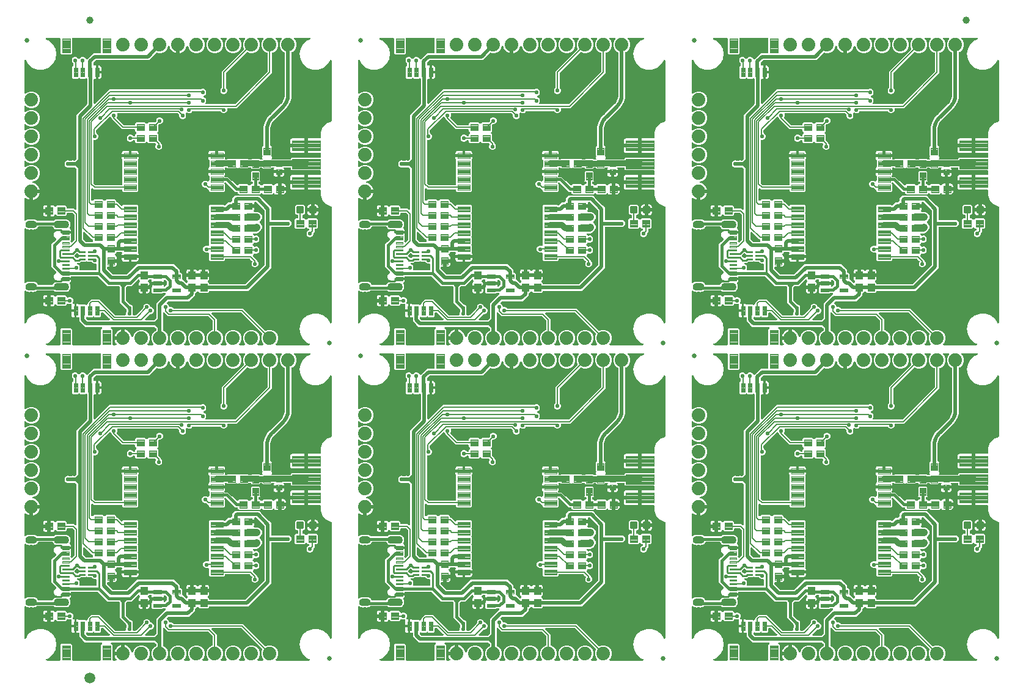
<source format=gtl>
G04 EAGLE Gerber RS-274X export*
G75*
%MOMM*%
%FSLAX34Y34*%
%LPD*%
%INTop Copper*%
%IPPOS*%
%AMOC8*
5,1,8,0,0,1.08239X$1,22.5*%
G01*
%ADD10C,0.635000*%
%ADD11C,0.096000*%
%ADD12C,0.102000*%
%ADD13C,0.100000*%
%ADD14C,0.300000*%
%ADD15C,0.099000*%
%ADD16C,0.102500*%
%ADD17C,0.654000*%
%ADD18C,0.105000*%
%ADD19C,1.879600*%
%ADD20C,0.104000*%
%ADD21C,1.000000*%
%ADD22C,1.500000*%
%ADD23C,0.508000*%
%ADD24C,0.554000*%
%ADD25C,0.406400*%
%ADD26C,0.254000*%
%ADD27C,0.203200*%
%ADD28C,0.152400*%
%ADD29C,0.812800*%
%ADD30C,1.016000*%

G36*
X397581Y439941D02*
X397581Y439941D01*
X397678Y439944D01*
X397738Y439961D01*
X397800Y439969D01*
X397890Y440004D01*
X397984Y440031D01*
X398038Y440063D01*
X398096Y440086D01*
X398174Y440143D01*
X398258Y440192D01*
X398302Y440236D01*
X398353Y440272D01*
X398415Y440348D01*
X398484Y440416D01*
X398516Y440469D01*
X398556Y440517D01*
X398597Y440605D01*
X398647Y440689D01*
X398665Y440749D01*
X398691Y440805D01*
X398709Y440901D01*
X398737Y440994D01*
X398739Y441056D01*
X398751Y441117D01*
X398745Y441215D01*
X398748Y441312D01*
X398735Y441373D01*
X398731Y441435D01*
X398701Y441528D01*
X398680Y441623D01*
X398652Y441678D01*
X398633Y441737D01*
X398581Y441820D01*
X398537Y441907D01*
X398496Y441953D01*
X398463Y442006D01*
X398392Y442073D01*
X398328Y442146D01*
X398277Y442181D01*
X398231Y442224D01*
X398146Y442271D01*
X398066Y442326D01*
X397970Y442368D01*
X397953Y442378D01*
X397942Y442380D01*
X397918Y442391D01*
X395438Y443293D01*
X389605Y448188D01*
X385798Y454782D01*
X384476Y462280D01*
X385798Y469778D01*
X389605Y476372D01*
X395438Y481267D01*
X402593Y483871D01*
X410207Y483871D01*
X417362Y481267D01*
X423195Y476372D01*
X426383Y470850D01*
X426471Y470734D01*
X426556Y470616D01*
X426567Y470608D01*
X426575Y470597D01*
X426689Y470507D01*
X426801Y470413D01*
X426814Y470408D01*
X426824Y470399D01*
X426958Y470340D01*
X427089Y470278D01*
X427102Y470275D01*
X427115Y470270D01*
X427259Y470245D01*
X427402Y470218D01*
X427415Y470219D01*
X427428Y470217D01*
X427574Y470229D01*
X427719Y470238D01*
X427732Y470242D01*
X427745Y470243D01*
X427883Y470291D01*
X428021Y470336D01*
X428033Y470343D01*
X428046Y470348D01*
X428167Y470428D01*
X428290Y470506D01*
X428299Y470516D01*
X428311Y470523D01*
X428408Y470631D01*
X428508Y470738D01*
X428515Y470750D01*
X428524Y470760D01*
X428591Y470888D01*
X428662Y471016D01*
X428665Y471029D01*
X428671Y471041D01*
X428705Y471183D01*
X428741Y471324D01*
X428742Y471342D01*
X428744Y471351D01*
X428744Y471368D01*
X428751Y471485D01*
X428751Y630859D01*
X428748Y630888D01*
X428750Y630918D01*
X428728Y631046D01*
X428711Y631175D01*
X428701Y631202D01*
X428696Y631231D01*
X428642Y631350D01*
X428594Y631470D01*
X428577Y631494D01*
X428565Y631521D01*
X428484Y631622D01*
X428408Y631728D01*
X428385Y631747D01*
X428366Y631770D01*
X428263Y631848D01*
X428163Y631931D01*
X428136Y631943D01*
X428112Y631961D01*
X427968Y632032D01*
X421440Y634736D01*
X416296Y639880D01*
X413511Y646602D01*
X413511Y654170D01*
X413496Y654288D01*
X413489Y654407D01*
X413476Y654445D01*
X413471Y654486D01*
X413428Y654596D01*
X413391Y654709D01*
X413369Y654744D01*
X413354Y654781D01*
X413285Y654877D01*
X413221Y654978D01*
X413191Y655006D01*
X413168Y655039D01*
X413076Y655115D01*
X412989Y655196D01*
X412954Y655216D01*
X412923Y655241D01*
X412815Y655292D01*
X412711Y655350D01*
X412671Y655360D01*
X412635Y655377D01*
X412518Y655399D01*
X412403Y655429D01*
X412343Y655433D01*
X412323Y655437D01*
X412302Y655435D01*
X412242Y655439D01*
X396239Y655439D01*
X396239Y664210D01*
X396224Y664328D01*
X396217Y664447D01*
X396204Y664485D01*
X396199Y664525D01*
X396155Y664636D01*
X396119Y664749D01*
X396097Y664784D01*
X396082Y664821D01*
X396012Y664917D01*
X395949Y665018D01*
X395919Y665046D01*
X395895Y665078D01*
X395804Y665154D01*
X395717Y665236D01*
X395682Y665255D01*
X395650Y665281D01*
X395543Y665332D01*
X395439Y665389D01*
X395399Y665400D01*
X395363Y665417D01*
X395246Y665439D01*
X395131Y665469D01*
X395070Y665473D01*
X395050Y665477D01*
X395030Y665475D01*
X394970Y665479D01*
X393699Y665479D01*
X393699Y665481D01*
X394970Y665481D01*
X395088Y665496D01*
X395207Y665503D01*
X395245Y665516D01*
X395285Y665521D01*
X395396Y665565D01*
X395509Y665601D01*
X395544Y665623D01*
X395581Y665638D01*
X395677Y665708D01*
X395778Y665771D01*
X395806Y665801D01*
X395838Y665825D01*
X395914Y665916D01*
X395996Y666003D01*
X396015Y666038D01*
X396041Y666070D01*
X396092Y666177D01*
X396149Y666281D01*
X396160Y666321D01*
X396177Y666357D01*
X396199Y666474D01*
X396229Y666589D01*
X396233Y666650D01*
X396237Y666670D01*
X396235Y666690D01*
X396239Y666750D01*
X396239Y675521D01*
X413131Y675521D01*
X413196Y675532D01*
X413262Y675534D01*
X413305Y675552D01*
X413352Y675560D01*
X413409Y675594D01*
X413469Y675619D01*
X413504Y675650D01*
X413545Y675675D01*
X413587Y675726D01*
X413635Y675770D01*
X413657Y675812D01*
X413686Y675849D01*
X413707Y675911D01*
X413738Y675970D01*
X413746Y676024D01*
X413758Y676061D01*
X413757Y676101D01*
X413765Y676155D01*
X413765Y681475D01*
X413754Y681540D01*
X413752Y681606D01*
X413734Y681649D01*
X413726Y681696D01*
X413692Y681753D01*
X413667Y681813D01*
X413636Y681848D01*
X413611Y681889D01*
X413560Y681931D01*
X413516Y681979D01*
X413474Y682001D01*
X413437Y682030D01*
X413375Y682051D01*
X413316Y682082D01*
X413262Y682090D01*
X413225Y682102D01*
X413185Y682101D01*
X413131Y682109D01*
X373481Y682109D01*
X372429Y683161D01*
X372429Y685631D01*
X372418Y685696D01*
X372416Y685762D01*
X372398Y685805D01*
X372390Y685852D01*
X372356Y685909D01*
X372331Y685969D01*
X372300Y686004D01*
X372275Y686045D01*
X372224Y686087D01*
X372180Y686135D01*
X372138Y686157D01*
X372101Y686186D01*
X372039Y686207D01*
X371980Y686238D01*
X371926Y686246D01*
X371889Y686258D01*
X371849Y686257D01*
X371795Y686265D01*
X362753Y686265D01*
X362747Y686264D01*
X362741Y686265D01*
X362637Y686244D01*
X362532Y686226D01*
X362527Y686222D01*
X362521Y686221D01*
X362431Y686166D01*
X362339Y686111D01*
X362335Y686107D01*
X362330Y686103D01*
X362265Y686020D01*
X362198Y685937D01*
X362196Y685931D01*
X362192Y685926D01*
X362160Y685826D01*
X362126Y685725D01*
X362126Y685718D01*
X362124Y685712D01*
X362129Y685606D01*
X362133Y685500D01*
X362135Y685495D01*
X362135Y685488D01*
X362204Y685314D01*
X362433Y684917D01*
X362641Y684142D01*
X362641Y683201D01*
X362641Y682124D01*
X356455Y682124D01*
X356337Y682109D01*
X356218Y682102D01*
X356180Y682089D01*
X356140Y682084D01*
X356029Y682041D01*
X355916Y682004D01*
X355882Y681982D01*
X355844Y681967D01*
X355748Y681898D01*
X355647Y681834D01*
X355619Y681804D01*
X355595Y681786D01*
X355579Y681800D01*
X355492Y681881D01*
X355457Y681901D01*
X355425Y681926D01*
X355318Y681977D01*
X355213Y682035D01*
X355174Y682045D01*
X355138Y682062D01*
X355021Y682084D01*
X354905Y682114D01*
X354845Y682118D01*
X354825Y682122D01*
X354805Y682120D01*
X354745Y682124D01*
X348559Y682124D01*
X348559Y684142D01*
X348767Y684917D01*
X348996Y685314D01*
X348998Y685320D01*
X349002Y685325D01*
X349036Y685425D01*
X349072Y685525D01*
X349072Y685531D01*
X349074Y685537D01*
X349071Y685642D01*
X349070Y685749D01*
X349068Y685755D01*
X349067Y685762D01*
X349028Y685859D01*
X348990Y685959D01*
X348985Y685964D01*
X348983Y685969D01*
X348911Y686048D01*
X348842Y686127D01*
X348836Y686130D01*
X348832Y686135D01*
X348737Y686184D01*
X348644Y686234D01*
X348638Y686235D01*
X348632Y686238D01*
X348447Y686265D01*
X345995Y686265D01*
X345930Y686254D01*
X345864Y686252D01*
X345821Y686234D01*
X345774Y686226D01*
X345717Y686192D01*
X345657Y686167D01*
X345622Y686136D01*
X345581Y686111D01*
X345539Y686060D01*
X345491Y686016D01*
X345469Y685974D01*
X345440Y685937D01*
X345419Y685875D01*
X345388Y685816D01*
X345380Y685762D01*
X345368Y685725D01*
X345369Y685685D01*
X345361Y685631D01*
X345361Y685537D01*
X344323Y684499D01*
X333857Y684499D01*
X332725Y685631D01*
X332721Y685639D01*
X332690Y685674D01*
X332665Y685715D01*
X332614Y685757D01*
X332570Y685805D01*
X332528Y685827D01*
X332491Y685856D01*
X332429Y685877D01*
X332370Y685908D01*
X332316Y685916D01*
X332279Y685928D01*
X332239Y685927D01*
X332185Y685935D01*
X330120Y685935D01*
X330055Y685924D01*
X329989Y685922D01*
X329946Y685904D01*
X329899Y685896D01*
X329842Y685862D01*
X329782Y685837D01*
X329747Y685806D01*
X329706Y685781D01*
X329664Y685730D01*
X329616Y685686D01*
X329594Y685644D01*
X329565Y685607D01*
X329544Y685545D01*
X329513Y685486D01*
X329505Y685432D01*
X329495Y685400D01*
X328448Y684354D01*
X317982Y684354D01*
X316944Y685392D01*
X316944Y685546D01*
X316933Y685611D01*
X316931Y685677D01*
X316913Y685720D01*
X316905Y685767D01*
X316871Y685823D01*
X316846Y685884D01*
X316815Y685919D01*
X316790Y685960D01*
X316739Y686002D01*
X316695Y686050D01*
X316653Y686072D01*
X316616Y686101D01*
X316554Y686122D01*
X316495Y686153D01*
X316441Y686161D01*
X316404Y686173D01*
X316364Y686172D01*
X316310Y686180D01*
X313882Y686180D01*
X313840Y686173D01*
X313798Y686175D01*
X313731Y686153D01*
X313661Y686141D01*
X313625Y686119D01*
X313584Y686106D01*
X313512Y686052D01*
X313468Y686026D01*
X313455Y686010D01*
X313434Y685994D01*
X312683Y685244D01*
X301217Y685244D01*
X301028Y685433D01*
X300974Y685471D01*
X300926Y685516D01*
X300882Y685534D01*
X300843Y685561D01*
X300780Y685578D01*
X300719Y685603D01*
X300672Y685606D01*
X300626Y685617D01*
X300561Y685610D01*
X300495Y685613D01*
X300450Y685599D01*
X300403Y685594D01*
X300344Y685565D01*
X300281Y685545D01*
X300237Y685512D01*
X300202Y685495D01*
X300175Y685466D01*
X300131Y685433D01*
X299608Y684910D01*
X297292Y684910D01*
X296769Y685433D01*
X296715Y685471D01*
X296667Y685516D01*
X296624Y685534D01*
X296585Y685561D01*
X296522Y685578D01*
X296461Y685603D01*
X296414Y685606D01*
X296368Y685617D01*
X296302Y685610D01*
X296237Y685613D01*
X296192Y685599D01*
X296145Y685594D01*
X296086Y685565D01*
X296023Y685545D01*
X295979Y685512D01*
X295944Y685495D01*
X295917Y685466D01*
X295872Y685433D01*
X295683Y685244D01*
X284217Y685244D01*
X283521Y685939D01*
X283486Y685964D01*
X283458Y685995D01*
X283395Y686027D01*
X283337Y686068D01*
X283296Y686078D01*
X283258Y686098D01*
X283169Y686111D01*
X283120Y686124D01*
X283099Y686121D01*
X283073Y686125D01*
X281401Y686125D01*
X281395Y686124D01*
X281389Y686125D01*
X281284Y686104D01*
X281180Y686086D01*
X281175Y686082D01*
X281169Y686081D01*
X281078Y686025D01*
X280987Y685971D01*
X280983Y685967D01*
X280978Y685963D01*
X280913Y685880D01*
X280846Y685797D01*
X280844Y685791D01*
X280840Y685786D01*
X280808Y685685D01*
X280774Y685585D01*
X280774Y685578D01*
X280772Y685572D01*
X280777Y685465D01*
X280780Y685360D01*
X280783Y685355D01*
X280783Y685348D01*
X280852Y685174D01*
X280882Y685121D01*
X281091Y684343D01*
X281091Y682459D01*
X270280Y682459D01*
X270162Y682444D01*
X270043Y682437D01*
X270005Y682424D01*
X269965Y682419D01*
X269854Y682376D01*
X269741Y682339D01*
X269707Y682317D01*
X269669Y682302D01*
X269573Y682233D01*
X269556Y682222D01*
X269532Y682236D01*
X269500Y682261D01*
X269393Y682312D01*
X269288Y682370D01*
X269249Y682380D01*
X269213Y682397D01*
X269096Y682419D01*
X268980Y682449D01*
X268920Y682453D01*
X268900Y682457D01*
X268880Y682455D01*
X268820Y682459D01*
X258009Y682459D01*
X258009Y684343D01*
X258218Y685121D01*
X258621Y685819D01*
X259211Y686410D01*
X259249Y686464D01*
X259294Y686512D01*
X259312Y686555D01*
X259339Y686594D01*
X259356Y686658D01*
X259381Y686718D01*
X259383Y686765D01*
X259395Y686811D01*
X259388Y686876D01*
X259391Y686942D01*
X259377Y686987D01*
X259372Y687034D01*
X259343Y687093D01*
X259322Y687156D01*
X259290Y687200D01*
X259279Y687221D01*
X259279Y695700D01*
X259294Y695715D01*
X259312Y695759D01*
X259339Y695798D01*
X259355Y695861D01*
X259381Y695922D01*
X259383Y695969D01*
X259395Y696015D01*
X259388Y696080D01*
X259391Y696146D01*
X259377Y696191D01*
X259372Y696238D01*
X259343Y696297D01*
X259323Y696360D01*
X259290Y696404D01*
X259272Y696439D01*
X259244Y696466D01*
X259211Y696510D01*
X258621Y697101D01*
X258225Y697786D01*
X258218Y697799D01*
X258009Y698577D01*
X258009Y700461D01*
X268820Y700461D01*
X268938Y700476D01*
X269057Y700483D01*
X269095Y700495D01*
X269135Y700501D01*
X269246Y700544D01*
X269359Y700581D01*
X269393Y700603D01*
X269431Y700618D01*
X269527Y700687D01*
X269544Y700698D01*
X269568Y700684D01*
X269600Y700659D01*
X269707Y700608D01*
X269812Y700550D01*
X269851Y700540D01*
X269887Y700523D01*
X270004Y700501D01*
X270120Y700471D01*
X270180Y700467D01*
X270200Y700463D01*
X270220Y700465D01*
X270280Y700461D01*
X281091Y700461D01*
X281091Y698826D01*
X281091Y698577D01*
X280882Y697799D01*
X280852Y697746D01*
X280850Y697740D01*
X280846Y697735D01*
X280812Y697635D01*
X280776Y697535D01*
X280776Y697529D01*
X280774Y697523D01*
X280777Y697417D01*
X280778Y697311D01*
X280780Y697305D01*
X280780Y697298D01*
X280820Y697201D01*
X280858Y697101D01*
X280862Y697096D01*
X280865Y697091D01*
X280936Y697013D01*
X281006Y696933D01*
X281012Y696930D01*
X281016Y696925D01*
X281111Y696876D01*
X281204Y696826D01*
X281210Y696825D01*
X281216Y696822D01*
X281401Y696795D01*
X282963Y696795D01*
X283005Y696802D01*
X283047Y696800D01*
X283114Y696822D01*
X283184Y696834D01*
X283220Y696856D01*
X283261Y696869D01*
X283333Y696923D01*
X283377Y696949D01*
X283390Y696965D01*
X283411Y696981D01*
X284217Y697786D01*
X295683Y697786D01*
X295872Y697597D01*
X295926Y697559D01*
X295974Y697514D01*
X296018Y697496D01*
X296057Y697469D01*
X296120Y697452D01*
X296181Y697427D01*
X296228Y697424D01*
X296274Y697413D01*
X296339Y697420D01*
X296405Y697417D01*
X296450Y697431D01*
X296497Y697436D01*
X296556Y697465D01*
X296619Y697485D01*
X296663Y697518D01*
X296698Y697535D01*
X296725Y697564D01*
X296769Y697597D01*
X297292Y698120D01*
X299608Y698120D01*
X300131Y697597D01*
X300185Y697559D01*
X300233Y697514D01*
X300276Y697496D01*
X300315Y697469D01*
X300378Y697452D01*
X300439Y697427D01*
X300486Y697424D01*
X300532Y697413D01*
X300598Y697420D01*
X300663Y697417D01*
X300708Y697431D01*
X300755Y697436D01*
X300814Y697465D01*
X300877Y697485D01*
X300921Y697518D01*
X300956Y697535D01*
X300983Y697564D01*
X301028Y697597D01*
X301217Y697786D01*
X312683Y697786D01*
X313434Y697036D01*
X313468Y697011D01*
X313497Y696980D01*
X313560Y696948D01*
X313618Y696907D01*
X313659Y696897D01*
X313697Y696877D01*
X313786Y696864D01*
X313835Y696851D01*
X313856Y696854D01*
X313882Y696850D01*
X316673Y696850D01*
X316715Y696857D01*
X316757Y696855D01*
X316824Y696877D01*
X316894Y696889D01*
X316930Y696911D01*
X316971Y696924D01*
X317043Y696978D01*
X317087Y697004D01*
X317100Y697020D01*
X317121Y697036D01*
X317982Y697896D01*
X328448Y697896D01*
X329554Y696791D01*
X329589Y696766D01*
X329617Y696735D01*
X329680Y696703D01*
X329738Y696662D01*
X329779Y696652D01*
X329817Y696632D01*
X329906Y696619D01*
X329955Y696606D01*
X329976Y696609D01*
X330002Y696605D01*
X332185Y696605D01*
X332250Y696616D01*
X332316Y696618D01*
X332359Y696636D01*
X332406Y696644D01*
X332463Y696678D01*
X332523Y696703D01*
X332558Y696734D01*
X332599Y696759D01*
X332641Y696810D01*
X332689Y696854D01*
X332709Y696894D01*
X333008Y697192D01*
X333046Y697246D01*
X333091Y697294D01*
X333109Y697338D01*
X333136Y697377D01*
X333153Y697440D01*
X333178Y697501D01*
X333181Y697548D01*
X333192Y697594D01*
X333185Y697659D01*
X333188Y697725D01*
X333174Y697770D01*
X333169Y697817D01*
X333140Y697876D01*
X333120Y697939D01*
X333087Y697983D01*
X333070Y698018D01*
X333041Y698045D01*
X333008Y698089D01*
X332485Y698612D01*
X332485Y700928D01*
X333008Y701451D01*
X333046Y701505D01*
X333091Y701553D01*
X333109Y701596D01*
X333136Y701635D01*
X333153Y701698D01*
X333178Y701759D01*
X333181Y701806D01*
X333192Y701852D01*
X333185Y701918D01*
X333188Y701983D01*
X333174Y702028D01*
X333169Y702075D01*
X333140Y702134D01*
X333120Y702197D01*
X333087Y702241D01*
X333070Y702276D01*
X333041Y702303D01*
X333008Y702348D01*
X332819Y702537D01*
X332819Y713740D01*
X332808Y713805D01*
X332806Y713871D01*
X332788Y713914D01*
X332780Y713961D01*
X332746Y714018D01*
X332721Y714078D01*
X332690Y714113D01*
X332665Y714154D01*
X332614Y714196D01*
X332570Y714244D01*
X332528Y714266D01*
X332491Y714295D01*
X332429Y714316D01*
X332370Y714347D01*
X332316Y714355D01*
X332279Y714367D01*
X332239Y714366D01*
X332185Y714374D01*
X332112Y714374D01*
X333592Y715854D01*
X333674Y715886D01*
X333787Y715923D01*
X333822Y715945D01*
X333859Y715960D01*
X333955Y716029D01*
X334056Y716093D01*
X334084Y716123D01*
X334117Y716146D01*
X334193Y716238D01*
X334274Y716325D01*
X334294Y716360D01*
X334319Y716391D01*
X334370Y716499D01*
X334428Y716603D01*
X334438Y716643D01*
X334455Y716679D01*
X334477Y716796D01*
X334507Y716911D01*
X334511Y716971D01*
X334515Y716991D01*
X334513Y717012D01*
X334517Y717072D01*
X334517Y741455D01*
X336560Y749078D01*
X340506Y755913D01*
X343296Y758703D01*
X344847Y760253D01*
X357347Y772754D01*
X358717Y774123D01*
X358729Y774140D01*
X358773Y774184D01*
X360139Y775742D01*
X360164Y775778D01*
X360195Y775810D01*
X360284Y775944D01*
X362352Y779525D01*
X362385Y779603D01*
X362427Y779678D01*
X362471Y779808D01*
X362475Y779818D01*
X362476Y779822D01*
X362478Y779831D01*
X363549Y783824D01*
X363555Y783868D01*
X363568Y783910D01*
X363589Y784070D01*
X363656Y785084D01*
X363725Y786137D01*
X363723Y786158D01*
X363727Y786220D01*
X363727Y844653D01*
X363724Y844683D01*
X363726Y844712D01*
X363704Y844840D01*
X363687Y844969D01*
X363677Y844996D01*
X363672Y845026D01*
X363618Y845144D01*
X363570Y845265D01*
X363553Y845289D01*
X363541Y845316D01*
X363460Y845417D01*
X363384Y845522D01*
X363361Y845541D01*
X363342Y845564D01*
X363239Y845642D01*
X363139Y845725D01*
X363112Y845737D01*
X363088Y845755D01*
X362944Y845826D01*
X361825Y846289D01*
X358609Y849505D01*
X356869Y853706D01*
X356869Y858254D01*
X358609Y862455D01*
X359619Y863465D01*
X359704Y863574D01*
X359793Y863681D01*
X359802Y863700D01*
X359814Y863716D01*
X359869Y863843D01*
X359928Y863969D01*
X359932Y863989D01*
X359940Y864008D01*
X359962Y864146D01*
X359988Y864282D01*
X359987Y864302D01*
X359990Y864322D01*
X359977Y864461D01*
X359968Y864599D01*
X359962Y864618D01*
X359960Y864638D01*
X359913Y864770D01*
X359870Y864901D01*
X359860Y864919D01*
X359853Y864938D01*
X359775Y865053D01*
X359700Y865170D01*
X359686Y865184D01*
X359674Y865201D01*
X359570Y865293D01*
X359469Y865388D01*
X359451Y865398D01*
X359436Y865411D01*
X359312Y865474D01*
X359190Y865542D01*
X359171Y865547D01*
X359153Y865556D01*
X359017Y865586D01*
X358882Y865621D01*
X358854Y865623D01*
X358842Y865626D01*
X358822Y865625D01*
X358722Y865631D01*
X352478Y865631D01*
X352340Y865614D01*
X352202Y865601D01*
X352183Y865594D01*
X352163Y865591D01*
X352034Y865540D01*
X351903Y865493D01*
X351886Y865482D01*
X351867Y865474D01*
X351755Y865393D01*
X351640Y865315D01*
X351626Y865299D01*
X351610Y865288D01*
X351521Y865180D01*
X351429Y865076D01*
X351420Y865058D01*
X351407Y865043D01*
X351348Y864917D01*
X351285Y864793D01*
X351280Y864773D01*
X351272Y864755D01*
X351245Y864618D01*
X351215Y864483D01*
X351216Y864462D01*
X351212Y864443D01*
X351220Y864304D01*
X351225Y864165D01*
X351230Y864145D01*
X351232Y864125D01*
X351274Y863993D01*
X351313Y863859D01*
X351323Y863842D01*
X351330Y863823D01*
X351404Y863705D01*
X351475Y863585D01*
X351493Y863564D01*
X351500Y863554D01*
X351515Y863540D01*
X351581Y863465D01*
X352591Y862455D01*
X354331Y858254D01*
X354331Y853706D01*
X352591Y849505D01*
X349375Y846289D01*
X346478Y845090D01*
X346453Y845075D01*
X346425Y845066D01*
X346315Y844996D01*
X346202Y844932D01*
X346181Y844912D01*
X346156Y844896D01*
X346067Y844801D01*
X345974Y844711D01*
X345958Y844686D01*
X345938Y844664D01*
X345875Y844550D01*
X345807Y844440D01*
X345799Y844411D01*
X345784Y844386D01*
X345752Y844259D01*
X345714Y844136D01*
X345712Y844106D01*
X345705Y844078D01*
X345695Y843917D01*
X345695Y816722D01*
X297068Y768095D01*
X285472Y768095D01*
X285354Y768080D01*
X285235Y768073D01*
X285197Y768060D01*
X285156Y768055D01*
X285046Y768012D01*
X284933Y767975D01*
X284898Y767953D01*
X284861Y767938D01*
X284765Y767869D01*
X284664Y767805D01*
X284636Y767775D01*
X284603Y767752D01*
X284527Y767660D01*
X284446Y767573D01*
X284426Y767538D01*
X284401Y767507D01*
X284350Y767399D01*
X284292Y767295D01*
X284282Y767255D01*
X284265Y767219D01*
X284243Y767102D01*
X284213Y766987D01*
X284209Y766927D01*
X284205Y766907D01*
X284207Y766886D01*
X284203Y766826D01*
X284203Y764855D01*
X283472Y763089D01*
X282121Y761738D01*
X280355Y761007D01*
X278445Y761007D01*
X276679Y761738D01*
X275328Y763089D01*
X275190Y763423D01*
X275176Y763448D01*
X275167Y763476D01*
X275097Y763586D01*
X275033Y763699D01*
X275012Y763720D01*
X274997Y763745D01*
X274902Y763834D01*
X274812Y763927D01*
X274786Y763943D01*
X274765Y763963D01*
X274651Y764026D01*
X274540Y764094D01*
X274512Y764102D01*
X274486Y764117D01*
X274361Y764149D01*
X274237Y764187D01*
X274207Y764189D01*
X274178Y764196D01*
X274018Y764206D01*
X236555Y764206D01*
X236526Y764203D01*
X236496Y764205D01*
X236368Y764183D01*
X236239Y764166D01*
X236212Y764156D01*
X236183Y764151D01*
X236064Y764097D01*
X235944Y764049D01*
X235920Y764032D01*
X235893Y764020D01*
X235791Y763939D01*
X235686Y763863D01*
X235668Y763840D01*
X235644Y763821D01*
X235566Y763718D01*
X235484Y763618D01*
X235471Y763591D01*
X235453Y763567D01*
X235382Y763423D01*
X235212Y763010D01*
X233861Y761659D01*
X232095Y760928D01*
X230185Y760928D01*
X228279Y761718D01*
X228145Y761754D01*
X228012Y761795D01*
X227992Y761796D01*
X227972Y761802D01*
X227833Y761804D01*
X227694Y761810D01*
X227675Y761806D01*
X227654Y761807D01*
X227518Y761774D01*
X227383Y761746D01*
X227365Y761737D01*
X227345Y761732D01*
X227221Y761667D01*
X227097Y761606D01*
X227082Y761593D01*
X227064Y761584D01*
X226961Y761490D01*
X226855Y761400D01*
X226844Y761383D01*
X226829Y761370D01*
X226752Y761253D01*
X226672Y761140D01*
X226665Y761121D01*
X226654Y761104D01*
X226609Y760973D01*
X226559Y760843D01*
X226557Y760822D01*
X226551Y760803D01*
X226540Y760665D01*
X226524Y760527D01*
X226527Y760506D01*
X226525Y760486D01*
X226549Y760349D01*
X226569Y760212D01*
X226578Y760185D01*
X226580Y760173D01*
X226588Y760154D01*
X226621Y760059D01*
X227077Y758958D01*
X227077Y757048D01*
X226346Y755282D01*
X224995Y753931D01*
X223229Y753200D01*
X221319Y753200D01*
X219553Y753931D01*
X218202Y755282D01*
X217471Y757048D01*
X217471Y758328D01*
X217459Y758426D01*
X217456Y758525D01*
X217439Y758583D01*
X217431Y758643D01*
X217395Y758735D01*
X217367Y758830D01*
X217337Y758882D01*
X217314Y758939D01*
X217256Y759019D01*
X217206Y759104D01*
X217140Y759180D01*
X217128Y759196D01*
X217118Y759204D01*
X217100Y759225D01*
X215459Y760866D01*
X215381Y760926D01*
X215309Y760994D01*
X215256Y761023D01*
X215208Y761060D01*
X215117Y761100D01*
X215030Y761148D01*
X214972Y761163D01*
X214916Y761187D01*
X214818Y761202D01*
X214722Y761227D01*
X214622Y761233D01*
X214602Y761237D01*
X214590Y761235D01*
X214562Y761237D01*
X132836Y761237D01*
X132786Y761231D01*
X132737Y761233D01*
X132629Y761211D01*
X132520Y761197D01*
X132474Y761179D01*
X132425Y761169D01*
X132327Y761121D01*
X132225Y761080D01*
X132184Y761051D01*
X132140Y761029D01*
X132056Y760958D01*
X131967Y760894D01*
X131935Y760855D01*
X131898Y760823D01*
X131834Y760733D01*
X131764Y760649D01*
X131743Y760604D01*
X131715Y760563D01*
X131676Y760460D01*
X131629Y760361D01*
X131620Y760312D01*
X131602Y760266D01*
X131590Y760156D01*
X131569Y760049D01*
X131572Y759999D01*
X131567Y759950D01*
X131582Y759841D01*
X131589Y759731D01*
X131604Y759684D01*
X131611Y759635D01*
X131663Y759482D01*
X131803Y759145D01*
X131803Y757235D01*
X131042Y755398D01*
X131034Y755370D01*
X131021Y755344D01*
X130992Y755217D01*
X130958Y755092D01*
X130958Y755062D01*
X130951Y755033D01*
X130955Y754903D01*
X130953Y754774D01*
X130960Y754745D01*
X130961Y754715D01*
X130997Y754591D01*
X131027Y754464D01*
X131041Y754438D01*
X131049Y754410D01*
X131115Y754298D01*
X131176Y754183D01*
X131196Y754161D01*
X131211Y754136D01*
X131317Y754015D01*
X140486Y744846D01*
X140564Y744786D01*
X140636Y744718D01*
X140689Y744689D01*
X140737Y744652D01*
X140828Y744612D01*
X140915Y744564D01*
X140973Y744549D01*
X141029Y744525D01*
X141127Y744510D01*
X141223Y744485D01*
X141323Y744479D01*
X141343Y744475D01*
X141355Y744477D01*
X141383Y744475D01*
X155418Y744475D01*
X155536Y744490D01*
X155655Y744497D01*
X155693Y744510D01*
X155734Y744515D01*
X155844Y744558D01*
X155957Y744595D01*
X155992Y744617D01*
X156029Y744632D01*
X156125Y744701D01*
X156226Y744765D01*
X156254Y744795D01*
X156287Y744818D01*
X156363Y744910D01*
X156444Y744997D01*
X156464Y745032D01*
X156489Y745063D01*
X156540Y745171D01*
X156598Y745275D01*
X156608Y745315D01*
X156625Y745351D01*
X156647Y745468D01*
X156677Y745583D01*
X156681Y745643D01*
X156685Y745663D01*
X156683Y745684D01*
X156687Y745744D01*
X156687Y747229D01*
X158171Y748713D01*
X170269Y748713D01*
X171822Y747159D01*
X171917Y747086D01*
X172006Y747008D01*
X172042Y746989D01*
X172074Y746964D01*
X172183Y746917D01*
X172289Y746863D01*
X172328Y746854D01*
X172366Y746838D01*
X172483Y746819D01*
X172599Y746793D01*
X172640Y746795D01*
X172680Y746788D01*
X172798Y746799D01*
X172917Y746803D01*
X172956Y746814D01*
X172996Y746818D01*
X173109Y746858D01*
X173223Y746891D01*
X173257Y746912D01*
X173296Y746926D01*
X173394Y746992D01*
X173497Y747053D01*
X173542Y747093D01*
X173559Y747104D01*
X173572Y747119D01*
X173617Y747159D01*
X175171Y748713D01*
X184165Y748713D01*
X184263Y748725D01*
X184362Y748728D01*
X184420Y748745D01*
X184480Y748753D01*
X184572Y748789D01*
X184667Y748817D01*
X184720Y748847D01*
X184776Y748870D01*
X184856Y748928D01*
X184941Y748978D01*
X185017Y749044D01*
X185033Y749056D01*
X185041Y749066D01*
X185062Y749084D01*
X185326Y749348D01*
X185386Y749426D01*
X185454Y749498D01*
X185483Y749551D01*
X185520Y749599D01*
X185560Y749690D01*
X185608Y749777D01*
X185623Y749835D01*
X185647Y749891D01*
X185662Y749989D01*
X185687Y750085D01*
X185693Y750185D01*
X185697Y750205D01*
X185695Y750217D01*
X185697Y750245D01*
X185697Y751525D01*
X186428Y753291D01*
X187779Y754642D01*
X189545Y755373D01*
X191455Y755373D01*
X193221Y754642D01*
X194572Y753291D01*
X195303Y751525D01*
X195303Y749615D01*
X194572Y747849D01*
X193221Y746498D01*
X191455Y745767D01*
X190175Y745767D01*
X190077Y745755D01*
X189978Y745752D01*
X189920Y745735D01*
X189860Y745727D01*
X189768Y745691D01*
X189673Y745663D01*
X189620Y745633D01*
X189564Y745610D01*
X189484Y745552D01*
X189399Y745502D01*
X189323Y745436D01*
X189307Y745424D01*
X189299Y745414D01*
X189278Y745396D01*
X189124Y745242D01*
X189064Y745164D01*
X188996Y745092D01*
X188967Y745039D01*
X188930Y744991D01*
X188890Y744900D01*
X188842Y744813D01*
X188827Y744755D01*
X188803Y744699D01*
X188788Y744601D01*
X188763Y744505D01*
X188757Y744405D01*
X188753Y744385D01*
X188755Y744373D01*
X188753Y744345D01*
X188753Y736131D01*
X187579Y734958D01*
X187506Y734863D01*
X187428Y734774D01*
X187409Y734738D01*
X187384Y734706D01*
X187337Y734597D01*
X187283Y734491D01*
X187274Y734452D01*
X187258Y734414D01*
X187239Y734297D01*
X187213Y734181D01*
X187215Y734140D01*
X187208Y734100D01*
X187219Y733982D01*
X187223Y733863D01*
X187234Y733824D01*
X187238Y733784D01*
X187278Y733671D01*
X187311Y733557D01*
X187332Y733523D01*
X187346Y733484D01*
X187412Y733386D01*
X187473Y733283D01*
X187513Y733238D01*
X187524Y733221D01*
X187539Y733208D01*
X187579Y733163D01*
X188753Y731989D01*
X188753Y723775D01*
X188765Y723677D01*
X188768Y723578D01*
X188785Y723520D01*
X188793Y723460D01*
X188829Y723368D01*
X188857Y723273D01*
X188887Y723220D01*
X188910Y723164D01*
X188968Y723084D01*
X189018Y722999D01*
X189084Y722923D01*
X189096Y722907D01*
X189106Y722899D01*
X189124Y722878D01*
X192025Y719978D01*
X192025Y719533D01*
X192037Y719435D01*
X192040Y719336D01*
X192057Y719278D01*
X192065Y719218D01*
X192101Y719125D01*
X192129Y719030D01*
X192159Y718978D01*
X192182Y718922D01*
X192240Y718842D01*
X192290Y718756D01*
X192356Y718681D01*
X192368Y718665D01*
X192378Y718657D01*
X192396Y718636D01*
X193302Y717731D01*
X194033Y715965D01*
X194033Y714055D01*
X193302Y712289D01*
X191951Y710938D01*
X190185Y710207D01*
X188275Y710207D01*
X186509Y710938D01*
X185158Y712289D01*
X184427Y714055D01*
X184427Y715965D01*
X185126Y717652D01*
X185139Y717700D01*
X185160Y717745D01*
X185181Y717853D01*
X185210Y717959D01*
X185211Y718009D01*
X185220Y718058D01*
X185213Y718167D01*
X185215Y718277D01*
X185203Y718325D01*
X185200Y718375D01*
X185167Y718479D01*
X185141Y718586D01*
X185118Y718630D01*
X185102Y718677D01*
X185044Y718770D01*
X184992Y718867D01*
X184959Y718904D01*
X184932Y718946D01*
X184852Y719021D01*
X184778Y719103D01*
X184737Y719130D01*
X184701Y719164D01*
X184604Y719217D01*
X184513Y719277D01*
X184466Y719294D01*
X184422Y719318D01*
X184316Y719345D01*
X184212Y719381D01*
X184162Y719385D01*
X184114Y719397D01*
X183953Y719407D01*
X175171Y719407D01*
X173617Y720961D01*
X173523Y721034D01*
X173434Y721112D01*
X173398Y721131D01*
X173366Y721156D01*
X173257Y721203D01*
X173151Y721257D01*
X173112Y721266D01*
X173074Y721282D01*
X172957Y721301D01*
X172841Y721327D01*
X172800Y721325D01*
X172760Y721332D01*
X172642Y721321D01*
X172523Y721317D01*
X172484Y721306D01*
X172444Y721302D01*
X172332Y721262D01*
X172217Y721229D01*
X172182Y721208D01*
X172144Y721194D01*
X172046Y721127D01*
X171943Y721067D01*
X171898Y721027D01*
X171881Y721016D01*
X171868Y721001D01*
X171822Y720961D01*
X170269Y719407D01*
X158171Y719407D01*
X156687Y720891D01*
X156687Y722376D01*
X156672Y722494D01*
X156665Y722613D01*
X156652Y722651D01*
X156647Y722692D01*
X156604Y722802D01*
X156567Y722915D01*
X156545Y722950D01*
X156530Y722987D01*
X156461Y723083D01*
X156397Y723184D01*
X156367Y723212D01*
X156344Y723245D01*
X156252Y723321D01*
X156165Y723402D01*
X156130Y723422D01*
X156099Y723447D01*
X155991Y723498D01*
X155887Y723556D01*
X155847Y723566D01*
X155811Y723583D01*
X155694Y723605D01*
X155579Y723635D01*
X155519Y723639D01*
X155499Y723643D01*
X155478Y723641D01*
X155418Y723645D01*
X154383Y723645D01*
X154285Y723633D01*
X154186Y723630D01*
X154128Y723613D01*
X154068Y723605D01*
X153975Y723569D01*
X153880Y723541D01*
X153828Y723511D01*
X153772Y723488D01*
X153692Y723430D01*
X153606Y723380D01*
X153531Y723314D01*
X153515Y723302D01*
X153507Y723292D01*
X153486Y723274D01*
X152581Y722368D01*
X150815Y721637D01*
X148905Y721637D01*
X147139Y722368D01*
X145788Y723719D01*
X145057Y725485D01*
X145057Y727395D01*
X145788Y729161D01*
X147139Y730512D01*
X148905Y731243D01*
X150815Y731243D01*
X152581Y730512D01*
X153486Y729606D01*
X153564Y729546D01*
X153636Y729478D01*
X153689Y729449D01*
X153737Y729412D01*
X153828Y729372D01*
X153914Y729324D01*
X153973Y729309D01*
X154029Y729285D01*
X154127Y729270D01*
X154222Y729245D01*
X154322Y729239D01*
X154343Y729235D01*
X154355Y729237D01*
X154383Y729235D01*
X155418Y729235D01*
X155536Y729250D01*
X155655Y729257D01*
X155693Y729270D01*
X155734Y729275D01*
X155844Y729318D01*
X155957Y729355D01*
X155992Y729377D01*
X156029Y729392D01*
X156125Y729461D01*
X156226Y729525D01*
X156254Y729555D01*
X156287Y729578D01*
X156363Y729670D01*
X156444Y729757D01*
X156464Y729792D01*
X156489Y729823D01*
X156540Y729931D01*
X156598Y730035D01*
X156608Y730075D01*
X156625Y730111D01*
X156647Y730228D01*
X156677Y730343D01*
X156681Y730403D01*
X156685Y730423D01*
X156683Y730444D01*
X156687Y730504D01*
X156687Y731989D01*
X157861Y733163D01*
X157934Y733257D01*
X158012Y733346D01*
X158031Y733382D01*
X158056Y733414D01*
X158103Y733523D01*
X158157Y733629D01*
X158166Y733668D01*
X158182Y733706D01*
X158201Y733823D01*
X158227Y733939D01*
X158225Y733980D01*
X158232Y734020D01*
X158221Y734138D01*
X158217Y734257D01*
X158206Y734296D01*
X158202Y734336D01*
X158162Y734448D01*
X158129Y734563D01*
X158108Y734598D01*
X158094Y734636D01*
X158027Y734734D01*
X157967Y734837D01*
X157927Y734882D01*
X157916Y734899D01*
X157901Y734912D01*
X157861Y734958D01*
X156687Y736131D01*
X156687Y737616D01*
X156672Y737734D01*
X156665Y737853D01*
X156652Y737891D01*
X156647Y737932D01*
X156604Y738042D01*
X156567Y738155D01*
X156545Y738190D01*
X156530Y738227D01*
X156461Y738323D01*
X156397Y738424D01*
X156367Y738452D01*
X156344Y738485D01*
X156252Y738561D01*
X156165Y738642D01*
X156130Y738662D01*
X156099Y738687D01*
X155991Y738738D01*
X155887Y738796D01*
X155847Y738806D01*
X155811Y738823D01*
X155694Y738845D01*
X155579Y738875D01*
X155519Y738879D01*
X155499Y738883D01*
X155478Y738881D01*
X155418Y738885D01*
X138542Y738885D01*
X124205Y753222D01*
X124205Y753667D01*
X124193Y753765D01*
X124190Y753864D01*
X124173Y753922D01*
X124165Y753982D01*
X124129Y754075D01*
X124101Y754170D01*
X124071Y754222D01*
X124048Y754278D01*
X123990Y754358D01*
X123940Y754444D01*
X123874Y754519D01*
X123862Y754535D01*
X123852Y754543D01*
X123834Y754564D01*
X122928Y755469D01*
X122853Y755651D01*
X122829Y755694D01*
X122812Y755741D01*
X122750Y755832D01*
X122696Y755927D01*
X122661Y755963D01*
X122633Y756004D01*
X122551Y756077D01*
X122474Y756156D01*
X122432Y756181D01*
X122395Y756214D01*
X122297Y756264D01*
X122203Y756322D01*
X122156Y756336D01*
X122112Y756359D01*
X122004Y756383D01*
X121899Y756415D01*
X121850Y756418D01*
X121801Y756429D01*
X121691Y756425D01*
X121582Y756430D01*
X121533Y756420D01*
X121483Y756419D01*
X121378Y756388D01*
X121270Y756366D01*
X121226Y756344D01*
X121178Y756331D01*
X121083Y756275D01*
X120985Y756226D01*
X120947Y756194D01*
X120904Y756169D01*
X120783Y756063D01*
X102988Y738268D01*
X102928Y738190D01*
X102860Y738118D01*
X102831Y738065D01*
X102794Y738017D01*
X102754Y737926D01*
X102706Y737839D01*
X102691Y737780D01*
X102667Y737725D01*
X102652Y737627D01*
X102627Y737531D01*
X102621Y737431D01*
X102617Y737411D01*
X102619Y737398D01*
X102617Y737370D01*
X102617Y734175D01*
X102620Y734145D01*
X102618Y734116D01*
X102640Y733988D01*
X102657Y733859D01*
X102667Y733832D01*
X102673Y733802D01*
X102726Y733684D01*
X102774Y733563D01*
X102791Y733539D01*
X102803Y733512D01*
X102884Y733411D01*
X102960Y733306D01*
X102983Y733287D01*
X103002Y733264D01*
X103105Y733186D01*
X103205Y733103D01*
X103232Y733091D01*
X103256Y733073D01*
X103263Y733069D01*
X104632Y731701D01*
X105363Y729935D01*
X105363Y728025D01*
X104632Y726259D01*
X103281Y724908D01*
X101515Y724177D01*
X99822Y724177D01*
X99704Y724162D01*
X99585Y724155D01*
X99547Y724142D01*
X99506Y724137D01*
X99396Y724094D01*
X99283Y724057D01*
X99248Y724035D01*
X99211Y724020D01*
X99115Y723951D01*
X99014Y723887D01*
X98986Y723857D01*
X98953Y723834D01*
X98877Y723742D01*
X98796Y723655D01*
X98776Y723620D01*
X98751Y723589D01*
X98700Y723481D01*
X98642Y723377D01*
X98632Y723337D01*
X98615Y723301D01*
X98593Y723184D01*
X98563Y723069D01*
X98559Y723009D01*
X98555Y722989D01*
X98557Y722968D01*
X98553Y722908D01*
X98553Y664623D01*
X98565Y664525D01*
X98568Y664426D01*
X98585Y664368D01*
X98593Y664308D01*
X98629Y664216D01*
X98657Y664121D01*
X98687Y664068D01*
X98710Y664012D01*
X98768Y663932D01*
X98818Y663847D01*
X98884Y663771D01*
X98896Y663755D01*
X98906Y663747D01*
X98924Y663726D01*
X101024Y661626D01*
X101102Y661566D01*
X101174Y661498D01*
X101227Y661469D01*
X101275Y661432D01*
X101366Y661392D01*
X101453Y661344D01*
X101511Y661329D01*
X101567Y661305D01*
X101665Y661290D01*
X101761Y661265D01*
X101861Y661259D01*
X101881Y661255D01*
X101893Y661257D01*
X101921Y661255D01*
X137248Y661255D01*
X137366Y661270D01*
X137485Y661277D01*
X137523Y661290D01*
X137564Y661295D01*
X137674Y661338D01*
X137787Y661375D01*
X137822Y661397D01*
X137859Y661412D01*
X137955Y661481D01*
X138056Y661545D01*
X138084Y661575D01*
X138117Y661598D01*
X138193Y661690D01*
X138274Y661777D01*
X138294Y661812D01*
X138319Y661843D01*
X138370Y661951D01*
X138428Y662055D01*
X138438Y662095D01*
X138455Y662131D01*
X138477Y662248D01*
X138507Y662363D01*
X138511Y662423D01*
X138515Y662443D01*
X138513Y662464D01*
X138517Y662524D01*
X138517Y662997D01*
X138582Y663063D01*
X138655Y663157D01*
X138734Y663246D01*
X138753Y663282D01*
X138777Y663314D01*
X138825Y663423D01*
X138879Y663529D01*
X138888Y663569D01*
X138904Y663606D01*
X138922Y663723D01*
X138948Y663839D01*
X138947Y663880D01*
X138954Y663920D01*
X138942Y664039D01*
X138939Y664157D01*
X138928Y664196D01*
X138924Y664236D01*
X138883Y664349D01*
X138850Y664463D01*
X138830Y664498D01*
X138816Y664536D01*
X138749Y664634D01*
X138689Y664737D01*
X138649Y664782D01*
X138638Y664799D01*
X138622Y664812D01*
X138582Y664858D01*
X138517Y664923D01*
X138517Y673997D01*
X138582Y674063D01*
X138655Y674157D01*
X138734Y674246D01*
X138753Y674282D01*
X138777Y674314D01*
X138825Y674423D01*
X138879Y674529D01*
X138888Y674569D01*
X138904Y674606D01*
X138922Y674723D01*
X138948Y674839D01*
X138947Y674880D01*
X138954Y674920D01*
X138942Y675039D01*
X138939Y675157D01*
X138928Y675196D01*
X138924Y675236D01*
X138883Y675349D01*
X138850Y675463D01*
X138830Y675498D01*
X138816Y675536D01*
X138749Y675634D01*
X138689Y675737D01*
X138649Y675782D01*
X138638Y675799D01*
X138622Y675812D01*
X138582Y675858D01*
X138517Y675923D01*
X138517Y684997D01*
X138582Y685063D01*
X138655Y685157D01*
X138734Y685246D01*
X138753Y685282D01*
X138777Y685314D01*
X138825Y685423D01*
X138879Y685529D01*
X138888Y685569D01*
X138904Y685606D01*
X138922Y685723D01*
X138948Y685839D01*
X138947Y685880D01*
X138954Y685920D01*
X138942Y686039D01*
X138939Y686157D01*
X138928Y686196D01*
X138924Y686236D01*
X138883Y686349D01*
X138850Y686463D01*
X138830Y686498D01*
X138816Y686536D01*
X138749Y686634D01*
X138689Y686737D01*
X138649Y686782D01*
X138638Y686799D01*
X138622Y686812D01*
X138582Y686858D01*
X138517Y686923D01*
X138517Y696085D01*
X138538Y696133D01*
X138590Y696232D01*
X138601Y696278D01*
X138619Y696321D01*
X138637Y696432D01*
X138663Y696542D01*
X138662Y696589D01*
X138669Y696635D01*
X138659Y696747D01*
X138656Y696860D01*
X138644Y696905D01*
X138639Y696952D01*
X138601Y697058D01*
X138571Y697166D01*
X138539Y697231D01*
X138532Y697251D01*
X138522Y697266D01*
X138500Y697310D01*
X138218Y697799D01*
X138009Y698577D01*
X138009Y700461D01*
X148820Y700461D01*
X148938Y700476D01*
X149057Y700483D01*
X149095Y700495D01*
X149135Y700501D01*
X149246Y700544D01*
X149359Y700581D01*
X149393Y700603D01*
X149431Y700618D01*
X149527Y700687D01*
X149544Y700698D01*
X149568Y700684D01*
X149600Y700659D01*
X149707Y700608D01*
X149812Y700550D01*
X149851Y700540D01*
X149887Y700523D01*
X150004Y700501D01*
X150120Y700471D01*
X150180Y700467D01*
X150200Y700463D01*
X150220Y700465D01*
X150280Y700461D01*
X161091Y700461D01*
X161091Y698577D01*
X160882Y697799D01*
X160600Y697310D01*
X160557Y697207D01*
X160506Y697107D01*
X160495Y697061D01*
X160477Y697017D01*
X160460Y696906D01*
X160436Y696796D01*
X160437Y696749D01*
X160430Y696703D01*
X160442Y696591D01*
X160446Y696478D01*
X160459Y696433D01*
X160464Y696386D01*
X160503Y696281D01*
X160534Y696173D01*
X160558Y696132D01*
X160574Y696088D01*
X160583Y696076D01*
X160583Y686923D01*
X160518Y686858D01*
X160445Y686763D01*
X160366Y686674D01*
X160347Y686638D01*
X160323Y686606D01*
X160275Y686497D01*
X160221Y686391D01*
X160212Y686351D01*
X160196Y686314D01*
X160178Y686197D01*
X160152Y686081D01*
X160153Y686040D01*
X160146Y686000D01*
X160158Y685882D01*
X160161Y685763D01*
X160173Y685724D01*
X160176Y685684D01*
X160217Y685571D01*
X160250Y685457D01*
X160270Y685423D01*
X160284Y685384D01*
X160351Y685286D01*
X160411Y685183D01*
X160451Y685138D01*
X160462Y685121D01*
X160478Y685108D01*
X160518Y685063D01*
X160583Y684997D01*
X160583Y675923D01*
X160518Y675858D01*
X160445Y675763D01*
X160366Y675674D01*
X160347Y675638D01*
X160323Y675606D01*
X160275Y675497D01*
X160221Y675391D01*
X160212Y675351D01*
X160196Y675314D01*
X160178Y675197D01*
X160152Y675081D01*
X160153Y675040D01*
X160146Y675000D01*
X160158Y674882D01*
X160161Y674763D01*
X160173Y674724D01*
X160176Y674684D01*
X160217Y674571D01*
X160250Y674457D01*
X160270Y674423D01*
X160284Y674384D01*
X160351Y674286D01*
X160411Y674183D01*
X160451Y674138D01*
X160462Y674121D01*
X160478Y674108D01*
X160518Y674063D01*
X160583Y673997D01*
X160583Y664923D01*
X160518Y664858D01*
X160445Y664763D01*
X160366Y664674D01*
X160347Y664638D01*
X160323Y664606D01*
X160275Y664497D01*
X160221Y664391D01*
X160212Y664351D01*
X160196Y664314D01*
X160178Y664197D01*
X160152Y664081D01*
X160153Y664040D01*
X160146Y664000D01*
X160158Y663882D01*
X160161Y663763D01*
X160173Y663724D01*
X160176Y663684D01*
X160217Y663571D01*
X160250Y663457D01*
X160270Y663423D01*
X160284Y663384D01*
X160351Y663286D01*
X160411Y663183D01*
X160451Y663138D01*
X160462Y663121D01*
X160478Y663108D01*
X160518Y663063D01*
X160583Y662997D01*
X160583Y653923D01*
X159087Y652427D01*
X140013Y652427D01*
X138517Y653923D01*
X138517Y654396D01*
X138502Y654514D01*
X138495Y654633D01*
X138482Y654671D01*
X138477Y654712D01*
X138434Y654822D01*
X138397Y654935D01*
X138375Y654970D01*
X138360Y655007D01*
X138291Y655103D01*
X138227Y655204D01*
X138197Y655232D01*
X138174Y655265D01*
X138082Y655341D01*
X137995Y655422D01*
X137960Y655442D01*
X137929Y655467D01*
X137821Y655518D01*
X137717Y655576D01*
X137677Y655586D01*
X137641Y655603D01*
X137524Y655625D01*
X137409Y655655D01*
X137349Y655659D01*
X137329Y655663D01*
X137308Y655661D01*
X137248Y655665D01*
X99080Y655665D01*
X97925Y656820D01*
X97816Y656905D01*
X97709Y656994D01*
X97690Y657003D01*
X97674Y657015D01*
X97547Y657070D01*
X97421Y657130D01*
X97401Y657133D01*
X97382Y657141D01*
X97244Y657163D01*
X97108Y657189D01*
X97088Y657188D01*
X97068Y657191D01*
X96929Y657178D01*
X96791Y657170D01*
X96772Y657163D01*
X96752Y657162D01*
X96620Y657114D01*
X96489Y657072D01*
X96471Y657061D01*
X96452Y657054D01*
X96337Y656976D01*
X96220Y656901D01*
X96206Y656887D01*
X96189Y656875D01*
X96097Y656771D01*
X96002Y656670D01*
X95992Y656652D01*
X95979Y656637D01*
X95915Y656513D01*
X95848Y656391D01*
X95843Y656372D01*
X95834Y656354D01*
X95804Y656218D01*
X95769Y656083D01*
X95767Y656055D01*
X95764Y656043D01*
X95765Y656023D01*
X95759Y655923D01*
X95759Y641105D01*
X95776Y640967D01*
X95789Y640828D01*
X95796Y640809D01*
X95799Y640789D01*
X95850Y640660D01*
X95897Y640529D01*
X95908Y640512D01*
X95916Y640494D01*
X95998Y640381D01*
X96075Y640266D01*
X96091Y640253D01*
X96102Y640236D01*
X96210Y640147D01*
X96314Y640056D01*
X96332Y640046D01*
X96347Y640033D01*
X96473Y639974D01*
X96597Y639911D01*
X96617Y639906D01*
X96635Y639898D01*
X96771Y639872D01*
X96907Y639841D01*
X96928Y639842D01*
X96947Y639838D01*
X97086Y639847D01*
X97225Y639851D01*
X97245Y639857D01*
X97265Y639858D01*
X97397Y639901D01*
X97531Y639939D01*
X97548Y639950D01*
X97567Y639956D01*
X97685Y640030D01*
X97805Y640101D01*
X97826Y640119D01*
X97836Y640126D01*
X97850Y640141D01*
X97925Y640207D01*
X99751Y642033D01*
X111849Y642033D01*
X113403Y640479D01*
X113497Y640406D01*
X113586Y640328D01*
X113622Y640309D01*
X113654Y640284D01*
X113763Y640237D01*
X113869Y640183D01*
X113908Y640174D01*
X113946Y640158D01*
X114063Y640139D01*
X114179Y640113D01*
X114220Y640115D01*
X114260Y640108D01*
X114378Y640119D01*
X114497Y640123D01*
X114536Y640134D01*
X114576Y640138D01*
X114688Y640178D01*
X114803Y640211D01*
X114838Y640232D01*
X114876Y640246D01*
X114974Y640313D01*
X115077Y640373D01*
X115122Y640413D01*
X115139Y640424D01*
X115152Y640439D01*
X115198Y640479D01*
X116751Y642033D01*
X128849Y642033D01*
X130333Y640549D01*
X130333Y639064D01*
X130348Y638946D01*
X130355Y638827D01*
X130368Y638789D01*
X130373Y638748D01*
X130416Y638638D01*
X130453Y638525D01*
X130475Y638490D01*
X130490Y638453D01*
X130559Y638357D01*
X130623Y638256D01*
X130653Y638228D01*
X130676Y638195D01*
X130768Y638119D01*
X130855Y638038D01*
X130890Y638018D01*
X130921Y637993D01*
X131029Y637942D01*
X131133Y637884D01*
X131173Y637874D01*
X131209Y637857D01*
X131326Y637835D01*
X131441Y637805D01*
X131501Y637801D01*
X131521Y637797D01*
X131542Y637799D01*
X131602Y637795D01*
X131968Y637795D01*
X136744Y633019D01*
X136838Y632946D01*
X136927Y632867D01*
X136963Y632849D01*
X136995Y632824D01*
X137104Y632776D01*
X137210Y632722D01*
X137250Y632714D01*
X137287Y632697D01*
X137405Y632679D01*
X137520Y632653D01*
X137561Y632654D01*
X137601Y632648D01*
X137719Y632659D01*
X137838Y632662D01*
X137877Y632674D01*
X137917Y632677D01*
X138030Y632718D01*
X138144Y632751D01*
X138179Y632771D01*
X138217Y632785D01*
X138315Y632852D01*
X138418Y632912D01*
X138463Y632952D01*
X138480Y632964D01*
X138493Y632979D01*
X138539Y633019D01*
X140013Y634493D01*
X159087Y634493D01*
X160583Y632997D01*
X160583Y623923D01*
X160518Y623858D01*
X160445Y623763D01*
X160366Y623674D01*
X160347Y623638D01*
X160323Y623606D01*
X160275Y623497D01*
X160221Y623391D01*
X160212Y623351D01*
X160196Y623314D01*
X160178Y623197D01*
X160152Y623081D01*
X160153Y623040D01*
X160146Y623000D01*
X160158Y622882D01*
X160161Y622763D01*
X160173Y622724D01*
X160176Y622684D01*
X160217Y622571D01*
X160250Y622457D01*
X160270Y622423D01*
X160284Y622384D01*
X160351Y622286D01*
X160411Y622183D01*
X160451Y622138D01*
X160462Y622121D01*
X160478Y622108D01*
X160518Y622063D01*
X160583Y621997D01*
X160583Y612923D01*
X160518Y612858D01*
X160445Y612763D01*
X160366Y612674D01*
X160347Y612638D01*
X160323Y612606D01*
X160275Y612497D01*
X160221Y612391D01*
X160212Y612351D01*
X160196Y612314D01*
X160178Y612197D01*
X160152Y612081D01*
X160153Y612040D01*
X160146Y612000D01*
X160158Y611881D01*
X160161Y611763D01*
X160173Y611724D01*
X160176Y611684D01*
X160217Y611571D01*
X160250Y611457D01*
X160270Y611423D01*
X160284Y611384D01*
X160351Y611286D01*
X160411Y611183D01*
X160451Y611138D01*
X160462Y611121D01*
X160478Y611108D01*
X160518Y611063D01*
X160583Y610997D01*
X160583Y601923D01*
X160518Y601858D01*
X160445Y601763D01*
X160366Y601674D01*
X160347Y601638D01*
X160323Y601606D01*
X160275Y601497D01*
X160221Y601391D01*
X160212Y601351D01*
X160196Y601314D01*
X160178Y601197D01*
X160152Y601081D01*
X160153Y601040D01*
X160146Y601000D01*
X160158Y600882D01*
X160161Y600763D01*
X160173Y600724D01*
X160176Y600684D01*
X160217Y600571D01*
X160250Y600457D01*
X160270Y600423D01*
X160284Y600384D01*
X160351Y600286D01*
X160411Y600183D01*
X160451Y600138D01*
X160462Y600121D01*
X160478Y600108D01*
X160518Y600063D01*
X160583Y599997D01*
X160583Y590923D01*
X160518Y590858D01*
X160445Y590763D01*
X160366Y590674D01*
X160347Y590638D01*
X160323Y590606D01*
X160275Y590497D01*
X160221Y590391D01*
X160212Y590351D01*
X160196Y590314D01*
X160178Y590197D01*
X160152Y590081D01*
X160153Y590040D01*
X160146Y590000D01*
X160158Y589882D01*
X160161Y589763D01*
X160173Y589724D01*
X160176Y589684D01*
X160217Y589571D01*
X160250Y589457D01*
X160270Y589423D01*
X160284Y589384D01*
X160351Y589286D01*
X160411Y589183D01*
X160451Y589138D01*
X160462Y589121D01*
X160478Y589108D01*
X160518Y589063D01*
X160583Y588997D01*
X160583Y579923D01*
X160518Y579858D01*
X160445Y579763D01*
X160366Y579674D01*
X160347Y579638D01*
X160323Y579606D01*
X160275Y579497D01*
X160221Y579391D01*
X160212Y579351D01*
X160196Y579314D01*
X160178Y579197D01*
X160152Y579081D01*
X160153Y579040D01*
X160146Y579000D01*
X160158Y578882D01*
X160161Y578763D01*
X160173Y578724D01*
X160176Y578684D01*
X160217Y578571D01*
X160250Y578457D01*
X160270Y578423D01*
X160284Y578384D01*
X160351Y578286D01*
X160411Y578183D01*
X160451Y578138D01*
X160462Y578121D01*
X160478Y578108D01*
X160518Y578063D01*
X160583Y577997D01*
X160583Y568835D01*
X160562Y568787D01*
X160510Y568688D01*
X160499Y568642D01*
X160481Y568599D01*
X160463Y568488D01*
X160437Y568378D01*
X160438Y568331D01*
X160431Y568285D01*
X160441Y568173D01*
X160444Y568060D01*
X160456Y568015D01*
X160461Y567968D01*
X160499Y567862D01*
X160529Y567754D01*
X160561Y567689D01*
X160568Y567669D01*
X160578Y567654D01*
X160600Y567610D01*
X160882Y567121D01*
X161091Y566343D01*
X161091Y564459D01*
X150280Y564459D01*
X150162Y564444D01*
X150043Y564437D01*
X150005Y564424D01*
X149965Y564419D01*
X149854Y564376D01*
X149741Y564339D01*
X149707Y564317D01*
X149669Y564302D01*
X149573Y564233D01*
X149556Y564222D01*
X149532Y564236D01*
X149500Y564261D01*
X149393Y564312D01*
X149288Y564370D01*
X149249Y564380D01*
X149213Y564397D01*
X149096Y564419D01*
X148980Y564449D01*
X148920Y564453D01*
X148900Y564457D01*
X148880Y564455D01*
X148820Y564459D01*
X138009Y564459D01*
X138009Y566343D01*
X138245Y567224D01*
X138246Y567225D01*
X138246Y567228D01*
X138255Y567262D01*
X138261Y567275D01*
X138281Y567407D01*
X138306Y567538D01*
X138304Y567563D01*
X138308Y567589D01*
X138294Y567722D01*
X138286Y567855D01*
X138278Y567880D01*
X138275Y567906D01*
X138229Y568031D01*
X138188Y568157D01*
X138174Y568179D01*
X138165Y568204D01*
X138089Y568313D01*
X138018Y568426D01*
X137999Y568444D01*
X137984Y568465D01*
X137883Y568552D01*
X137786Y568644D01*
X137763Y568657D01*
X137744Y568674D01*
X137624Y568733D01*
X137508Y568798D01*
X137482Y568804D01*
X137459Y568816D01*
X137329Y568844D01*
X137200Y568877D01*
X137163Y568879D01*
X137148Y568883D01*
X137127Y568882D01*
X137039Y568887D01*
X131492Y568887D01*
X131374Y568872D01*
X131255Y568865D01*
X131217Y568852D01*
X131176Y568847D01*
X131066Y568804D01*
X130953Y568767D01*
X130918Y568745D01*
X130881Y568730D01*
X130785Y568661D01*
X130684Y568597D01*
X130656Y568567D01*
X130623Y568544D01*
X130547Y568452D01*
X130466Y568365D01*
X130446Y568330D01*
X130421Y568299D01*
X130370Y568191D01*
X130312Y568087D01*
X130302Y568047D01*
X130285Y568011D01*
X130263Y567894D01*
X130233Y567779D01*
X130229Y567719D01*
X130225Y567699D01*
X130227Y567678D01*
X130223Y567618D01*
X130223Y567601D01*
X128919Y566297D01*
X128841Y566197D01*
X128759Y566102D01*
X128744Y566072D01*
X128724Y566045D01*
X128674Y565930D01*
X128618Y565818D01*
X128611Y565785D01*
X128597Y565754D01*
X128578Y565629D01*
X128551Y565507D01*
X128553Y565473D01*
X128547Y565440D01*
X128559Y565314D01*
X128564Y565189D01*
X128574Y565156D01*
X128577Y565123D01*
X128620Y565005D01*
X128656Y564884D01*
X128673Y564855D01*
X128685Y564824D01*
X128755Y564720D01*
X128820Y564612D01*
X128844Y564588D01*
X128863Y564561D01*
X128958Y564477D01*
X129047Y564389D01*
X129088Y564362D01*
X129102Y564350D01*
X129121Y564340D01*
X129181Y564300D01*
X129557Y564083D01*
X130123Y563517D01*
X130524Y562824D01*
X130731Y562050D01*
X130731Y559149D01*
X124420Y559149D01*
X124302Y559134D01*
X124183Y559127D01*
X124145Y559114D01*
X124105Y559109D01*
X123994Y559066D01*
X123881Y559029D01*
X123847Y559007D01*
X123809Y558992D01*
X123713Y558923D01*
X123612Y558859D01*
X123584Y558829D01*
X123552Y558806D01*
X123476Y558714D01*
X123394Y558627D01*
X123375Y558592D01*
X123349Y558561D01*
X123298Y558453D01*
X123241Y558349D01*
X123231Y558309D01*
X123213Y558273D01*
X123191Y558156D01*
X123161Y558041D01*
X123157Y557981D01*
X123154Y557961D01*
X123155Y557940D01*
X123151Y557880D01*
X123151Y556689D01*
X121960Y556689D01*
X121842Y556674D01*
X121723Y556667D01*
X121685Y556654D01*
X121644Y556649D01*
X121534Y556605D01*
X121421Y556569D01*
X121386Y556547D01*
X121349Y556532D01*
X121252Y556462D01*
X121152Y556399D01*
X121124Y556369D01*
X121091Y556345D01*
X121015Y556254D01*
X120934Y556167D01*
X120914Y556132D01*
X120889Y556100D01*
X120838Y555993D01*
X120780Y555888D01*
X120770Y555849D01*
X120753Y555813D01*
X120731Y555696D01*
X120701Y555580D01*
X120697Y555520D01*
X120693Y555500D01*
X120695Y555480D01*
X120691Y555420D01*
X120691Y548609D01*
X118872Y548609D01*
X118754Y548594D01*
X118635Y548587D01*
X118597Y548574D01*
X118556Y548569D01*
X118446Y548526D01*
X118333Y548489D01*
X118298Y548467D01*
X118261Y548452D01*
X118165Y548383D01*
X118064Y548319D01*
X118036Y548289D01*
X118003Y548266D01*
X117927Y548174D01*
X117846Y548087D01*
X117826Y548052D01*
X117801Y548021D01*
X117750Y547913D01*
X117692Y547809D01*
X117682Y547769D01*
X117665Y547733D01*
X117643Y547616D01*
X117613Y547501D01*
X117609Y547441D01*
X117605Y547421D01*
X117607Y547400D01*
X117603Y547340D01*
X117603Y545980D01*
X117615Y545882D01*
X117618Y545783D01*
X117635Y545724D01*
X117643Y545664D01*
X117679Y545572D01*
X117707Y545477D01*
X117737Y545425D01*
X117760Y545369D01*
X117818Y545289D01*
X117868Y545203D01*
X117934Y545128D01*
X117946Y545111D01*
X117956Y545103D01*
X117974Y545082D01*
X124712Y538344D01*
X124791Y538284D01*
X124863Y538216D01*
X124916Y538187D01*
X124964Y538150D01*
X125055Y538110D01*
X125141Y538062D01*
X125200Y538047D01*
X125255Y538023D01*
X125353Y538008D01*
X125449Y537983D01*
X125549Y537977D01*
X125570Y537973D01*
X125582Y537975D01*
X125610Y537973D01*
X144900Y537973D01*
X144998Y537985D01*
X145097Y537988D01*
X145156Y538005D01*
X145216Y538013D01*
X145308Y538049D01*
X145403Y538077D01*
X145455Y538107D01*
X145511Y538130D01*
X145591Y538188D01*
X145677Y538238D01*
X145752Y538304D01*
X145769Y538316D01*
X145777Y538326D01*
X145798Y538344D01*
X159396Y551943D01*
X210174Y551943D01*
X218234Y543883D01*
X218234Y541332D01*
X218249Y541214D01*
X218256Y541095D01*
X218269Y541057D01*
X218274Y541016D01*
X218317Y540906D01*
X218354Y540793D01*
X218376Y540758D01*
X218391Y540721D01*
X218460Y540625D01*
X218524Y540524D01*
X218554Y540496D01*
X218577Y540463D01*
X218669Y540387D01*
X218756Y540306D01*
X218791Y540286D01*
X218822Y540261D01*
X218930Y540210D01*
X219034Y540152D01*
X219074Y540142D01*
X219110Y540125D01*
X219227Y540103D01*
X219342Y540073D01*
X219402Y540069D01*
X219422Y540065D01*
X219443Y540067D01*
X219503Y540063D01*
X220213Y540063D01*
X221694Y538582D01*
X221694Y531622D01*
X221709Y531504D01*
X221716Y531385D01*
X221729Y531347D01*
X221734Y531306D01*
X221777Y531196D01*
X221814Y531083D01*
X221836Y531048D01*
X221851Y531011D01*
X221920Y530915D01*
X221984Y530814D01*
X222014Y530786D01*
X222037Y530753D01*
X222129Y530677D01*
X222216Y530596D01*
X222251Y530576D01*
X222282Y530551D01*
X222390Y530500D01*
X222494Y530442D01*
X222534Y530432D01*
X222570Y530415D01*
X222687Y530393D01*
X222802Y530363D01*
X222862Y530359D01*
X222869Y530358D01*
X226740Y526487D01*
X226834Y526414D01*
X226923Y526335D01*
X226959Y526317D01*
X226991Y526292D01*
X227101Y526245D01*
X227207Y526190D01*
X227246Y526182D01*
X227283Y526166D01*
X227401Y526147D01*
X227517Y526121D01*
X227557Y526122D01*
X227597Y526116D01*
X227716Y526127D01*
X227835Y526130D01*
X227874Y526142D01*
X227914Y526145D01*
X228026Y526186D01*
X228140Y526219D01*
X228175Y526239D01*
X228213Y526253D01*
X228312Y526320D01*
X228414Y526380D01*
X228459Y526420D01*
X228476Y526432D01*
X228490Y526447D01*
X228535Y526487D01*
X229221Y527173D01*
X229299Y527273D01*
X229381Y527368D01*
X229396Y527398D01*
X229416Y527425D01*
X229466Y527540D01*
X229522Y527652D01*
X229529Y527685D01*
X229543Y527716D01*
X229562Y527841D01*
X229589Y527963D01*
X229587Y527997D01*
X229593Y528030D01*
X229581Y528156D01*
X229576Y528281D01*
X229566Y528314D01*
X229563Y528347D01*
X229520Y528465D01*
X229484Y528586D01*
X229467Y528615D01*
X229455Y528646D01*
X229385Y528750D01*
X229320Y528858D01*
X229296Y528882D01*
X229277Y528909D01*
X229182Y528993D01*
X229093Y529081D01*
X229052Y529108D01*
X229038Y529120D01*
X229019Y529130D01*
X228959Y529170D01*
X228583Y529387D01*
X228017Y529953D01*
X227616Y530646D01*
X227409Y531420D01*
X227409Y534321D01*
X233720Y534321D01*
X233838Y534336D01*
X233957Y534343D01*
X233995Y534355D01*
X234035Y534361D01*
X234146Y534404D01*
X234259Y534441D01*
X234293Y534463D01*
X234331Y534478D01*
X234427Y534547D01*
X234528Y534611D01*
X234556Y534641D01*
X234588Y534664D01*
X234664Y534756D01*
X234746Y534843D01*
X234765Y534878D01*
X234791Y534909D01*
X234842Y535017D01*
X234899Y535121D01*
X234909Y535161D01*
X234927Y535197D01*
X234947Y535304D01*
X234951Y535274D01*
X234995Y535164D01*
X235031Y535051D01*
X235053Y535016D01*
X235068Y534979D01*
X235138Y534882D01*
X235201Y534782D01*
X235231Y534754D01*
X235255Y534721D01*
X235346Y534645D01*
X235433Y534564D01*
X235468Y534544D01*
X235500Y534519D01*
X235607Y534468D01*
X235712Y534410D01*
X235751Y534400D01*
X235787Y534383D01*
X235904Y534361D01*
X236020Y534331D01*
X236080Y534327D01*
X236100Y534323D01*
X236120Y534325D01*
X236180Y534321D01*
X250230Y534321D01*
X250348Y534336D01*
X250467Y534343D01*
X250505Y534355D01*
X250545Y534361D01*
X250656Y534404D01*
X250769Y534441D01*
X250803Y534463D01*
X250841Y534478D01*
X250937Y534547D01*
X251038Y534611D01*
X251066Y534641D01*
X251098Y534664D01*
X251174Y534756D01*
X251256Y534843D01*
X251275Y534878D01*
X251301Y534909D01*
X251352Y535017D01*
X251409Y535121D01*
X251419Y535161D01*
X251437Y535197D01*
X251457Y535304D01*
X251461Y535274D01*
X251505Y535164D01*
X251541Y535051D01*
X251563Y535016D01*
X251578Y534979D01*
X251648Y534882D01*
X251711Y534782D01*
X251741Y534754D01*
X251765Y534721D01*
X251856Y534645D01*
X251943Y534564D01*
X251978Y534544D01*
X252010Y534519D01*
X252117Y534468D01*
X252222Y534410D01*
X252261Y534400D01*
X252297Y534383D01*
X252414Y534361D01*
X252530Y534331D01*
X252590Y534327D01*
X252610Y534323D01*
X252630Y534325D01*
X252690Y534321D01*
X259001Y534321D01*
X259001Y531420D01*
X258794Y530646D01*
X258393Y529953D01*
X257827Y529387D01*
X257451Y529170D01*
X257351Y529094D01*
X257247Y529023D01*
X257225Y528998D01*
X257198Y528978D01*
X257120Y528879D01*
X257037Y528785D01*
X257021Y528755D01*
X257001Y528728D01*
X256949Y528613D01*
X256892Y528502D01*
X256885Y528469D01*
X256871Y528438D01*
X256850Y528314D01*
X256823Y528191D01*
X256824Y528158D01*
X256818Y528124D01*
X256828Y527999D01*
X256832Y527873D01*
X256842Y527841D01*
X256844Y527808D01*
X256886Y527689D01*
X256921Y527568D01*
X256938Y527539D01*
X256949Y527507D01*
X257018Y527402D01*
X257082Y527294D01*
X257114Y527257D01*
X257125Y527242D01*
X257141Y527228D01*
X257189Y527173D01*
X258493Y525869D01*
X258493Y525662D01*
X258508Y525544D01*
X258515Y525425D01*
X258528Y525387D01*
X258533Y525346D01*
X258576Y525236D01*
X258613Y525123D01*
X258635Y525088D01*
X258650Y525051D01*
X258719Y524955D01*
X258783Y524854D01*
X258813Y524826D01*
X258836Y524793D01*
X258928Y524717D01*
X259015Y524636D01*
X259050Y524616D01*
X259081Y524591D01*
X259189Y524540D01*
X259293Y524482D01*
X259333Y524472D01*
X259369Y524455D01*
X259486Y524433D01*
X259601Y524403D01*
X259661Y524399D01*
X259681Y524395D01*
X259702Y524397D01*
X259762Y524393D01*
X309120Y524393D01*
X309218Y524405D01*
X309317Y524408D01*
X309376Y524425D01*
X309436Y524433D01*
X309528Y524469D01*
X309623Y524497D01*
X309675Y524527D01*
X309731Y524550D01*
X309811Y524608D01*
X309897Y524658D01*
X309972Y524724D01*
X309989Y524736D01*
X309997Y524746D01*
X310018Y524764D01*
X335416Y550162D01*
X335476Y550241D01*
X335544Y550313D01*
X335573Y550366D01*
X335610Y550414D01*
X335650Y550505D01*
X335698Y550591D01*
X335713Y550650D01*
X335737Y550705D01*
X335752Y550803D01*
X335777Y550899D01*
X335783Y550999D01*
X335787Y551020D01*
X335785Y551032D01*
X335787Y551060D01*
X335787Y626230D01*
X335775Y626328D01*
X335772Y626427D01*
X335755Y626486D01*
X335747Y626546D01*
X335711Y626638D01*
X335683Y626733D01*
X335653Y626785D01*
X335630Y626841D01*
X335572Y626921D01*
X335522Y627007D01*
X335456Y627082D01*
X335444Y627099D01*
X335434Y627107D01*
X335416Y627128D01*
X324638Y637906D01*
X324559Y637966D01*
X324487Y638034D01*
X324434Y638063D01*
X324386Y638100D01*
X324295Y638140D01*
X324209Y638188D01*
X324150Y638203D01*
X324095Y638227D01*
X323997Y638242D01*
X323901Y638267D01*
X323801Y638273D01*
X323780Y638277D01*
X323768Y638275D01*
X323740Y638277D01*
X322610Y638277D01*
X322492Y638262D01*
X322373Y638255D01*
X322335Y638242D01*
X322294Y638237D01*
X322184Y638194D01*
X322071Y638157D01*
X322036Y638135D01*
X321999Y638120D01*
X321903Y638051D01*
X321802Y637987D01*
X321774Y637957D01*
X321741Y637934D01*
X321665Y637842D01*
X321584Y637755D01*
X321564Y637720D01*
X321539Y637689D01*
X321488Y637581D01*
X321430Y637477D01*
X321420Y637437D01*
X321403Y637401D01*
X321381Y637284D01*
X321351Y637169D01*
X321347Y637109D01*
X321343Y637089D01*
X321345Y637068D01*
X321341Y637008D01*
X321341Y634959D01*
X314530Y634959D01*
X314412Y634944D01*
X314293Y634937D01*
X314255Y634924D01*
X314215Y634919D01*
X314104Y634876D01*
X313991Y634839D01*
X313957Y634817D01*
X313919Y634802D01*
X313823Y634733D01*
X313722Y634669D01*
X313694Y634639D01*
X313662Y634616D01*
X313586Y634524D01*
X313504Y634437D01*
X313485Y634402D01*
X313459Y634371D01*
X313408Y634263D01*
X313351Y634159D01*
X313341Y634119D01*
X313323Y634083D01*
X313301Y633966D01*
X313271Y633851D01*
X313267Y633791D01*
X313264Y633771D01*
X313265Y633750D01*
X313261Y633690D01*
X313261Y631230D01*
X313276Y631112D01*
X313283Y630993D01*
X313296Y630955D01*
X313301Y630914D01*
X313345Y630804D01*
X313381Y630691D01*
X313403Y630656D01*
X313418Y630619D01*
X313488Y630522D01*
X313551Y630422D01*
X313581Y630394D01*
X313605Y630361D01*
X313696Y630285D01*
X313783Y630204D01*
X313818Y630184D01*
X313850Y630159D01*
X313957Y630108D01*
X314062Y630050D01*
X314101Y630040D01*
X314137Y630023D01*
X314254Y630001D01*
X314370Y629971D01*
X314430Y629967D01*
X314450Y629963D01*
X314470Y629965D01*
X314530Y629961D01*
X321341Y629961D01*
X321341Y627560D01*
X321134Y626786D01*
X320816Y626237D01*
X320765Y626114D01*
X320708Y625995D01*
X320703Y625968D01*
X320693Y625943D01*
X320673Y625812D01*
X320649Y625682D01*
X320650Y625656D01*
X320646Y625629D01*
X320660Y625497D01*
X320668Y625365D01*
X320677Y625339D01*
X320680Y625313D01*
X320726Y625189D01*
X320766Y625063D01*
X320781Y625040D01*
X320790Y625014D01*
X320866Y624906D01*
X320937Y624794D01*
X320956Y624775D01*
X320972Y624753D01*
X321072Y624667D01*
X321168Y624576D01*
X321192Y624563D01*
X321212Y624545D01*
X321331Y624486D01*
X321447Y624422D01*
X321473Y624416D01*
X321497Y624404D01*
X321627Y624376D01*
X321755Y624343D01*
X321793Y624341D01*
X321808Y624337D01*
X321830Y624338D01*
X321915Y624333D01*
X326535Y624333D01*
X329149Y623250D01*
X331150Y621249D01*
X332233Y618635D01*
X332233Y615805D01*
X331150Y613191D01*
X329091Y611133D01*
X329018Y611038D01*
X328940Y610949D01*
X328921Y610913D01*
X328896Y610881D01*
X328849Y610772D01*
X328795Y610666D01*
X328786Y610627D01*
X328770Y610589D01*
X328751Y610472D01*
X328725Y610356D01*
X328727Y610315D01*
X328720Y610275D01*
X328731Y610157D01*
X328735Y610038D01*
X328746Y609999D01*
X328750Y609959D01*
X328790Y609846D01*
X328823Y609732D01*
X328844Y609698D01*
X328858Y609659D01*
X328925Y609561D01*
X328985Y609458D01*
X329025Y609413D01*
X329036Y609396D01*
X329052Y609383D01*
X329091Y609338D01*
X331150Y607279D01*
X332233Y604665D01*
X332233Y601835D01*
X331150Y599221D01*
X327879Y595950D01*
X325265Y594867D01*
X321319Y594867D01*
X321181Y594850D01*
X321042Y594837D01*
X321023Y594830D01*
X321003Y594827D01*
X320874Y594776D01*
X320743Y594729D01*
X320726Y594718D01*
X320708Y594710D01*
X320595Y594629D01*
X320480Y594551D01*
X320467Y594535D01*
X320450Y594524D01*
X320361Y594416D01*
X320270Y594312D01*
X320260Y594294D01*
X320247Y594279D01*
X320188Y594153D01*
X320125Y594029D01*
X320120Y594009D01*
X320112Y593991D01*
X320086Y593854D01*
X320055Y593719D01*
X320056Y593698D01*
X320052Y593679D01*
X320061Y593540D01*
X320065Y593401D01*
X320071Y593381D01*
X320072Y593361D01*
X320115Y593229D01*
X320153Y593095D01*
X320164Y593078D01*
X320170Y593059D01*
X320244Y592941D01*
X320315Y592821D01*
X320333Y592800D01*
X320340Y592790D01*
X320355Y592776D01*
X320421Y592701D01*
X320888Y592234D01*
X320891Y592226D01*
X320901Y592178D01*
X320949Y592079D01*
X320990Y591977D01*
X321019Y591937D01*
X321041Y591892D01*
X321112Y591809D01*
X321176Y591720D01*
X321215Y591688D01*
X321247Y591650D01*
X321337Y591587D01*
X321421Y591517D01*
X321466Y591496D01*
X321507Y591467D01*
X321610Y591428D01*
X321709Y591381D01*
X321758Y591372D01*
X321804Y591354D01*
X321914Y591342D01*
X322021Y591322D01*
X322071Y591325D01*
X322120Y591319D01*
X322229Y591334D01*
X322339Y591341D01*
X322386Y591357D01*
X322435Y591364D01*
X322588Y591416D01*
X322895Y591543D01*
X324805Y591543D01*
X326571Y590812D01*
X327922Y589461D01*
X328653Y587695D01*
X328653Y585785D01*
X327922Y584019D01*
X326571Y582668D01*
X324805Y581937D01*
X322895Y581937D01*
X322588Y582064D01*
X322540Y582078D01*
X322495Y582099D01*
X322387Y582119D01*
X322281Y582148D01*
X322231Y582149D01*
X322182Y582158D01*
X322073Y582152D01*
X321963Y582153D01*
X321915Y582142D01*
X321865Y582139D01*
X321761Y582105D01*
X321654Y582079D01*
X321610Y582056D01*
X321563Y582041D01*
X321470Y581982D01*
X321373Y581931D01*
X321336Y581897D01*
X321294Y581871D01*
X321219Y581790D01*
X321137Y581717D01*
X321110Y581675D01*
X321076Y581639D01*
X321023Y581543D01*
X320963Y581451D01*
X320946Y581404D01*
X320922Y581360D01*
X320895Y581254D01*
X320894Y581253D01*
X319659Y580017D01*
X319586Y579923D01*
X319508Y579834D01*
X319489Y579798D01*
X319464Y579766D01*
X319417Y579657D01*
X319363Y579551D01*
X319354Y579512D01*
X319338Y579474D01*
X319319Y579357D01*
X319293Y579241D01*
X319295Y579200D01*
X319288Y579160D01*
X319299Y579042D01*
X319303Y578923D01*
X319314Y578884D01*
X319318Y578844D01*
X319358Y578732D01*
X319391Y578617D01*
X319412Y578582D01*
X319426Y578544D01*
X319493Y578446D01*
X319553Y578343D01*
X319593Y578298D01*
X319604Y578281D01*
X319619Y578268D01*
X319659Y578222D01*
X320888Y576994D01*
X320891Y576986D01*
X320901Y576938D01*
X320949Y576839D01*
X320990Y576737D01*
X321019Y576697D01*
X321041Y576652D01*
X321112Y576569D01*
X321176Y576480D01*
X321215Y576448D01*
X321247Y576410D01*
X321337Y576347D01*
X321421Y576277D01*
X321466Y576256D01*
X321507Y576227D01*
X321610Y576188D01*
X321709Y576141D01*
X321758Y576132D01*
X321804Y576114D01*
X321914Y576102D01*
X322021Y576082D01*
X322071Y576085D01*
X322120Y576079D01*
X322229Y576094D01*
X322339Y576101D01*
X322386Y576117D01*
X322435Y576124D01*
X322588Y576176D01*
X322895Y576303D01*
X324805Y576303D01*
X326571Y575572D01*
X327922Y574221D01*
X328653Y572455D01*
X328653Y570545D01*
X327922Y568779D01*
X326571Y567428D01*
X324805Y566697D01*
X322895Y566697D01*
X322588Y566824D01*
X322540Y566838D01*
X322495Y566859D01*
X322387Y566879D01*
X322281Y566908D01*
X322231Y566909D01*
X322182Y566918D01*
X322073Y566912D01*
X321963Y566913D01*
X321915Y566902D01*
X321865Y566899D01*
X321761Y566865D01*
X321654Y566839D01*
X321610Y566816D01*
X321563Y566801D01*
X321470Y566742D01*
X321373Y566691D01*
X321336Y566657D01*
X321294Y566631D01*
X321219Y566550D01*
X321137Y566477D01*
X321110Y566435D01*
X321076Y566399D01*
X321023Y566303D01*
X320963Y566211D01*
X320946Y566164D01*
X320922Y566120D01*
X320895Y566014D01*
X320894Y566013D01*
X319735Y564853D01*
X319662Y564759D01*
X319583Y564669D01*
X319564Y564633D01*
X319540Y564601D01*
X319492Y564492D01*
X319438Y564386D01*
X319429Y564347D01*
X319413Y564310D01*
X319395Y564192D01*
X319369Y564076D01*
X319370Y564036D01*
X319363Y563996D01*
X319375Y563877D01*
X319378Y563758D01*
X319389Y563719D01*
X319393Y563679D01*
X319434Y563567D01*
X319467Y563453D01*
X319487Y563418D01*
X319501Y563380D01*
X319568Y563281D01*
X319628Y563179D01*
X319668Y563133D01*
X319679Y563117D01*
X319695Y563103D01*
X319735Y563058D01*
X325375Y557418D01*
X325375Y556973D01*
X325387Y556875D01*
X325390Y556776D01*
X325407Y556718D01*
X325415Y556658D01*
X325451Y556565D01*
X325479Y556470D01*
X325509Y556418D01*
X325532Y556362D01*
X325590Y556282D01*
X325640Y556196D01*
X325706Y556121D01*
X325718Y556105D01*
X325728Y556097D01*
X325746Y556076D01*
X326652Y555171D01*
X327383Y553405D01*
X327383Y551495D01*
X326652Y549729D01*
X325301Y548378D01*
X323535Y547647D01*
X321625Y547647D01*
X319859Y548378D01*
X318508Y549729D01*
X317777Y551495D01*
X317777Y553405D01*
X318538Y555242D01*
X318546Y555270D01*
X318559Y555296D01*
X318588Y555423D01*
X318622Y555548D01*
X318622Y555578D01*
X318629Y555607D01*
X318625Y555737D01*
X318627Y555866D01*
X318620Y555895D01*
X318619Y555925D01*
X318583Y556049D01*
X318553Y556176D01*
X318539Y556202D01*
X318531Y556230D01*
X318465Y556342D01*
X318404Y556457D01*
X318384Y556479D01*
X318369Y556504D01*
X318263Y556625D01*
X315594Y559294D01*
X315516Y559354D01*
X315444Y559422D01*
X315391Y559451D01*
X315343Y559488D01*
X315252Y559528D01*
X315165Y559576D01*
X315107Y559591D01*
X315051Y559615D01*
X314953Y559630D01*
X314857Y559655D01*
X314757Y559661D01*
X314737Y559665D01*
X314725Y559663D01*
X314697Y559665D01*
X281852Y559665D01*
X281734Y559650D01*
X281615Y559643D01*
X281577Y559630D01*
X281536Y559625D01*
X281426Y559582D01*
X281313Y559545D01*
X281278Y559523D01*
X281241Y559508D01*
X281145Y559439D01*
X281044Y559375D01*
X281016Y559345D01*
X280983Y559322D01*
X280907Y559230D01*
X280826Y559143D01*
X280806Y559108D01*
X280781Y559077D01*
X280730Y558969D01*
X280672Y558865D01*
X280662Y558825D01*
X280645Y558789D01*
X280623Y558672D01*
X280593Y558557D01*
X280589Y558497D01*
X280585Y558477D01*
X280587Y558456D01*
X280583Y558396D01*
X280583Y557923D01*
X279087Y556427D01*
X260013Y556427D01*
X258517Y557923D01*
X258517Y567017D01*
X258511Y567066D01*
X258513Y567116D01*
X258491Y567224D01*
X258477Y567333D01*
X258459Y567379D01*
X258449Y567427D01*
X258401Y567526D01*
X258360Y567628D01*
X258331Y567668D01*
X258309Y567713D01*
X258238Y567797D01*
X258174Y567886D01*
X258135Y567917D01*
X258103Y567955D01*
X258013Y568018D01*
X257929Y568088D01*
X257884Y568110D01*
X257843Y568138D01*
X257740Y568177D01*
X257641Y568224D01*
X257592Y568233D01*
X257546Y568251D01*
X257436Y568263D01*
X257329Y568284D01*
X257279Y568281D01*
X257230Y568286D01*
X257121Y568271D01*
X257011Y568264D01*
X256964Y568249D01*
X256915Y568242D01*
X256762Y568190D01*
X256225Y567967D01*
X254315Y567967D01*
X252549Y568698D01*
X251198Y570049D01*
X250467Y571815D01*
X250467Y573725D01*
X251198Y575491D01*
X252549Y576842D01*
X254315Y577573D01*
X256225Y577573D01*
X256762Y577350D01*
X256792Y577342D01*
X256817Y577329D01*
X256836Y577325D01*
X256855Y577316D01*
X256963Y577295D01*
X257069Y577266D01*
X257100Y577266D01*
X257127Y577260D01*
X257147Y577260D01*
X257168Y577256D01*
X257277Y577263D01*
X257387Y577261D01*
X257417Y577268D01*
X257445Y577269D01*
X257464Y577275D01*
X257485Y577276D01*
X257589Y577310D01*
X257696Y577335D01*
X257723Y577350D01*
X257751Y577358D01*
X257767Y577368D01*
X257787Y577374D01*
X257880Y577433D01*
X257977Y577484D01*
X258000Y577505D01*
X258025Y577519D01*
X258045Y577537D01*
X258056Y577544D01*
X258071Y577560D01*
X258145Y577626D01*
X258582Y578062D01*
X258655Y578157D01*
X258734Y578246D01*
X258753Y578282D01*
X258777Y578314D01*
X258825Y578423D01*
X258879Y578529D01*
X258888Y578569D01*
X258904Y578606D01*
X258922Y578723D01*
X258948Y578839D01*
X258947Y578880D01*
X258954Y578920D01*
X258942Y579038D01*
X258939Y579157D01*
X258927Y579196D01*
X258924Y579236D01*
X258883Y579349D01*
X258850Y579463D01*
X258830Y579497D01*
X258816Y579536D01*
X258749Y579634D01*
X258689Y579737D01*
X258649Y579782D01*
X258638Y579799D01*
X258622Y579812D01*
X258582Y579857D01*
X258517Y579923D01*
X258517Y588997D01*
X258582Y589062D01*
X258655Y589157D01*
X258734Y589246D01*
X258753Y589282D01*
X258777Y589314D01*
X258825Y589423D01*
X258879Y589529D01*
X258888Y589569D01*
X258904Y589606D01*
X258922Y589723D01*
X258948Y589839D01*
X258947Y589880D01*
X258954Y589920D01*
X258942Y590038D01*
X258939Y590157D01*
X258927Y590196D01*
X258924Y590236D01*
X258883Y590349D01*
X258850Y590463D01*
X258830Y590497D01*
X258816Y590536D01*
X258749Y590634D01*
X258689Y590737D01*
X258649Y590782D01*
X258638Y590799D01*
X258622Y590812D01*
X258582Y590857D01*
X258517Y590923D01*
X258517Y599997D01*
X258582Y600062D01*
X258655Y600157D01*
X258734Y600246D01*
X258753Y600282D01*
X258777Y600314D01*
X258825Y600423D01*
X258879Y600529D01*
X258888Y600569D01*
X258904Y600606D01*
X258922Y600723D01*
X258948Y600839D01*
X258947Y600880D01*
X258954Y600920D01*
X258942Y601038D01*
X258939Y601157D01*
X258927Y601196D01*
X258924Y601236D01*
X258883Y601349D01*
X258850Y601463D01*
X258830Y601497D01*
X258816Y601536D01*
X258749Y601634D01*
X258689Y601737D01*
X258649Y601782D01*
X258638Y601799D01*
X258622Y601812D01*
X258582Y601857D01*
X258517Y601923D01*
X258517Y610997D01*
X258582Y611062D01*
X258655Y611157D01*
X258734Y611246D01*
X258753Y611282D01*
X258777Y611314D01*
X258825Y611423D01*
X258879Y611529D01*
X258888Y611569D01*
X258904Y611606D01*
X258922Y611723D01*
X258948Y611839D01*
X258947Y611880D01*
X258954Y611920D01*
X258942Y612038D01*
X258939Y612157D01*
X258927Y612196D01*
X258924Y612236D01*
X258883Y612349D01*
X258850Y612463D01*
X258830Y612497D01*
X258816Y612536D01*
X258749Y612634D01*
X258689Y612737D01*
X258649Y612782D01*
X258638Y612799D01*
X258622Y612812D01*
X258582Y612857D01*
X258517Y612923D01*
X258517Y621997D01*
X258582Y622062D01*
X258655Y622157D01*
X258734Y622246D01*
X258753Y622282D01*
X258777Y622314D01*
X258825Y622423D01*
X258879Y622529D01*
X258888Y622569D01*
X258904Y622606D01*
X258922Y622723D01*
X258948Y622839D01*
X258947Y622880D01*
X258954Y622920D01*
X258942Y623038D01*
X258939Y623157D01*
X258927Y623196D01*
X258924Y623236D01*
X258883Y623349D01*
X258850Y623463D01*
X258830Y623497D01*
X258816Y623536D01*
X258749Y623634D01*
X258689Y623737D01*
X258649Y623782D01*
X258638Y623799D01*
X258622Y623812D01*
X258582Y623857D01*
X258517Y623923D01*
X258517Y632997D01*
X260013Y634493D01*
X279087Y634493D01*
X279939Y633641D01*
X280033Y633568D01*
X280122Y633489D01*
X280158Y633471D01*
X280190Y633446D01*
X280300Y633399D01*
X280406Y633345D01*
X280445Y633336D01*
X280482Y633320D01*
X280600Y633301D01*
X280716Y633275D01*
X280756Y633276D01*
X280796Y633270D01*
X280915Y633281D01*
X281034Y633285D01*
X281073Y633296D01*
X281113Y633300D01*
X281225Y633340D01*
X281339Y633373D01*
X281374Y633394D01*
X281412Y633407D01*
X281511Y633474D01*
X281613Y633535D01*
X281659Y633574D01*
X281675Y633586D01*
X281689Y633601D01*
X281734Y633641D01*
X285516Y637423D01*
X287655Y637423D01*
X287753Y637435D01*
X287852Y637438D01*
X287911Y637455D01*
X287971Y637463D01*
X288063Y637499D01*
X288158Y637527D01*
X288210Y637557D01*
X288266Y637580D01*
X288347Y637638D01*
X288432Y637688D01*
X288507Y637754D01*
X288524Y637766D01*
X288532Y637776D01*
X288553Y637794D01*
X290271Y639513D01*
X290305Y639515D01*
X290343Y639528D01*
X290384Y639533D01*
X290494Y639576D01*
X290607Y639613D01*
X290642Y639635D01*
X290679Y639650D01*
X290775Y639719D01*
X290876Y639783D01*
X290904Y639813D01*
X290937Y639836D01*
X291013Y639928D01*
X291094Y640015D01*
X291114Y640050D01*
X291139Y640081D01*
X291190Y640189D01*
X291248Y640293D01*
X291258Y640333D01*
X291275Y640369D01*
X291297Y640486D01*
X291327Y640601D01*
X291331Y640661D01*
X291335Y640681D01*
X291333Y640702D01*
X291337Y640762D01*
X291337Y643244D01*
X292466Y644372D01*
X295516Y647423D01*
X298846Y647423D01*
X298984Y647440D01*
X299123Y647453D01*
X299142Y647460D01*
X299162Y647463D01*
X299291Y647514D01*
X299422Y647561D01*
X299439Y647572D01*
X299457Y647580D01*
X299570Y647661D01*
X299685Y647739D01*
X299698Y647755D01*
X299715Y647766D01*
X299804Y647874D01*
X299895Y647978D01*
X299905Y647996D01*
X299918Y648011D01*
X299977Y648137D01*
X300040Y648261D01*
X300045Y648281D01*
X300053Y648299D01*
X300079Y648436D01*
X300110Y648571D01*
X300109Y648592D01*
X300113Y648611D01*
X300104Y648750D01*
X300100Y648889D01*
X300094Y648909D01*
X300093Y648929D01*
X300050Y649061D01*
X300012Y649195D01*
X300001Y649212D01*
X299995Y649231D01*
X299921Y649349D01*
X299850Y649469D01*
X299832Y649490D01*
X299825Y649500D01*
X299810Y649514D01*
X299744Y649589D01*
X298927Y650406D01*
X298927Y650621D01*
X298912Y650739D01*
X298905Y650858D01*
X298892Y650896D01*
X298887Y650937D01*
X298844Y651047D01*
X298807Y651160D01*
X298785Y651195D01*
X298770Y651232D01*
X298701Y651328D01*
X298637Y651429D01*
X298607Y651457D01*
X298584Y651490D01*
X298492Y651566D01*
X298405Y651647D01*
X298370Y651667D01*
X298339Y651692D01*
X298231Y651743D01*
X298127Y651801D01*
X298087Y651811D01*
X298051Y651828D01*
X297934Y651850D01*
X297819Y651880D01*
X297759Y651884D01*
X297739Y651888D01*
X297718Y651886D01*
X297658Y651890D01*
X295496Y651890D01*
X282421Y664966D01*
X282327Y665039D01*
X282237Y665118D01*
X282201Y665136D01*
X282170Y665161D01*
X282060Y665208D01*
X281954Y665262D01*
X281915Y665271D01*
X281878Y665287D01*
X281760Y665306D01*
X281644Y665332D01*
X281604Y665331D01*
X281564Y665337D01*
X281445Y665326D01*
X281326Y665322D01*
X281287Y665311D01*
X281247Y665307D01*
X281135Y665267D01*
X281020Y665234D01*
X280986Y665213D01*
X280948Y665199D01*
X280849Y665133D01*
X280747Y665072D01*
X280701Y665032D01*
X280685Y665021D01*
X280671Y665006D01*
X280626Y664966D01*
X280517Y664857D01*
X280444Y664763D01*
X280366Y664674D01*
X280347Y664638D01*
X280323Y664606D01*
X280275Y664497D01*
X280221Y664391D01*
X280212Y664351D01*
X280196Y664314D01*
X280178Y664196D01*
X280152Y664081D01*
X280153Y664040D01*
X280146Y664000D01*
X280158Y663881D01*
X280161Y663763D01*
X280173Y663724D01*
X280176Y663683D01*
X280217Y663572D01*
X280250Y663457D01*
X280270Y663422D01*
X280284Y663384D01*
X280351Y663286D01*
X280411Y663183D01*
X280451Y663138D01*
X280463Y663121D01*
X280478Y663108D01*
X280518Y663062D01*
X280583Y662997D01*
X280583Y653923D01*
X279087Y652427D01*
X260013Y652427D01*
X258517Y653923D01*
X258517Y654396D01*
X258502Y654514D01*
X258495Y654633D01*
X258482Y654671D01*
X258477Y654712D01*
X258434Y654822D01*
X258397Y654935D01*
X258375Y654970D01*
X258360Y655007D01*
X258291Y655103D01*
X258227Y655204D01*
X258197Y655232D01*
X258174Y655265D01*
X258082Y655341D01*
X257995Y655422D01*
X257960Y655442D01*
X257929Y655467D01*
X257821Y655518D01*
X257717Y655576D01*
X257677Y655586D01*
X257641Y655603D01*
X257524Y655625D01*
X257409Y655655D01*
X257349Y655659D01*
X257329Y655663D01*
X257308Y655661D01*
X257248Y655665D01*
X257059Y655665D01*
X255090Y657634D01*
X255012Y657695D01*
X254940Y657762D01*
X254887Y657792D01*
X254839Y657829D01*
X254748Y657868D01*
X254662Y657916D01*
X254603Y657931D01*
X254547Y657955D01*
X254449Y657971D01*
X254354Y657995D01*
X254254Y658002D01*
X254233Y658005D01*
X254221Y658004D01*
X254193Y658006D01*
X252913Y658006D01*
X251148Y658737D01*
X249797Y660088D01*
X249066Y661853D01*
X249066Y663764D01*
X249797Y665529D01*
X251148Y666880D01*
X252913Y667611D01*
X253517Y667611D01*
X253520Y667606D01*
X253571Y667565D01*
X253615Y667516D01*
X253657Y667494D01*
X253694Y667465D01*
X253756Y667444D01*
X253815Y667413D01*
X253869Y667405D01*
X253906Y667393D01*
X253946Y667394D01*
X254000Y667386D01*
X255367Y667386D01*
X256762Y666808D01*
X256810Y666795D01*
X256855Y666774D01*
X256963Y666753D01*
X257069Y666724D01*
X257119Y666723D01*
X257168Y666714D01*
X257277Y666721D01*
X257387Y666719D01*
X257435Y666731D01*
X257485Y666734D01*
X257589Y666767D01*
X257696Y666793D01*
X257740Y666816D01*
X257787Y666832D01*
X257880Y666890D01*
X257977Y666942D01*
X258014Y666975D01*
X258056Y667002D01*
X258131Y667082D01*
X258213Y667156D01*
X258240Y667197D01*
X258274Y667233D01*
X258327Y667330D01*
X258364Y667386D01*
X258645Y667386D01*
X258710Y667397D01*
X258776Y667399D01*
X258819Y667417D01*
X258866Y667425D01*
X258923Y667459D01*
X258983Y667484D01*
X259018Y667515D01*
X259059Y667540D01*
X259101Y667591D01*
X259149Y667635D01*
X259171Y667677D01*
X259200Y667714D01*
X259221Y667776D01*
X259252Y667835D01*
X259260Y667889D01*
X259272Y667926D01*
X259271Y667966D01*
X259279Y668020D01*
X259279Y673700D01*
X259294Y673715D01*
X259312Y673759D01*
X259339Y673798D01*
X259355Y673861D01*
X259381Y673922D01*
X259383Y673969D01*
X259395Y674015D01*
X259388Y674080D01*
X259391Y674146D01*
X259377Y674191D01*
X259372Y674238D01*
X259343Y674297D01*
X259323Y674360D01*
X259290Y674404D01*
X259272Y674439D01*
X259244Y674466D01*
X259211Y674510D01*
X258621Y675101D01*
X258313Y675634D01*
X258218Y675799D01*
X258009Y676577D01*
X258009Y678461D01*
X268820Y678461D01*
X268938Y678476D01*
X269057Y678483D01*
X269095Y678495D01*
X269135Y678501D01*
X269246Y678544D01*
X269359Y678581D01*
X269393Y678603D01*
X269431Y678618D01*
X269527Y678687D01*
X269544Y678698D01*
X269568Y678684D01*
X269600Y678659D01*
X269707Y678608D01*
X269812Y678550D01*
X269851Y678540D01*
X269887Y678523D01*
X270004Y678501D01*
X270120Y678471D01*
X270180Y678467D01*
X270200Y678463D01*
X270220Y678465D01*
X270280Y678461D01*
X281091Y678461D01*
X281091Y676577D01*
X280882Y675799D01*
X280669Y675429D01*
X280668Y675428D01*
X280479Y675101D01*
X279889Y674510D01*
X279851Y674456D01*
X279806Y674408D01*
X279788Y674365D01*
X279761Y674326D01*
X279744Y674262D01*
X279719Y674202D01*
X279717Y674155D01*
X279705Y674109D01*
X279712Y674044D01*
X279709Y673978D01*
X279723Y673933D01*
X279728Y673886D01*
X279757Y673827D01*
X279778Y673764D01*
X279810Y673720D01*
X279821Y673699D01*
X279821Y673397D01*
X279832Y673332D01*
X279834Y673266D01*
X279852Y673223D01*
X279860Y673176D01*
X279894Y673119D01*
X279919Y673059D01*
X279950Y673024D01*
X279975Y672983D01*
X280026Y672941D01*
X280070Y672893D01*
X280112Y672871D01*
X280149Y672842D01*
X280211Y672821D01*
X280270Y672790D01*
X280324Y672782D01*
X280361Y672770D01*
X280401Y672771D01*
X280455Y672763D01*
X285043Y672763D01*
X290234Y667572D01*
X290269Y667547D01*
X290298Y667516D01*
X290361Y667484D01*
X290418Y667443D01*
X290460Y667433D01*
X290497Y667413D01*
X290587Y667400D01*
X290636Y667388D01*
X290657Y667390D01*
X290683Y667386D01*
X291498Y667386D01*
X297256Y661628D01*
X297350Y661555D01*
X297439Y661476D01*
X297475Y661457D01*
X297507Y661433D01*
X297617Y661385D01*
X297722Y661331D01*
X297762Y661322D01*
X297799Y661306D01*
X297917Y661288D01*
X298033Y661262D01*
X298073Y661263D01*
X298113Y661256D01*
X298232Y661268D01*
X298351Y661271D01*
X298389Y661282D01*
X298430Y661286D01*
X298542Y661327D01*
X298656Y661360D01*
X298691Y661380D01*
X298729Y661394D01*
X298828Y661461D01*
X298930Y661521D01*
X298975Y661561D01*
X298992Y661572D01*
X299006Y661588D01*
X299051Y661628D01*
X300411Y662988D01*
X312509Y662988D01*
X314063Y661434D01*
X314157Y661361D01*
X314246Y661283D01*
X314282Y661264D01*
X314314Y661239D01*
X314423Y661192D01*
X314529Y661138D01*
X314568Y661129D01*
X314606Y661113D01*
X314723Y661094D01*
X314839Y661068D01*
X314880Y661070D01*
X314920Y661063D01*
X315038Y661074D01*
X315157Y661078D01*
X315196Y661089D01*
X315236Y661093D01*
X315348Y661133D01*
X315463Y661166D01*
X315498Y661187D01*
X315536Y661201D01*
X315634Y661268D01*
X315737Y661328D01*
X315782Y661368D01*
X315799Y661379D01*
X315812Y661394D01*
X315858Y661434D01*
X317411Y662988D01*
X318126Y662988D01*
X318244Y663003D01*
X318363Y663010D01*
X318401Y663023D01*
X318442Y663028D01*
X318552Y663071D01*
X318665Y663108D01*
X318700Y663130D01*
X318737Y663145D01*
X318833Y663214D01*
X318934Y663278D01*
X318962Y663308D01*
X318995Y663331D01*
X319071Y663423D01*
X319152Y663510D01*
X319172Y663545D01*
X319197Y663576D01*
X319248Y663684D01*
X319306Y663788D01*
X319316Y663828D01*
X319333Y663864D01*
X319355Y663981D01*
X319385Y664096D01*
X319389Y664156D01*
X319393Y664176D01*
X319391Y664197D01*
X319395Y664257D01*
X319395Y665323D01*
X319380Y665441D01*
X319373Y665560D01*
X319360Y665598D01*
X319355Y665639D01*
X319312Y665749D01*
X319275Y665862D01*
X319253Y665897D01*
X319238Y665934D01*
X319169Y666030D01*
X319105Y666131D01*
X319075Y666159D01*
X319052Y666192D01*
X318960Y666268D01*
X318873Y666349D01*
X318838Y666369D01*
X318807Y666394D01*
X318699Y666445D01*
X318595Y666503D01*
X318555Y666513D01*
X318519Y666530D01*
X318402Y666552D01*
X318287Y666582D01*
X318227Y666586D01*
X318207Y666590D01*
X318186Y666588D01*
X318126Y666592D01*
X317666Y666592D01*
X316764Y667494D01*
X316796Y667510D01*
X316813Y667528D01*
X316833Y667540D01*
X316889Y667609D01*
X316950Y667674D01*
X316959Y667695D01*
X316974Y667714D01*
X317003Y667798D01*
X317037Y667880D01*
X317039Y667904D01*
X317046Y667926D01*
X317044Y668015D01*
X317047Y668104D01*
X317040Y668127D01*
X317040Y668151D01*
X317006Y668233D01*
X316979Y668318D01*
X316963Y668339D01*
X316955Y668358D01*
X316944Y668370D01*
X316944Y679858D01*
X317982Y680896D01*
X328448Y680896D01*
X329486Y679858D01*
X329486Y668363D01*
X329456Y668326D01*
X329448Y668304D01*
X329435Y668284D01*
X329412Y668198D01*
X329384Y668114D01*
X329385Y668090D01*
X329379Y668067D01*
X329388Y667978D01*
X329390Y667889D01*
X329399Y667868D01*
X329402Y667844D01*
X329441Y667764D01*
X329475Y667682D01*
X329491Y667664D01*
X329501Y667643D01*
X329566Y667582D01*
X329626Y667516D01*
X329647Y667505D01*
X329663Y667491D01*
X328760Y666588D01*
X328676Y666577D01*
X328557Y666570D01*
X328519Y666557D01*
X328478Y666552D01*
X328368Y666509D01*
X328255Y666472D01*
X328220Y666450D01*
X328183Y666435D01*
X328087Y666366D01*
X327986Y666302D01*
X327958Y666272D01*
X327925Y666249D01*
X327849Y666157D01*
X327768Y666070D01*
X327748Y666035D01*
X327723Y666004D01*
X327672Y665896D01*
X327614Y665792D01*
X327604Y665752D01*
X327587Y665716D01*
X327565Y665599D01*
X327535Y665484D01*
X327531Y665424D01*
X327527Y665404D01*
X327529Y665383D01*
X327525Y665323D01*
X327525Y664257D01*
X327540Y664139D01*
X327547Y664020D01*
X327560Y663982D01*
X327565Y663941D01*
X327608Y663831D01*
X327645Y663718D01*
X327667Y663683D01*
X327682Y663646D01*
X327752Y663549D01*
X327815Y663449D01*
X327845Y663421D01*
X327868Y663388D01*
X327960Y663312D01*
X328047Y663231D01*
X328082Y663211D01*
X328113Y663186D01*
X328221Y663135D01*
X328325Y663077D01*
X328365Y663067D01*
X328401Y663050D01*
X328518Y663028D01*
X328633Y662998D01*
X328693Y662994D01*
X328713Y662990D01*
X328734Y662992D01*
X328794Y662988D01*
X329509Y662988D01*
X330890Y661607D01*
X330984Y661534D01*
X331073Y661455D01*
X331109Y661437D01*
X331141Y661412D01*
X331251Y661364D01*
X331357Y661310D01*
X331396Y661302D01*
X331433Y661286D01*
X331551Y661267D01*
X331667Y661241D01*
X331707Y661242D01*
X331747Y661236D01*
X331866Y661247D01*
X331985Y661250D01*
X332024Y661262D01*
X332064Y661265D01*
X332176Y661306D01*
X332290Y661339D01*
X332325Y661359D01*
X332363Y661373D01*
X332462Y661440D01*
X332564Y661500D01*
X332609Y661540D01*
X332626Y661552D01*
X332640Y661567D01*
X332685Y661607D01*
X334066Y662988D01*
X346164Y662988D01*
X347468Y661684D01*
X347568Y661606D01*
X347663Y661524D01*
X347693Y661509D01*
X347720Y661489D01*
X347835Y661439D01*
X347947Y661383D01*
X347980Y661376D01*
X348011Y661362D01*
X348136Y661343D01*
X348258Y661316D01*
X348292Y661318D01*
X348325Y661312D01*
X348451Y661324D01*
X348576Y661329D01*
X348609Y661339D01*
X348642Y661342D01*
X348760Y661385D01*
X348881Y661421D01*
X348910Y661438D01*
X348941Y661450D01*
X349045Y661520D01*
X349153Y661585D01*
X349177Y661609D01*
X349204Y661628D01*
X349288Y661723D01*
X349376Y661812D01*
X349403Y661853D01*
X349415Y661867D01*
X349425Y661886D01*
X349465Y661946D01*
X349682Y662322D01*
X350248Y662888D01*
X350941Y663289D01*
X351715Y663496D01*
X354616Y663496D01*
X354616Y657185D01*
X354631Y657067D01*
X354638Y656948D01*
X354650Y656910D01*
X354656Y656870D01*
X354699Y656759D01*
X354736Y656646D01*
X354758Y656612D01*
X354773Y656574D01*
X354842Y656478D01*
X354906Y656377D01*
X354936Y656349D01*
X354959Y656317D01*
X355051Y656241D01*
X355138Y656159D01*
X355173Y656140D01*
X355204Y656114D01*
X355312Y656063D01*
X355416Y656006D01*
X355456Y655996D01*
X355492Y655978D01*
X355599Y655958D01*
X355569Y655954D01*
X355459Y655910D01*
X355346Y655874D01*
X355311Y655852D01*
X355274Y655837D01*
X355177Y655767D01*
X355077Y655704D01*
X355049Y655674D01*
X355016Y655650D01*
X354940Y655559D01*
X354859Y655472D01*
X354839Y655437D01*
X354814Y655405D01*
X354763Y655298D01*
X354705Y655193D01*
X354695Y655154D01*
X354678Y655118D01*
X354656Y655001D01*
X354626Y654885D01*
X354622Y654825D01*
X354618Y654805D01*
X354620Y654785D01*
X354616Y654725D01*
X354616Y648414D01*
X351715Y648414D01*
X350941Y648621D01*
X350248Y649022D01*
X349682Y649588D01*
X349465Y649964D01*
X349389Y650064D01*
X349318Y650168D01*
X349293Y650190D01*
X349273Y650217D01*
X349174Y650295D01*
X349080Y650378D01*
X349050Y650394D01*
X349023Y650414D01*
X348908Y650466D01*
X348797Y650523D01*
X348764Y650530D01*
X348733Y650544D01*
X348609Y650565D01*
X348486Y650592D01*
X348453Y650591D01*
X348419Y650597D01*
X348294Y650587D01*
X348168Y650583D01*
X348136Y650573D01*
X348103Y650571D01*
X347984Y650529D01*
X347863Y650494D01*
X347834Y650477D01*
X347802Y650466D01*
X347697Y650397D01*
X347589Y650333D01*
X347552Y650301D01*
X347537Y650290D01*
X347523Y650274D01*
X347468Y650226D01*
X346164Y648922D01*
X334066Y648922D01*
X332685Y650303D01*
X332591Y650376D01*
X332502Y650455D01*
X332466Y650473D01*
X332434Y650498D01*
X332324Y650545D01*
X332218Y650600D01*
X332179Y650608D01*
X332142Y650624D01*
X332024Y650643D01*
X331908Y650669D01*
X331868Y650668D01*
X331828Y650674D01*
X331709Y650663D01*
X331590Y650660D01*
X331551Y650648D01*
X331511Y650645D01*
X331399Y650604D01*
X331285Y650571D01*
X331250Y650551D01*
X331212Y650537D01*
X331113Y650470D01*
X331011Y650410D01*
X330966Y650370D01*
X330949Y650358D01*
X330935Y650343D01*
X330890Y650303D01*
X329493Y648906D01*
X329481Y648905D01*
X329342Y648892D01*
X329323Y648885D01*
X329303Y648882D01*
X329174Y648831D01*
X329043Y648784D01*
X329026Y648773D01*
X329008Y648765D01*
X328895Y648684D01*
X328780Y648606D01*
X328767Y648590D01*
X328750Y648579D01*
X328662Y648471D01*
X328570Y648367D01*
X328560Y648349D01*
X328547Y648334D01*
X328488Y648208D01*
X328425Y648084D01*
X328420Y648064D01*
X328412Y648046D01*
X328386Y647910D01*
X328355Y647774D01*
X328356Y647753D01*
X328352Y647734D01*
X328361Y647595D01*
X328365Y647456D01*
X328371Y647436D01*
X328372Y647416D01*
X328415Y647284D01*
X328453Y647150D01*
X328464Y647133D01*
X328470Y647114D01*
X328544Y646996D01*
X328615Y646876D01*
X328633Y646855D01*
X328640Y646845D01*
X328655Y646831D01*
X328721Y646756D01*
X341882Y633594D01*
X344933Y630544D01*
X344933Y614172D01*
X344948Y614054D01*
X344955Y613935D01*
X344968Y613897D01*
X344973Y613856D01*
X345016Y613746D01*
X345053Y613633D01*
X345075Y613598D01*
X345090Y613561D01*
X345159Y613465D01*
X345223Y613364D01*
X345253Y613336D01*
X345276Y613303D01*
X345368Y613227D01*
X345455Y613146D01*
X345490Y613126D01*
X345521Y613101D01*
X345629Y613050D01*
X345733Y612992D01*
X345773Y612982D01*
X345809Y612965D01*
X345926Y612943D01*
X346041Y612913D01*
X346101Y612909D01*
X346121Y612905D01*
X346142Y612907D01*
X346202Y612903D01*
X366537Y612903D01*
X366546Y612904D01*
X366555Y612903D01*
X366704Y612924D01*
X366852Y612943D01*
X366861Y612946D01*
X366870Y612947D01*
X367023Y612999D01*
X367345Y613133D01*
X369255Y613133D01*
X369577Y612999D01*
X369586Y612997D01*
X369594Y612992D01*
X369739Y612955D01*
X369884Y612915D01*
X369893Y612915D01*
X369902Y612913D01*
X370063Y612903D01*
X370194Y612903D01*
X370287Y612810D01*
X370294Y612804D01*
X370300Y612797D01*
X370419Y612708D01*
X370538Y612615D01*
X370547Y612611D01*
X370554Y612606D01*
X370699Y612535D01*
X371021Y612402D01*
X372372Y611051D01*
X372505Y610729D01*
X372510Y610720D01*
X372512Y610711D01*
X372588Y610582D01*
X372662Y610452D01*
X372669Y610446D01*
X372674Y610438D01*
X372780Y610317D01*
X372873Y610224D01*
X372873Y610093D01*
X372874Y610084D01*
X372873Y610075D01*
X372894Y609926D01*
X372913Y609778D01*
X372916Y609769D01*
X372917Y609760D01*
X372969Y609607D01*
X373103Y609285D01*
X373103Y607375D01*
X372969Y607053D01*
X372967Y607044D01*
X372962Y607036D01*
X372925Y606891D01*
X372885Y606746D01*
X372885Y606737D01*
X372883Y606728D01*
X372873Y606567D01*
X372873Y606436D01*
X372780Y606343D01*
X372774Y606336D01*
X372767Y606330D01*
X372677Y606211D01*
X372585Y606092D01*
X372581Y606083D01*
X372576Y606076D01*
X372505Y605931D01*
X372372Y605609D01*
X371021Y604258D01*
X370699Y604125D01*
X370690Y604120D01*
X370681Y604118D01*
X370552Y604042D01*
X370422Y603968D01*
X370416Y603961D01*
X370408Y603956D01*
X370287Y603850D01*
X370194Y603757D01*
X370063Y603757D01*
X370054Y603756D01*
X370045Y603757D01*
X369896Y603736D01*
X369748Y603717D01*
X369739Y603714D01*
X369730Y603713D01*
X369577Y603661D01*
X369255Y603527D01*
X367345Y603527D01*
X367023Y603661D01*
X367014Y603663D01*
X367006Y603668D01*
X366861Y603705D01*
X366716Y603745D01*
X366707Y603745D01*
X366698Y603747D01*
X366537Y603757D01*
X346202Y603757D01*
X346084Y603742D01*
X345965Y603735D01*
X345927Y603722D01*
X345886Y603717D01*
X345776Y603674D01*
X345663Y603637D01*
X345628Y603615D01*
X345591Y603600D01*
X345495Y603531D01*
X345394Y603467D01*
X345366Y603437D01*
X345333Y603414D01*
X345257Y603322D01*
X345176Y603235D01*
X345156Y603200D01*
X345131Y603169D01*
X345080Y603061D01*
X345022Y602957D01*
X345012Y602917D01*
X344995Y602881D01*
X344973Y602764D01*
X344943Y602649D01*
X344939Y602589D01*
X344935Y602569D01*
X344937Y602548D01*
X344933Y602488D01*
X344933Y546746D01*
X313434Y515247D01*
X259762Y515247D01*
X259644Y515232D01*
X259525Y515225D01*
X259487Y515212D01*
X259446Y515207D01*
X259336Y515164D01*
X259223Y515127D01*
X259188Y515105D01*
X259151Y515090D01*
X259055Y515021D01*
X258954Y514957D01*
X258926Y514927D01*
X258893Y514904D01*
X258817Y514812D01*
X258736Y514725D01*
X258716Y514690D01*
X258691Y514659D01*
X258640Y514551D01*
X258582Y514447D01*
X258572Y514407D01*
X258555Y514371D01*
X258533Y514254D01*
X258503Y514139D01*
X258499Y514079D01*
X258495Y514059D01*
X258497Y514038D01*
X258493Y513978D01*
X258493Y513771D01*
X257009Y512287D01*
X245911Y512287D01*
X244102Y514096D01*
X244008Y514169D01*
X243919Y514247D01*
X243883Y514266D01*
X243851Y514291D01*
X243742Y514338D01*
X243636Y514392D01*
X243597Y514401D01*
X243559Y514417D01*
X243442Y514436D01*
X243326Y514462D01*
X243285Y514460D01*
X243245Y514467D01*
X243127Y514456D01*
X243008Y514452D01*
X242969Y514441D01*
X242929Y514437D01*
X242817Y514397D01*
X242702Y514364D01*
X242667Y514343D01*
X242629Y514329D01*
X242531Y514262D01*
X242428Y514202D01*
X242383Y514162D01*
X242366Y514151D01*
X242353Y514136D01*
X242307Y514096D01*
X240448Y512236D01*
X240366Y512204D01*
X240253Y512167D01*
X240218Y512145D01*
X240181Y512130D01*
X240085Y512061D01*
X239984Y511997D01*
X239956Y511967D01*
X239923Y511944D01*
X239847Y511852D01*
X239766Y511765D01*
X239746Y511730D01*
X239721Y511699D01*
X239670Y511591D01*
X239612Y511487D01*
X239602Y511447D01*
X239585Y511411D01*
X239563Y511294D01*
X239533Y511179D01*
X239529Y511119D01*
X239525Y511099D01*
X239526Y511090D01*
X239525Y511087D01*
X239526Y511073D01*
X239523Y511018D01*
X239523Y509036D01*
X231374Y500887D01*
X203080Y500887D01*
X202982Y500875D01*
X202883Y500872D01*
X202824Y500855D01*
X202764Y500847D01*
X202672Y500811D01*
X202577Y500783D01*
X202525Y500753D01*
X202469Y500730D01*
X202389Y500672D01*
X202303Y500622D01*
X202228Y500556D01*
X202211Y500544D01*
X202203Y500534D01*
X202182Y500516D01*
X200635Y498968D01*
X200604Y498929D01*
X200568Y498895D01*
X200507Y498804D01*
X200440Y498717D01*
X200420Y498671D01*
X200393Y498630D01*
X200357Y498526D01*
X200314Y498425D01*
X200306Y498376D01*
X200290Y498329D01*
X200281Y498220D01*
X200264Y498111D01*
X200268Y498061D01*
X200265Y498012D01*
X200283Y497904D01*
X200294Y497794D01*
X200310Y497748D01*
X200319Y497699D01*
X200364Y497598D01*
X200401Y497495D01*
X200429Y497454D01*
X200450Y497409D01*
X200518Y497323D01*
X200580Y497232D01*
X200617Y497199D01*
X200648Y497160D01*
X200736Y497094D01*
X200818Y497021D01*
X200862Y496999D01*
X200902Y496969D01*
X201047Y496898D01*
X201846Y496567D01*
X203197Y495216D01*
X204005Y493266D01*
X204019Y493241D01*
X204028Y493213D01*
X204098Y493103D01*
X204162Y492990D01*
X204183Y492969D01*
X204198Y492944D01*
X204293Y492855D01*
X204383Y492762D01*
X204409Y492746D01*
X204430Y492726D01*
X204544Y492663D01*
X204654Y492595D01*
X204683Y492587D01*
X204709Y492572D01*
X204834Y492540D01*
X204958Y492502D01*
X204988Y492500D01*
X205016Y492493D01*
X205177Y492483D01*
X206695Y492483D01*
X208461Y491752D01*
X209366Y490846D01*
X209444Y490786D01*
X209516Y490718D01*
X209569Y490689D01*
X209617Y490652D01*
X209708Y490612D01*
X209794Y490564D01*
X209853Y490549D01*
X209909Y490525D01*
X210007Y490510D01*
X210102Y490485D01*
X210202Y490479D01*
X210223Y490475D01*
X210235Y490477D01*
X210263Y490475D01*
X305958Y490475D01*
X336346Y460086D01*
X336370Y460068D01*
X336389Y460045D01*
X336495Y459971D01*
X336598Y459891D01*
X336625Y459879D01*
X336649Y459862D01*
X336770Y459816D01*
X336889Y459765D01*
X336919Y459760D01*
X336946Y459750D01*
X337075Y459735D01*
X337204Y459715D01*
X337233Y459718D01*
X337262Y459714D01*
X337391Y459732D01*
X337520Y459745D01*
X337548Y459755D01*
X337577Y459759D01*
X337730Y459811D01*
X340626Y461011D01*
X345174Y461011D01*
X349375Y459271D01*
X352591Y456055D01*
X354331Y451854D01*
X354331Y447306D01*
X352591Y443105D01*
X351581Y442095D01*
X351496Y441986D01*
X351407Y441879D01*
X351398Y441860D01*
X351386Y441844D01*
X351331Y441717D01*
X351272Y441591D01*
X351268Y441571D01*
X351260Y441552D01*
X351238Y441414D01*
X351212Y441278D01*
X351213Y441258D01*
X351210Y441238D01*
X351223Y441099D01*
X351232Y440961D01*
X351238Y440942D01*
X351240Y440922D01*
X351287Y440790D01*
X351330Y440659D01*
X351340Y440641D01*
X351347Y440622D01*
X351425Y440507D01*
X351500Y440390D01*
X351514Y440376D01*
X351526Y440359D01*
X351630Y440267D01*
X351731Y440172D01*
X351749Y440162D01*
X351764Y440149D01*
X351888Y440086D01*
X352010Y440018D01*
X352029Y440013D01*
X352047Y440004D01*
X352183Y439974D01*
X352318Y439939D01*
X352346Y439937D01*
X352358Y439934D01*
X352378Y439935D01*
X352478Y439929D01*
X397484Y439929D01*
X397581Y439941D01*
G37*
G36*
X348767Y248037D02*
X348767Y248037D01*
X348996Y248434D01*
X348998Y248440D01*
X349002Y248445D01*
X349036Y248545D01*
X349072Y248645D01*
X349072Y248651D01*
X349074Y248657D01*
X349071Y248762D01*
X349070Y248869D01*
X349068Y248875D01*
X349067Y248882D01*
X349028Y248979D01*
X348990Y249079D01*
X348985Y249084D01*
X348983Y249089D01*
X348911Y249168D01*
X348842Y249247D01*
X348836Y249250D01*
X348832Y249255D01*
X348737Y249304D01*
X348644Y249354D01*
X348638Y249355D01*
X348632Y249358D01*
X348447Y249385D01*
X345995Y249385D01*
X345930Y249374D01*
X345864Y249372D01*
X345821Y249354D01*
X345774Y249346D01*
X345717Y249312D01*
X345657Y249287D01*
X345622Y249256D01*
X345581Y249231D01*
X345539Y249180D01*
X345491Y249136D01*
X345469Y249094D01*
X345440Y249057D01*
X345419Y248995D01*
X345388Y248936D01*
X345380Y248882D01*
X345368Y248845D01*
X345369Y248805D01*
X345361Y248751D01*
X345361Y248657D01*
X344323Y247619D01*
X333857Y247619D01*
X332725Y248751D01*
X332721Y248759D01*
X332690Y248794D01*
X332665Y248835D01*
X332614Y248877D01*
X332570Y248925D01*
X332528Y248947D01*
X332491Y248976D01*
X332429Y248997D01*
X332370Y249028D01*
X332316Y249036D01*
X332279Y249048D01*
X332239Y249047D01*
X332185Y249055D01*
X330120Y249055D01*
X330055Y249044D01*
X329989Y249042D01*
X329946Y249024D01*
X329899Y249016D01*
X329842Y248982D01*
X329782Y248957D01*
X329747Y248926D01*
X329706Y248901D01*
X329664Y248850D01*
X329616Y248806D01*
X329594Y248764D01*
X329565Y248727D01*
X329544Y248665D01*
X329513Y248606D01*
X329505Y248552D01*
X329495Y248520D01*
X328448Y247474D01*
X317982Y247474D01*
X316944Y248512D01*
X316944Y248666D01*
X316933Y248731D01*
X316931Y248797D01*
X316913Y248840D01*
X316905Y248887D01*
X316871Y248943D01*
X316846Y249004D01*
X316815Y249039D01*
X316790Y249080D01*
X316739Y249122D01*
X316695Y249170D01*
X316653Y249192D01*
X316616Y249221D01*
X316554Y249242D01*
X316495Y249273D01*
X316441Y249281D01*
X316404Y249293D01*
X316364Y249292D01*
X316310Y249300D01*
X313882Y249300D01*
X313840Y249293D01*
X313798Y249295D01*
X313731Y249273D01*
X313661Y249261D01*
X313625Y249239D01*
X313584Y249226D01*
X313512Y249172D01*
X313468Y249146D01*
X313455Y249130D01*
X313434Y249114D01*
X312683Y248364D01*
X301217Y248364D01*
X301028Y248553D01*
X300974Y248591D01*
X300926Y248636D01*
X300882Y248654D01*
X300843Y248681D01*
X300780Y248698D01*
X300719Y248723D01*
X300672Y248726D01*
X300626Y248737D01*
X300561Y248730D01*
X300495Y248733D01*
X300450Y248719D01*
X300403Y248714D01*
X300344Y248685D01*
X300281Y248665D01*
X300237Y248632D01*
X300202Y248615D01*
X300175Y248586D01*
X300131Y248553D01*
X299608Y248030D01*
X297292Y248030D01*
X296769Y248553D01*
X296715Y248591D01*
X296667Y248636D01*
X296624Y248654D01*
X296585Y248681D01*
X296522Y248698D01*
X296461Y248723D01*
X296414Y248726D01*
X296368Y248737D01*
X296302Y248730D01*
X296237Y248733D01*
X296192Y248719D01*
X296145Y248714D01*
X296086Y248685D01*
X296023Y248665D01*
X295979Y248632D01*
X295944Y248615D01*
X295917Y248586D01*
X295872Y248553D01*
X295683Y248364D01*
X284217Y248364D01*
X283521Y249059D01*
X283486Y249084D01*
X283458Y249115D01*
X283395Y249147D01*
X283337Y249188D01*
X283296Y249198D01*
X283258Y249218D01*
X283169Y249231D01*
X283120Y249244D01*
X283099Y249241D01*
X283073Y249245D01*
X281401Y249245D01*
X281395Y249244D01*
X281389Y249245D01*
X281284Y249224D01*
X281180Y249206D01*
X281175Y249202D01*
X281169Y249201D01*
X281078Y249145D01*
X280987Y249091D01*
X280983Y249087D01*
X280978Y249083D01*
X280913Y249000D01*
X280846Y248917D01*
X280844Y248911D01*
X280840Y248906D01*
X280808Y248805D01*
X280774Y248705D01*
X280774Y248698D01*
X280772Y248692D01*
X280777Y248585D01*
X280780Y248480D01*
X280783Y248475D01*
X280783Y248468D01*
X280852Y248294D01*
X280882Y248241D01*
X281091Y247463D01*
X281091Y245579D01*
X270280Y245579D01*
X270162Y245564D01*
X270043Y245557D01*
X270005Y245544D01*
X269965Y245539D01*
X269854Y245496D01*
X269741Y245459D01*
X269707Y245437D01*
X269669Y245422D01*
X269573Y245353D01*
X269556Y245342D01*
X269532Y245356D01*
X269500Y245381D01*
X269393Y245432D01*
X269288Y245490D01*
X269249Y245500D01*
X269213Y245517D01*
X269096Y245539D01*
X268980Y245569D01*
X268920Y245573D01*
X268900Y245577D01*
X268880Y245575D01*
X268820Y245579D01*
X258009Y245579D01*
X258009Y247463D01*
X258218Y248241D01*
X258621Y248939D01*
X259211Y249530D01*
X259249Y249584D01*
X259294Y249632D01*
X259312Y249675D01*
X259339Y249714D01*
X259356Y249778D01*
X259381Y249838D01*
X259383Y249885D01*
X259395Y249931D01*
X259388Y249996D01*
X259391Y250062D01*
X259377Y250107D01*
X259372Y250154D01*
X259343Y250213D01*
X259322Y250276D01*
X259290Y250320D01*
X259279Y250341D01*
X259279Y258820D01*
X259294Y258835D01*
X259312Y258879D01*
X259339Y258918D01*
X259355Y258981D01*
X259381Y259042D01*
X259383Y259089D01*
X259395Y259135D01*
X259388Y259200D01*
X259391Y259266D01*
X259377Y259311D01*
X259372Y259358D01*
X259343Y259417D01*
X259323Y259480D01*
X259290Y259524D01*
X259272Y259559D01*
X259244Y259586D01*
X259211Y259630D01*
X258621Y260221D01*
X258225Y260906D01*
X258218Y260919D01*
X258009Y261697D01*
X258009Y263581D01*
X268820Y263581D01*
X268938Y263596D01*
X269057Y263603D01*
X269095Y263615D01*
X269135Y263621D01*
X269246Y263664D01*
X269359Y263701D01*
X269393Y263723D01*
X269431Y263738D01*
X269527Y263807D01*
X269544Y263818D01*
X269568Y263804D01*
X269600Y263779D01*
X269707Y263728D01*
X269812Y263670D01*
X269851Y263660D01*
X269887Y263643D01*
X270004Y263621D01*
X270120Y263591D01*
X270180Y263587D01*
X270200Y263583D01*
X270220Y263585D01*
X270280Y263581D01*
X281091Y263581D01*
X281091Y261946D01*
X281091Y261697D01*
X280882Y260919D01*
X280852Y260866D01*
X280850Y260860D01*
X280846Y260855D01*
X280812Y260755D01*
X280776Y260655D01*
X280776Y260649D01*
X280774Y260643D01*
X280777Y260537D01*
X280778Y260431D01*
X280780Y260425D01*
X280780Y260418D01*
X280820Y260321D01*
X280858Y260221D01*
X280862Y260216D01*
X280865Y260211D01*
X280936Y260133D01*
X281006Y260053D01*
X281012Y260050D01*
X281016Y260045D01*
X281111Y259996D01*
X281204Y259946D01*
X281210Y259945D01*
X281216Y259942D01*
X281401Y259915D01*
X282963Y259915D01*
X283005Y259922D01*
X283047Y259920D01*
X283114Y259942D01*
X283184Y259954D01*
X283220Y259976D01*
X283261Y259989D01*
X283333Y260043D01*
X283377Y260069D01*
X283390Y260085D01*
X283411Y260101D01*
X284217Y260906D01*
X295683Y260906D01*
X295872Y260717D01*
X295926Y260679D01*
X295974Y260634D01*
X296018Y260616D01*
X296057Y260589D01*
X296120Y260572D01*
X296181Y260547D01*
X296228Y260544D01*
X296274Y260533D01*
X296339Y260540D01*
X296405Y260537D01*
X296450Y260551D01*
X296497Y260556D01*
X296556Y260585D01*
X296619Y260605D01*
X296663Y260638D01*
X296698Y260655D01*
X296725Y260684D01*
X296769Y260717D01*
X297292Y261240D01*
X299608Y261240D01*
X300131Y260717D01*
X300185Y260679D01*
X300233Y260634D01*
X300276Y260616D01*
X300315Y260589D01*
X300378Y260572D01*
X300439Y260547D01*
X300486Y260544D01*
X300532Y260533D01*
X300598Y260540D01*
X300663Y260537D01*
X300708Y260551D01*
X300755Y260556D01*
X300814Y260585D01*
X300877Y260605D01*
X300921Y260638D01*
X300956Y260655D01*
X300983Y260684D01*
X301028Y260717D01*
X301217Y260906D01*
X312683Y260906D01*
X313434Y260156D01*
X313469Y260131D01*
X313497Y260100D01*
X313560Y260068D01*
X313618Y260027D01*
X313659Y260017D01*
X313697Y259997D01*
X313786Y259984D01*
X313835Y259971D01*
X313856Y259974D01*
X313882Y259970D01*
X316673Y259970D01*
X316715Y259977D01*
X316757Y259975D01*
X316824Y259997D01*
X316894Y260009D01*
X316930Y260031D01*
X316971Y260044D01*
X317043Y260098D01*
X317087Y260124D01*
X317100Y260140D01*
X317121Y260156D01*
X317982Y261016D01*
X328448Y261016D01*
X329554Y259911D01*
X329589Y259886D01*
X329617Y259855D01*
X329680Y259823D01*
X329738Y259782D01*
X329779Y259772D01*
X329817Y259752D01*
X329906Y259739D01*
X329955Y259726D01*
X329976Y259729D01*
X330002Y259725D01*
X332185Y259725D01*
X332250Y259736D01*
X332316Y259738D01*
X332359Y259756D01*
X332406Y259764D01*
X332463Y259798D01*
X332523Y259823D01*
X332558Y259854D01*
X332599Y259879D01*
X332641Y259930D01*
X332689Y259974D01*
X332709Y260014D01*
X333008Y260312D01*
X333046Y260366D01*
X333091Y260414D01*
X333109Y260458D01*
X333136Y260497D01*
X333153Y260560D01*
X333178Y260621D01*
X333181Y260668D01*
X333192Y260714D01*
X333185Y260779D01*
X333188Y260845D01*
X333174Y260890D01*
X333169Y260937D01*
X333140Y260996D01*
X333120Y261059D01*
X333087Y261103D01*
X333070Y261138D01*
X333041Y261165D01*
X333008Y261209D01*
X332485Y261732D01*
X332485Y264048D01*
X333008Y264571D01*
X333046Y264625D01*
X333091Y264673D01*
X333109Y264716D01*
X333136Y264755D01*
X333153Y264818D01*
X333178Y264879D01*
X333181Y264926D01*
X333192Y264972D01*
X333185Y265038D01*
X333188Y265103D01*
X333174Y265148D01*
X333169Y265195D01*
X333140Y265254D01*
X333120Y265317D01*
X333087Y265361D01*
X333070Y265396D01*
X333041Y265423D01*
X333008Y265468D01*
X332819Y265657D01*
X332819Y276860D01*
X332808Y276925D01*
X332806Y276991D01*
X332788Y277034D01*
X332780Y277081D01*
X332746Y277138D01*
X332721Y277198D01*
X332690Y277233D01*
X332665Y277274D01*
X332614Y277316D01*
X332570Y277364D01*
X332528Y277386D01*
X332491Y277415D01*
X332429Y277436D01*
X332370Y277467D01*
X332316Y277475D01*
X332279Y277487D01*
X332239Y277486D01*
X332185Y277494D01*
X332112Y277494D01*
X333592Y278974D01*
X333674Y279006D01*
X333787Y279043D01*
X333822Y279065D01*
X333859Y279080D01*
X333955Y279149D01*
X334056Y279213D01*
X334084Y279243D01*
X334117Y279266D01*
X334193Y279358D01*
X334274Y279445D01*
X334294Y279480D01*
X334319Y279511D01*
X334370Y279619D01*
X334428Y279723D01*
X334438Y279763D01*
X334455Y279799D01*
X334477Y279916D01*
X334507Y280031D01*
X334511Y280091D01*
X334515Y280111D01*
X334513Y280132D01*
X334517Y280192D01*
X334517Y304575D01*
X336560Y312198D01*
X340506Y319033D01*
X343296Y321823D01*
X344856Y323383D01*
X357006Y335532D01*
X358717Y337243D01*
X358729Y337260D01*
X358773Y337304D01*
X360139Y338862D01*
X360164Y338898D01*
X360195Y338930D01*
X360243Y339001D01*
X360256Y339018D01*
X360263Y339032D01*
X360284Y339064D01*
X362352Y342645D01*
X362385Y342724D01*
X362427Y342798D01*
X362471Y342928D01*
X362475Y342938D01*
X362476Y342942D01*
X362478Y342951D01*
X363549Y346944D01*
X363555Y346988D01*
X363568Y347030D01*
X363589Y347190D01*
X363725Y349257D01*
X363723Y349278D01*
X363727Y349340D01*
X363727Y407773D01*
X363724Y407803D01*
X363726Y407832D01*
X363704Y407960D01*
X363687Y408089D01*
X363677Y408116D01*
X363672Y408146D01*
X363618Y408264D01*
X363570Y408385D01*
X363553Y408409D01*
X363541Y408436D01*
X363460Y408537D01*
X363384Y408642D01*
X363361Y408661D01*
X363342Y408684D01*
X363239Y408762D01*
X363139Y408845D01*
X363112Y408857D01*
X363088Y408875D01*
X362944Y408946D01*
X361825Y409409D01*
X358609Y412625D01*
X356869Y416826D01*
X356869Y421374D01*
X358609Y425575D01*
X359619Y426585D01*
X359704Y426694D01*
X359793Y426801D01*
X359802Y426820D01*
X359814Y426836D01*
X359869Y426963D01*
X359928Y427089D01*
X359932Y427109D01*
X359940Y427128D01*
X359962Y427266D01*
X359988Y427402D01*
X359987Y427422D01*
X359990Y427442D01*
X359977Y427581D01*
X359968Y427719D01*
X359962Y427738D01*
X359960Y427758D01*
X359913Y427890D01*
X359870Y428021D01*
X359860Y428039D01*
X359853Y428058D01*
X359775Y428173D01*
X359700Y428290D01*
X359686Y428304D01*
X359674Y428321D01*
X359570Y428413D01*
X359469Y428508D01*
X359451Y428518D01*
X359436Y428531D01*
X359312Y428594D01*
X359190Y428662D01*
X359171Y428667D01*
X359153Y428676D01*
X359017Y428706D01*
X358882Y428741D01*
X358854Y428743D01*
X358842Y428746D01*
X358822Y428745D01*
X358722Y428751D01*
X352478Y428751D01*
X352340Y428734D01*
X352202Y428721D01*
X352183Y428714D01*
X352163Y428711D01*
X352034Y428660D01*
X351903Y428613D01*
X351886Y428602D01*
X351867Y428594D01*
X351755Y428513D01*
X351640Y428435D01*
X351626Y428419D01*
X351610Y428408D01*
X351521Y428300D01*
X351429Y428196D01*
X351420Y428178D01*
X351407Y428163D01*
X351348Y428037D01*
X351285Y427913D01*
X351280Y427893D01*
X351272Y427875D01*
X351245Y427738D01*
X351215Y427603D01*
X351216Y427582D01*
X351212Y427563D01*
X351220Y427424D01*
X351225Y427285D01*
X351230Y427265D01*
X351232Y427245D01*
X351274Y427113D01*
X351313Y426979D01*
X351323Y426962D01*
X351330Y426943D01*
X351404Y426825D01*
X351475Y426705D01*
X351493Y426684D01*
X351500Y426674D01*
X351515Y426660D01*
X351581Y426585D01*
X352591Y425575D01*
X354331Y421374D01*
X354331Y416826D01*
X352591Y412625D01*
X349375Y409409D01*
X346478Y408210D01*
X346453Y408195D01*
X346425Y408186D01*
X346315Y408116D01*
X346202Y408052D01*
X346181Y408032D01*
X346156Y408016D01*
X346067Y407921D01*
X345974Y407831D01*
X345958Y407806D01*
X345938Y407784D01*
X345875Y407670D01*
X345807Y407560D01*
X345799Y407531D01*
X345784Y407506D01*
X345752Y407380D01*
X345714Y407256D01*
X345712Y407226D01*
X345705Y407198D01*
X345695Y407037D01*
X345695Y379842D01*
X297068Y331215D01*
X285472Y331215D01*
X285354Y331200D01*
X285235Y331193D01*
X285197Y331180D01*
X285156Y331175D01*
X285046Y331132D01*
X284933Y331095D01*
X284898Y331073D01*
X284861Y331058D01*
X284765Y330989D01*
X284664Y330925D01*
X284636Y330895D01*
X284603Y330872D01*
X284527Y330780D01*
X284446Y330693D01*
X284426Y330658D01*
X284401Y330627D01*
X284350Y330519D01*
X284292Y330415D01*
X284282Y330375D01*
X284265Y330339D01*
X284243Y330222D01*
X284213Y330107D01*
X284209Y330047D01*
X284205Y330027D01*
X284207Y330006D01*
X284203Y329946D01*
X284203Y327975D01*
X283472Y326209D01*
X282121Y324858D01*
X280355Y324127D01*
X278445Y324127D01*
X276679Y324858D01*
X275328Y326209D01*
X275190Y326543D01*
X275176Y326568D01*
X275167Y326596D01*
X275097Y326706D01*
X275033Y326819D01*
X275012Y326840D01*
X274997Y326865D01*
X274902Y326954D01*
X274812Y327047D01*
X274786Y327063D01*
X274765Y327083D01*
X274651Y327146D01*
X274540Y327214D01*
X274512Y327222D01*
X274486Y327237D01*
X274361Y327269D01*
X274237Y327307D01*
X274207Y327309D01*
X274178Y327316D01*
X274018Y327326D01*
X236555Y327326D01*
X236526Y327323D01*
X236496Y327325D01*
X236368Y327303D01*
X236239Y327286D01*
X236212Y327276D01*
X236183Y327271D01*
X236064Y327217D01*
X235944Y327169D01*
X235920Y327152D01*
X235893Y327140D01*
X235791Y327059D01*
X235686Y326983D01*
X235668Y326960D01*
X235644Y326941D01*
X235566Y326838D01*
X235484Y326738D01*
X235471Y326711D01*
X235453Y326687D01*
X235382Y326543D01*
X235212Y326130D01*
X233861Y324779D01*
X232095Y324048D01*
X230185Y324048D01*
X228279Y324838D01*
X228145Y324874D01*
X228012Y324915D01*
X227992Y324916D01*
X227972Y324922D01*
X227833Y324924D01*
X227694Y324930D01*
X227675Y324926D01*
X227654Y324927D01*
X227518Y324894D01*
X227383Y324866D01*
X227365Y324857D01*
X227345Y324852D01*
X227221Y324787D01*
X227097Y324726D01*
X227082Y324713D01*
X227064Y324704D01*
X226961Y324610D01*
X226855Y324520D01*
X226844Y324503D01*
X226829Y324490D01*
X226752Y324373D01*
X226672Y324260D01*
X226665Y324241D01*
X226654Y324224D01*
X226609Y324093D01*
X226559Y323963D01*
X226557Y323942D01*
X226551Y323923D01*
X226540Y323785D01*
X226524Y323647D01*
X226527Y323626D01*
X226525Y323606D01*
X226549Y323469D01*
X226569Y323332D01*
X226578Y323305D01*
X226580Y323293D01*
X226588Y323274D01*
X226621Y323179D01*
X227077Y322078D01*
X227077Y320168D01*
X226346Y318402D01*
X224995Y317051D01*
X223229Y316320D01*
X221319Y316320D01*
X219553Y317051D01*
X218202Y318402D01*
X217471Y320168D01*
X217471Y321448D01*
X217459Y321546D01*
X217456Y321645D01*
X217439Y321703D01*
X217431Y321763D01*
X217395Y321855D01*
X217367Y321950D01*
X217337Y322002D01*
X217314Y322059D01*
X217256Y322139D01*
X217206Y322224D01*
X217140Y322300D01*
X217128Y322316D01*
X217118Y322324D01*
X217100Y322345D01*
X215459Y323986D01*
X215381Y324046D01*
X215309Y324114D01*
X215256Y324143D01*
X215208Y324180D01*
X215117Y324220D01*
X215030Y324268D01*
X214972Y324283D01*
X214916Y324307D01*
X214818Y324322D01*
X214722Y324347D01*
X214622Y324353D01*
X214602Y324357D01*
X214590Y324355D01*
X214562Y324357D01*
X132836Y324357D01*
X132786Y324351D01*
X132737Y324353D01*
X132629Y324331D01*
X132520Y324317D01*
X132474Y324299D01*
X132425Y324289D01*
X132327Y324241D01*
X132225Y324200D01*
X132184Y324171D01*
X132140Y324149D01*
X132056Y324078D01*
X131967Y324014D01*
X131935Y323975D01*
X131898Y323943D01*
X131834Y323853D01*
X131764Y323769D01*
X131743Y323724D01*
X131715Y323683D01*
X131676Y323580D01*
X131629Y323481D01*
X131620Y323432D01*
X131602Y323386D01*
X131590Y323276D01*
X131569Y323169D01*
X131572Y323119D01*
X131567Y323070D01*
X131582Y322961D01*
X131589Y322851D01*
X131604Y322804D01*
X131611Y322755D01*
X131663Y322602D01*
X131803Y322265D01*
X131803Y320355D01*
X131042Y318518D01*
X131034Y318490D01*
X131021Y318464D01*
X130992Y318337D01*
X130958Y318212D01*
X130958Y318182D01*
X130951Y318153D01*
X130955Y318023D01*
X130953Y317894D01*
X130960Y317865D01*
X130961Y317835D01*
X130997Y317711D01*
X131027Y317584D01*
X131041Y317558D01*
X131049Y317530D01*
X131115Y317418D01*
X131176Y317303D01*
X131196Y317281D01*
X131211Y317256D01*
X131317Y317135D01*
X140486Y307966D01*
X140564Y307906D01*
X140636Y307838D01*
X140689Y307809D01*
X140737Y307772D01*
X140828Y307732D01*
X140915Y307684D01*
X140973Y307669D01*
X141029Y307645D01*
X141127Y307630D01*
X141223Y307605D01*
X141323Y307599D01*
X141343Y307595D01*
X141355Y307597D01*
X141383Y307595D01*
X155418Y307595D01*
X155536Y307610D01*
X155655Y307617D01*
X155693Y307630D01*
X155734Y307635D01*
X155844Y307678D01*
X155957Y307715D01*
X155992Y307737D01*
X156029Y307752D01*
X156125Y307821D01*
X156226Y307885D01*
X156254Y307915D01*
X156287Y307938D01*
X156363Y308030D01*
X156444Y308117D01*
X156464Y308152D01*
X156489Y308183D01*
X156540Y308291D01*
X156598Y308395D01*
X156608Y308435D01*
X156625Y308471D01*
X156647Y308588D01*
X156677Y308703D01*
X156681Y308763D01*
X156685Y308783D01*
X156683Y308804D01*
X156687Y308864D01*
X156687Y310349D01*
X158171Y311833D01*
X170269Y311833D01*
X171822Y310279D01*
X171917Y310206D01*
X172006Y310128D01*
X172042Y310109D01*
X172074Y310084D01*
X172183Y310037D01*
X172289Y309983D01*
X172328Y309974D01*
X172366Y309958D01*
X172483Y309939D01*
X172599Y309913D01*
X172640Y309915D01*
X172680Y309908D01*
X172798Y309919D01*
X172917Y309923D01*
X172956Y309934D01*
X172996Y309938D01*
X173109Y309978D01*
X173223Y310011D01*
X173257Y310032D01*
X173296Y310046D01*
X173394Y310112D01*
X173497Y310173D01*
X173542Y310213D01*
X173559Y310224D01*
X173572Y310239D01*
X173617Y310279D01*
X175171Y311833D01*
X184165Y311833D01*
X184263Y311845D01*
X184362Y311848D01*
X184420Y311865D01*
X184480Y311873D01*
X184572Y311909D01*
X184667Y311937D01*
X184720Y311967D01*
X184776Y311990D01*
X184856Y312048D01*
X184941Y312098D01*
X185017Y312164D01*
X185033Y312176D01*
X185041Y312186D01*
X185062Y312204D01*
X185326Y312468D01*
X185386Y312546D01*
X185454Y312618D01*
X185483Y312671D01*
X185520Y312719D01*
X185560Y312810D01*
X185608Y312897D01*
X185623Y312955D01*
X185647Y313011D01*
X185662Y313109D01*
X185687Y313205D01*
X185693Y313305D01*
X185697Y313325D01*
X185695Y313337D01*
X185697Y313365D01*
X185697Y314645D01*
X186428Y316411D01*
X187779Y317762D01*
X189545Y318493D01*
X191455Y318493D01*
X193221Y317762D01*
X194572Y316411D01*
X195303Y314645D01*
X195303Y312735D01*
X194572Y310969D01*
X193221Y309618D01*
X191455Y308887D01*
X190175Y308887D01*
X190077Y308875D01*
X189978Y308872D01*
X189920Y308855D01*
X189860Y308847D01*
X189768Y308811D01*
X189673Y308783D01*
X189620Y308753D01*
X189564Y308730D01*
X189484Y308672D01*
X189399Y308622D01*
X189323Y308556D01*
X189307Y308544D01*
X189299Y308534D01*
X189278Y308516D01*
X189124Y308362D01*
X189064Y308284D01*
X188996Y308212D01*
X188967Y308159D01*
X188930Y308111D01*
X188890Y308020D01*
X188842Y307933D01*
X188827Y307875D01*
X188803Y307819D01*
X188788Y307721D01*
X188763Y307625D01*
X188757Y307525D01*
X188753Y307505D01*
X188755Y307493D01*
X188753Y307465D01*
X188753Y299251D01*
X187579Y298078D01*
X187506Y297983D01*
X187428Y297894D01*
X187409Y297858D01*
X187384Y297826D01*
X187337Y297717D01*
X187283Y297611D01*
X187274Y297572D01*
X187258Y297534D01*
X187239Y297417D01*
X187213Y297301D01*
X187215Y297260D01*
X187208Y297220D01*
X187219Y297102D01*
X187223Y296983D01*
X187234Y296944D01*
X187238Y296904D01*
X187278Y296791D01*
X187311Y296677D01*
X187332Y296643D01*
X187346Y296604D01*
X187412Y296506D01*
X187473Y296403D01*
X187513Y296358D01*
X187524Y296341D01*
X187539Y296328D01*
X187579Y296283D01*
X188753Y295109D01*
X188753Y286895D01*
X188765Y286797D01*
X188768Y286698D01*
X188785Y286640D01*
X188793Y286580D01*
X188829Y286488D01*
X188857Y286393D01*
X188887Y286340D01*
X188910Y286284D01*
X188968Y286204D01*
X189018Y286119D01*
X189084Y286043D01*
X189096Y286027D01*
X189106Y286019D01*
X189124Y285998D01*
X192025Y283098D01*
X192025Y282653D01*
X192037Y282555D01*
X192040Y282456D01*
X192057Y282398D01*
X192065Y282338D01*
X192101Y282245D01*
X192129Y282150D01*
X192159Y282098D01*
X192182Y282042D01*
X192240Y281962D01*
X192290Y281876D01*
X192356Y281801D01*
X192368Y281785D01*
X192378Y281777D01*
X192396Y281756D01*
X193302Y280851D01*
X194033Y279085D01*
X194033Y277175D01*
X193302Y275409D01*
X191951Y274058D01*
X190185Y273327D01*
X188275Y273327D01*
X186509Y274058D01*
X185158Y275409D01*
X184427Y277175D01*
X184427Y279085D01*
X185126Y280772D01*
X185139Y280820D01*
X185160Y280865D01*
X185181Y280973D01*
X185210Y281079D01*
X185211Y281129D01*
X185220Y281178D01*
X185213Y281287D01*
X185215Y281397D01*
X185203Y281445D01*
X185200Y281495D01*
X185167Y281599D01*
X185141Y281706D01*
X185118Y281750D01*
X185102Y281797D01*
X185044Y281890D01*
X184992Y281987D01*
X184959Y282024D01*
X184932Y282066D01*
X184852Y282141D01*
X184778Y282223D01*
X184737Y282250D01*
X184701Y282284D01*
X184604Y282337D01*
X184513Y282397D01*
X184466Y282414D01*
X184422Y282438D01*
X184316Y282465D01*
X184212Y282501D01*
X184162Y282505D01*
X184114Y282517D01*
X183953Y282527D01*
X175171Y282527D01*
X173617Y284081D01*
X173523Y284154D01*
X173434Y284232D01*
X173398Y284251D01*
X173366Y284276D01*
X173257Y284323D01*
X173151Y284377D01*
X173112Y284386D01*
X173074Y284402D01*
X172957Y284421D01*
X172841Y284447D01*
X172800Y284445D01*
X172760Y284452D01*
X172642Y284441D01*
X172523Y284437D01*
X172484Y284426D01*
X172444Y284422D01*
X172332Y284382D01*
X172217Y284349D01*
X172182Y284328D01*
X172144Y284314D01*
X172046Y284247D01*
X171943Y284187D01*
X171898Y284147D01*
X171881Y284136D01*
X171868Y284121D01*
X171822Y284081D01*
X170269Y282527D01*
X158171Y282527D01*
X156687Y284011D01*
X156687Y285496D01*
X156672Y285614D01*
X156665Y285733D01*
X156652Y285771D01*
X156647Y285812D01*
X156604Y285922D01*
X156567Y286035D01*
X156545Y286070D01*
X156530Y286107D01*
X156461Y286203D01*
X156397Y286304D01*
X156367Y286332D01*
X156344Y286365D01*
X156252Y286441D01*
X156165Y286522D01*
X156130Y286542D01*
X156099Y286567D01*
X155991Y286618D01*
X155887Y286676D01*
X155847Y286686D01*
X155811Y286703D01*
X155694Y286725D01*
X155579Y286755D01*
X155519Y286759D01*
X155499Y286763D01*
X155478Y286761D01*
X155418Y286765D01*
X154383Y286765D01*
X154285Y286753D01*
X154186Y286750D01*
X154128Y286733D01*
X154068Y286725D01*
X153975Y286689D01*
X153880Y286661D01*
X153828Y286631D01*
X153772Y286608D01*
X153692Y286550D01*
X153606Y286500D01*
X153531Y286434D01*
X153515Y286422D01*
X153507Y286412D01*
X153486Y286394D01*
X152581Y285488D01*
X150815Y284757D01*
X148905Y284757D01*
X147139Y285488D01*
X145788Y286839D01*
X145057Y288605D01*
X145057Y290515D01*
X145788Y292281D01*
X147139Y293632D01*
X148905Y294363D01*
X150815Y294363D01*
X152581Y293632D01*
X153486Y292726D01*
X153564Y292666D01*
X153636Y292598D01*
X153689Y292569D01*
X153737Y292532D01*
X153828Y292492D01*
X153914Y292444D01*
X153973Y292429D01*
X154029Y292405D01*
X154127Y292390D01*
X154222Y292365D01*
X154322Y292359D01*
X154343Y292355D01*
X154355Y292357D01*
X154383Y292355D01*
X155418Y292355D01*
X155536Y292370D01*
X155655Y292377D01*
X155693Y292390D01*
X155734Y292395D01*
X155844Y292438D01*
X155957Y292475D01*
X155992Y292497D01*
X156029Y292512D01*
X156125Y292581D01*
X156226Y292645D01*
X156254Y292675D01*
X156287Y292698D01*
X156363Y292790D01*
X156444Y292877D01*
X156464Y292912D01*
X156489Y292943D01*
X156540Y293051D01*
X156598Y293155D01*
X156608Y293195D01*
X156625Y293231D01*
X156647Y293348D01*
X156677Y293463D01*
X156681Y293523D01*
X156685Y293543D01*
X156683Y293564D01*
X156687Y293624D01*
X156687Y295109D01*
X157861Y296283D01*
X157934Y296377D01*
X158012Y296466D01*
X158031Y296502D01*
X158056Y296534D01*
X158103Y296643D01*
X158157Y296749D01*
X158166Y296788D01*
X158182Y296826D01*
X158201Y296943D01*
X158227Y297059D01*
X158225Y297100D01*
X158232Y297140D01*
X158221Y297258D01*
X158217Y297377D01*
X158206Y297416D01*
X158202Y297456D01*
X158162Y297568D01*
X158129Y297683D01*
X158108Y297718D01*
X158094Y297756D01*
X158027Y297854D01*
X157967Y297957D01*
X157927Y298002D01*
X157916Y298019D01*
X157901Y298032D01*
X157861Y298078D01*
X156687Y299251D01*
X156687Y300736D01*
X156672Y300854D01*
X156665Y300973D01*
X156652Y301011D01*
X156647Y301052D01*
X156604Y301162D01*
X156567Y301275D01*
X156545Y301310D01*
X156530Y301347D01*
X156461Y301443D01*
X156397Y301544D01*
X156367Y301572D01*
X156344Y301605D01*
X156252Y301681D01*
X156165Y301762D01*
X156130Y301782D01*
X156099Y301807D01*
X155991Y301858D01*
X155887Y301916D01*
X155847Y301926D01*
X155811Y301943D01*
X155694Y301965D01*
X155579Y301995D01*
X155519Y301999D01*
X155499Y302003D01*
X155478Y302001D01*
X155418Y302005D01*
X138542Y302005D01*
X124205Y316342D01*
X124205Y316787D01*
X124193Y316885D01*
X124190Y316984D01*
X124173Y317042D01*
X124165Y317102D01*
X124129Y317195D01*
X124101Y317290D01*
X124071Y317342D01*
X124048Y317398D01*
X123990Y317478D01*
X123940Y317564D01*
X123874Y317639D01*
X123862Y317655D01*
X123852Y317663D01*
X123834Y317684D01*
X122928Y318589D01*
X122853Y318771D01*
X122829Y318814D01*
X122812Y318861D01*
X122750Y318952D01*
X122696Y319047D01*
X122661Y319083D01*
X122633Y319124D01*
X122551Y319197D01*
X122475Y319275D01*
X122432Y319301D01*
X122395Y319334D01*
X122297Y319384D01*
X122203Y319442D01*
X122156Y319456D01*
X122112Y319479D01*
X122004Y319503D01*
X121900Y319535D01*
X121850Y319538D01*
X121801Y319549D01*
X121692Y319545D01*
X121582Y319551D01*
X121533Y319540D01*
X121483Y319539D01*
X121378Y319508D01*
X121270Y319486D01*
X121226Y319464D01*
X121178Y319451D01*
X121083Y319395D01*
X120985Y319347D01*
X120947Y319314D01*
X120904Y319289D01*
X120783Y319183D01*
X102988Y301388D01*
X102928Y301310D01*
X102860Y301238D01*
X102831Y301185D01*
X102794Y301137D01*
X102754Y301046D01*
X102706Y300959D01*
X102691Y300900D01*
X102667Y300845D01*
X102652Y300747D01*
X102627Y300651D01*
X102621Y300551D01*
X102617Y300531D01*
X102619Y300518D01*
X102617Y300490D01*
X102617Y297295D01*
X102620Y297265D01*
X102618Y297236D01*
X102640Y297108D01*
X102657Y296979D01*
X102667Y296952D01*
X102673Y296922D01*
X102726Y296804D01*
X102774Y296683D01*
X102791Y296659D01*
X102803Y296632D01*
X102884Y296531D01*
X102960Y296426D01*
X102983Y296407D01*
X103002Y296384D01*
X103105Y296306D01*
X103205Y296223D01*
X103232Y296211D01*
X103256Y296193D01*
X103263Y296189D01*
X104632Y294821D01*
X105363Y293055D01*
X105363Y291145D01*
X104632Y289379D01*
X103281Y288028D01*
X101515Y287297D01*
X99822Y287297D01*
X99704Y287282D01*
X99585Y287275D01*
X99547Y287262D01*
X99506Y287257D01*
X99396Y287214D01*
X99283Y287177D01*
X99248Y287155D01*
X99211Y287140D01*
X99115Y287071D01*
X99014Y287007D01*
X98986Y286977D01*
X98953Y286954D01*
X98877Y286862D01*
X98796Y286775D01*
X98776Y286740D01*
X98751Y286709D01*
X98700Y286601D01*
X98642Y286497D01*
X98632Y286457D01*
X98615Y286421D01*
X98593Y286304D01*
X98563Y286189D01*
X98559Y286129D01*
X98555Y286109D01*
X98557Y286088D01*
X98553Y286028D01*
X98553Y227743D01*
X98565Y227645D01*
X98568Y227546D01*
X98585Y227488D01*
X98593Y227428D01*
X98629Y227336D01*
X98657Y227241D01*
X98687Y227188D01*
X98710Y227132D01*
X98768Y227052D01*
X98818Y226967D01*
X98884Y226891D01*
X98896Y226875D01*
X98906Y226867D01*
X98924Y226846D01*
X101024Y224746D01*
X101102Y224686D01*
X101174Y224618D01*
X101227Y224589D01*
X101275Y224552D01*
X101366Y224512D01*
X101453Y224464D01*
X101511Y224449D01*
X101567Y224425D01*
X101665Y224410D01*
X101761Y224385D01*
X101861Y224379D01*
X101881Y224375D01*
X101893Y224377D01*
X101921Y224375D01*
X137248Y224375D01*
X137366Y224390D01*
X137485Y224397D01*
X137523Y224410D01*
X137564Y224415D01*
X137674Y224458D01*
X137787Y224495D01*
X137822Y224517D01*
X137859Y224532D01*
X137955Y224601D01*
X138056Y224665D01*
X138084Y224695D01*
X138117Y224718D01*
X138193Y224810D01*
X138274Y224897D01*
X138294Y224932D01*
X138319Y224963D01*
X138370Y225071D01*
X138428Y225175D01*
X138438Y225215D01*
X138455Y225251D01*
X138477Y225368D01*
X138507Y225483D01*
X138511Y225543D01*
X138515Y225563D01*
X138513Y225584D01*
X138517Y225644D01*
X138517Y226117D01*
X138582Y226183D01*
X138655Y226277D01*
X138734Y226366D01*
X138753Y226402D01*
X138777Y226434D01*
X138825Y226543D01*
X138879Y226649D01*
X138888Y226689D01*
X138904Y226726D01*
X138922Y226843D01*
X138948Y226959D01*
X138947Y227000D01*
X138954Y227040D01*
X138942Y227159D01*
X138939Y227277D01*
X138928Y227316D01*
X138924Y227356D01*
X138883Y227469D01*
X138850Y227583D01*
X138830Y227618D01*
X138816Y227656D01*
X138749Y227754D01*
X138689Y227857D01*
X138649Y227902D01*
X138638Y227919D01*
X138622Y227932D01*
X138582Y227978D01*
X138517Y228043D01*
X138517Y237117D01*
X138582Y237183D01*
X138655Y237277D01*
X138734Y237366D01*
X138753Y237402D01*
X138777Y237434D01*
X138825Y237543D01*
X138879Y237649D01*
X138888Y237689D01*
X138904Y237726D01*
X138922Y237843D01*
X138948Y237959D01*
X138947Y238000D01*
X138954Y238040D01*
X138942Y238159D01*
X138939Y238277D01*
X138928Y238316D01*
X138924Y238356D01*
X138883Y238469D01*
X138850Y238583D01*
X138830Y238618D01*
X138816Y238656D01*
X138749Y238754D01*
X138689Y238857D01*
X138649Y238902D01*
X138638Y238919D01*
X138622Y238932D01*
X138582Y238978D01*
X138517Y239043D01*
X138517Y248117D01*
X138582Y248183D01*
X138655Y248277D01*
X138734Y248366D01*
X138753Y248402D01*
X138777Y248434D01*
X138825Y248543D01*
X138879Y248649D01*
X138888Y248689D01*
X138904Y248726D01*
X138922Y248843D01*
X138948Y248959D01*
X138947Y249000D01*
X138954Y249040D01*
X138942Y249159D01*
X138939Y249277D01*
X138928Y249316D01*
X138924Y249356D01*
X138883Y249469D01*
X138850Y249583D01*
X138830Y249618D01*
X138816Y249656D01*
X138749Y249754D01*
X138689Y249857D01*
X138649Y249902D01*
X138638Y249919D01*
X138622Y249932D01*
X138582Y249978D01*
X138517Y250043D01*
X138517Y259205D01*
X138538Y259253D01*
X138590Y259352D01*
X138601Y259398D01*
X138619Y259441D01*
X138637Y259552D01*
X138663Y259662D01*
X138662Y259709D01*
X138669Y259755D01*
X138659Y259867D01*
X138656Y259980D01*
X138644Y260025D01*
X138639Y260072D01*
X138601Y260178D01*
X138571Y260286D01*
X138539Y260351D01*
X138532Y260371D01*
X138522Y260386D01*
X138500Y260430D01*
X138218Y260919D01*
X138009Y261697D01*
X138009Y263581D01*
X148820Y263581D01*
X148938Y263596D01*
X149057Y263603D01*
X149095Y263615D01*
X149135Y263621D01*
X149246Y263664D01*
X149359Y263701D01*
X149393Y263723D01*
X149431Y263738D01*
X149527Y263807D01*
X149544Y263818D01*
X149568Y263804D01*
X149600Y263779D01*
X149707Y263728D01*
X149812Y263670D01*
X149851Y263660D01*
X149887Y263643D01*
X150004Y263621D01*
X150120Y263591D01*
X150180Y263587D01*
X150200Y263583D01*
X150220Y263585D01*
X150280Y263581D01*
X161091Y263581D01*
X161091Y261697D01*
X160882Y260919D01*
X160600Y260430D01*
X160557Y260327D01*
X160506Y260227D01*
X160495Y260181D01*
X160477Y260137D01*
X160460Y260026D01*
X160436Y259916D01*
X160437Y259869D01*
X160430Y259823D01*
X160442Y259711D01*
X160446Y259598D01*
X160459Y259553D01*
X160464Y259506D01*
X160503Y259401D01*
X160534Y259293D01*
X160558Y259252D01*
X160574Y259208D01*
X160583Y259196D01*
X160583Y250043D01*
X160518Y249978D01*
X160445Y249883D01*
X160366Y249794D01*
X160347Y249758D01*
X160323Y249726D01*
X160275Y249617D01*
X160221Y249511D01*
X160212Y249471D01*
X160196Y249434D01*
X160178Y249317D01*
X160152Y249201D01*
X160153Y249160D01*
X160146Y249120D01*
X160158Y249002D01*
X160161Y248883D01*
X160173Y248844D01*
X160176Y248804D01*
X160217Y248691D01*
X160250Y248577D01*
X160270Y248543D01*
X160284Y248504D01*
X160351Y248406D01*
X160411Y248303D01*
X160451Y248258D01*
X160462Y248241D01*
X160478Y248228D01*
X160518Y248183D01*
X160583Y248117D01*
X160583Y239043D01*
X160518Y238978D01*
X160445Y238883D01*
X160366Y238794D01*
X160347Y238758D01*
X160323Y238726D01*
X160275Y238617D01*
X160221Y238511D01*
X160212Y238471D01*
X160196Y238434D01*
X160178Y238317D01*
X160152Y238201D01*
X160153Y238160D01*
X160146Y238120D01*
X160158Y238002D01*
X160161Y237883D01*
X160173Y237844D01*
X160176Y237804D01*
X160217Y237691D01*
X160250Y237577D01*
X160270Y237543D01*
X160284Y237504D01*
X160351Y237406D01*
X160411Y237303D01*
X160451Y237258D01*
X160462Y237241D01*
X160478Y237228D01*
X160518Y237183D01*
X160583Y237117D01*
X160583Y228043D01*
X160518Y227978D01*
X160445Y227883D01*
X160366Y227794D01*
X160347Y227758D01*
X160323Y227726D01*
X160275Y227617D01*
X160221Y227511D01*
X160212Y227471D01*
X160196Y227434D01*
X160178Y227317D01*
X160152Y227201D01*
X160153Y227160D01*
X160146Y227120D01*
X160158Y227002D01*
X160161Y226883D01*
X160173Y226844D01*
X160176Y226804D01*
X160217Y226691D01*
X160250Y226577D01*
X160270Y226543D01*
X160284Y226504D01*
X160351Y226406D01*
X160411Y226303D01*
X160451Y226258D01*
X160462Y226241D01*
X160478Y226228D01*
X160518Y226183D01*
X160583Y226117D01*
X160583Y217043D01*
X159087Y215547D01*
X140013Y215547D01*
X138517Y217043D01*
X138517Y217516D01*
X138502Y217634D01*
X138495Y217753D01*
X138482Y217791D01*
X138477Y217832D01*
X138434Y217942D01*
X138397Y218055D01*
X138375Y218090D01*
X138360Y218127D01*
X138291Y218223D01*
X138227Y218324D01*
X138197Y218352D01*
X138174Y218385D01*
X138082Y218461D01*
X137995Y218542D01*
X137960Y218562D01*
X137929Y218587D01*
X137821Y218638D01*
X137717Y218696D01*
X137677Y218706D01*
X137641Y218723D01*
X137524Y218745D01*
X137409Y218775D01*
X137349Y218779D01*
X137329Y218783D01*
X137308Y218781D01*
X137248Y218785D01*
X99080Y218785D01*
X97925Y219940D01*
X97816Y220025D01*
X97709Y220114D01*
X97690Y220123D01*
X97674Y220135D01*
X97547Y220190D01*
X97421Y220250D01*
X97401Y220253D01*
X97382Y220261D01*
X97244Y220283D01*
X97108Y220309D01*
X97088Y220308D01*
X97068Y220311D01*
X96929Y220298D01*
X96791Y220290D01*
X96772Y220283D01*
X96752Y220282D01*
X96620Y220234D01*
X96489Y220192D01*
X96471Y220181D01*
X96452Y220174D01*
X96337Y220096D01*
X96220Y220021D01*
X96206Y220007D01*
X96189Y219995D01*
X96097Y219891D01*
X96002Y219790D01*
X95992Y219772D01*
X95979Y219757D01*
X95915Y219633D01*
X95848Y219511D01*
X95843Y219492D01*
X95834Y219474D01*
X95804Y219338D01*
X95769Y219203D01*
X95767Y219175D01*
X95764Y219163D01*
X95765Y219143D01*
X95759Y219043D01*
X95759Y204225D01*
X95776Y204087D01*
X95789Y203948D01*
X95796Y203929D01*
X95799Y203909D01*
X95850Y203780D01*
X95897Y203649D01*
X95908Y203632D01*
X95916Y203614D01*
X95998Y203501D01*
X96075Y203386D01*
X96091Y203373D01*
X96102Y203356D01*
X96210Y203267D01*
X96314Y203176D01*
X96332Y203166D01*
X96347Y203153D01*
X96473Y203094D01*
X96597Y203031D01*
X96617Y203026D01*
X96635Y203018D01*
X96771Y202992D01*
X96907Y202961D01*
X96928Y202962D01*
X96947Y202958D01*
X97086Y202967D01*
X97225Y202971D01*
X97245Y202977D01*
X97265Y202978D01*
X97397Y203021D01*
X97531Y203059D01*
X97548Y203070D01*
X97567Y203076D01*
X97685Y203150D01*
X97805Y203221D01*
X97826Y203239D01*
X97836Y203246D01*
X97850Y203261D01*
X97925Y203327D01*
X99751Y205153D01*
X111849Y205153D01*
X113403Y203599D01*
X113497Y203526D01*
X113586Y203448D01*
X113622Y203429D01*
X113654Y203404D01*
X113763Y203357D01*
X113869Y203303D01*
X113908Y203294D01*
X113946Y203278D01*
X114063Y203259D01*
X114179Y203233D01*
X114220Y203235D01*
X114260Y203228D01*
X114378Y203239D01*
X114497Y203243D01*
X114536Y203254D01*
X114576Y203258D01*
X114688Y203298D01*
X114803Y203331D01*
X114838Y203352D01*
X114876Y203366D01*
X114974Y203433D01*
X115077Y203493D01*
X115122Y203533D01*
X115139Y203544D01*
X115152Y203559D01*
X115198Y203599D01*
X116751Y205153D01*
X128849Y205153D01*
X130333Y203669D01*
X130333Y202184D01*
X130348Y202066D01*
X130355Y201947D01*
X130368Y201909D01*
X130373Y201868D01*
X130416Y201758D01*
X130453Y201645D01*
X130475Y201610D01*
X130490Y201573D01*
X130559Y201477D01*
X130623Y201376D01*
X130653Y201348D01*
X130676Y201315D01*
X130768Y201239D01*
X130855Y201158D01*
X130890Y201138D01*
X130921Y201113D01*
X131029Y201062D01*
X131133Y201004D01*
X131173Y200994D01*
X131209Y200977D01*
X131326Y200955D01*
X131441Y200925D01*
X131501Y200921D01*
X131521Y200917D01*
X131542Y200919D01*
X131602Y200915D01*
X131968Y200915D01*
X136744Y196139D01*
X136838Y196066D01*
X136927Y195987D01*
X136963Y195969D01*
X136995Y195944D01*
X137104Y195896D01*
X137210Y195842D01*
X137250Y195834D01*
X137287Y195817D01*
X137405Y195799D01*
X137520Y195773D01*
X137561Y195774D01*
X137601Y195768D01*
X137719Y195779D01*
X137838Y195782D01*
X137877Y195794D01*
X137917Y195797D01*
X138030Y195838D01*
X138144Y195871D01*
X138179Y195891D01*
X138217Y195905D01*
X138315Y195972D01*
X138418Y196032D01*
X138463Y196072D01*
X138480Y196084D01*
X138493Y196099D01*
X138539Y196139D01*
X140013Y197613D01*
X159087Y197613D01*
X160583Y196117D01*
X160583Y187043D01*
X160518Y186978D01*
X160445Y186883D01*
X160366Y186794D01*
X160347Y186758D01*
X160323Y186726D01*
X160275Y186617D01*
X160221Y186511D01*
X160212Y186471D01*
X160196Y186434D01*
X160178Y186317D01*
X160152Y186201D01*
X160153Y186160D01*
X160146Y186120D01*
X160158Y186002D01*
X160161Y185883D01*
X160173Y185844D01*
X160176Y185804D01*
X160217Y185691D01*
X160250Y185577D01*
X160270Y185543D01*
X160284Y185504D01*
X160351Y185406D01*
X160411Y185303D01*
X160451Y185258D01*
X160462Y185241D01*
X160478Y185228D01*
X160518Y185183D01*
X160583Y185117D01*
X160583Y176043D01*
X160518Y175978D01*
X160445Y175883D01*
X160366Y175794D01*
X160347Y175758D01*
X160323Y175726D01*
X160275Y175617D01*
X160221Y175511D01*
X160212Y175471D01*
X160196Y175434D01*
X160178Y175317D01*
X160152Y175201D01*
X160153Y175160D01*
X160146Y175120D01*
X160158Y175001D01*
X160161Y174883D01*
X160173Y174844D01*
X160176Y174804D01*
X160217Y174691D01*
X160250Y174577D01*
X160270Y174543D01*
X160284Y174504D01*
X160351Y174406D01*
X160411Y174303D01*
X160451Y174258D01*
X160462Y174241D01*
X160478Y174228D01*
X160518Y174183D01*
X160583Y174117D01*
X160583Y165043D01*
X160518Y164978D01*
X160445Y164883D01*
X160366Y164794D01*
X160347Y164758D01*
X160323Y164726D01*
X160275Y164617D01*
X160221Y164511D01*
X160212Y164471D01*
X160196Y164434D01*
X160178Y164317D01*
X160152Y164201D01*
X160153Y164160D01*
X160146Y164120D01*
X160158Y164002D01*
X160161Y163883D01*
X160173Y163844D01*
X160176Y163804D01*
X160217Y163691D01*
X160250Y163577D01*
X160270Y163543D01*
X160284Y163504D01*
X160351Y163406D01*
X160411Y163303D01*
X160451Y163258D01*
X160462Y163241D01*
X160478Y163228D01*
X160518Y163183D01*
X160583Y163117D01*
X160583Y154043D01*
X160518Y153978D01*
X160445Y153883D01*
X160366Y153794D01*
X160347Y153758D01*
X160323Y153726D01*
X160275Y153617D01*
X160221Y153511D01*
X160212Y153471D01*
X160196Y153434D01*
X160178Y153317D01*
X160152Y153201D01*
X160153Y153160D01*
X160146Y153120D01*
X160158Y153002D01*
X160161Y152883D01*
X160173Y152844D01*
X160176Y152804D01*
X160217Y152691D01*
X160250Y152577D01*
X160270Y152543D01*
X160284Y152504D01*
X160351Y152406D01*
X160411Y152303D01*
X160451Y152258D01*
X160462Y152241D01*
X160478Y152228D01*
X160518Y152183D01*
X160583Y152117D01*
X160583Y143043D01*
X160518Y142978D01*
X160445Y142883D01*
X160366Y142794D01*
X160347Y142758D01*
X160323Y142726D01*
X160275Y142617D01*
X160221Y142511D01*
X160212Y142471D01*
X160196Y142434D01*
X160178Y142317D01*
X160152Y142201D01*
X160153Y142160D01*
X160146Y142120D01*
X160158Y142002D01*
X160161Y141883D01*
X160173Y141844D01*
X160176Y141804D01*
X160217Y141691D01*
X160250Y141577D01*
X160270Y141543D01*
X160284Y141504D01*
X160351Y141406D01*
X160411Y141303D01*
X160451Y141258D01*
X160462Y141241D01*
X160478Y141228D01*
X160518Y141183D01*
X160583Y141117D01*
X160583Y131955D01*
X160562Y131907D01*
X160510Y131808D01*
X160499Y131762D01*
X160481Y131719D01*
X160463Y131608D01*
X160437Y131498D01*
X160438Y131451D01*
X160431Y131405D01*
X160441Y131293D01*
X160444Y131180D01*
X160456Y131135D01*
X160461Y131088D01*
X160499Y130982D01*
X160529Y130874D01*
X160561Y130809D01*
X160568Y130789D01*
X160578Y130774D01*
X160600Y130730D01*
X160882Y130241D01*
X161091Y129463D01*
X161091Y127579D01*
X150280Y127579D01*
X150162Y127564D01*
X150043Y127557D01*
X150005Y127544D01*
X149965Y127539D01*
X149854Y127496D01*
X149741Y127459D01*
X149707Y127437D01*
X149669Y127422D01*
X149573Y127353D01*
X149556Y127342D01*
X149532Y127356D01*
X149500Y127381D01*
X149393Y127432D01*
X149288Y127490D01*
X149249Y127500D01*
X149213Y127517D01*
X149096Y127539D01*
X148980Y127569D01*
X148920Y127573D01*
X148900Y127577D01*
X148880Y127575D01*
X148820Y127579D01*
X138009Y127579D01*
X138009Y129463D01*
X138245Y130344D01*
X138246Y130345D01*
X138246Y130348D01*
X138255Y130382D01*
X138261Y130395D01*
X138281Y130527D01*
X138306Y130658D01*
X138304Y130683D01*
X138308Y130709D01*
X138294Y130842D01*
X138286Y130975D01*
X138278Y131000D01*
X138275Y131026D01*
X138229Y131151D01*
X138188Y131277D01*
X138174Y131299D01*
X138165Y131324D01*
X138089Y131433D01*
X138018Y131546D01*
X137999Y131564D01*
X137984Y131585D01*
X137883Y131672D01*
X137786Y131764D01*
X137763Y131777D01*
X137744Y131794D01*
X137624Y131853D01*
X137508Y131918D01*
X137482Y131924D01*
X137459Y131936D01*
X137329Y131964D01*
X137200Y131997D01*
X137163Y131999D01*
X137148Y132003D01*
X137127Y132002D01*
X137039Y132007D01*
X131492Y132007D01*
X131374Y131992D01*
X131255Y131985D01*
X131217Y131972D01*
X131176Y131967D01*
X131066Y131924D01*
X130953Y131887D01*
X130918Y131865D01*
X130881Y131850D01*
X130785Y131781D01*
X130684Y131717D01*
X130656Y131687D01*
X130623Y131664D01*
X130547Y131572D01*
X130466Y131485D01*
X130446Y131450D01*
X130421Y131419D01*
X130370Y131311D01*
X130312Y131207D01*
X130302Y131167D01*
X130285Y131131D01*
X130263Y131014D01*
X130233Y130899D01*
X130229Y130839D01*
X130225Y130819D01*
X130227Y130798D01*
X130223Y130738D01*
X130223Y130721D01*
X128919Y129417D01*
X128841Y129317D01*
X128759Y129222D01*
X128744Y129192D01*
X128724Y129165D01*
X128674Y129050D01*
X128618Y128938D01*
X128611Y128905D01*
X128597Y128874D01*
X128578Y128749D01*
X128551Y128627D01*
X128553Y128593D01*
X128547Y128560D01*
X128559Y128434D01*
X128564Y128309D01*
X128574Y128276D01*
X128577Y128243D01*
X128620Y128125D01*
X128656Y128004D01*
X128673Y127975D01*
X128685Y127944D01*
X128755Y127840D01*
X128820Y127732D01*
X128844Y127708D01*
X128863Y127681D01*
X128958Y127597D01*
X129047Y127509D01*
X129088Y127482D01*
X129102Y127470D01*
X129121Y127460D01*
X129181Y127420D01*
X129557Y127203D01*
X130123Y126637D01*
X130524Y125944D01*
X130731Y125170D01*
X130731Y122269D01*
X124420Y122269D01*
X124302Y122254D01*
X124183Y122247D01*
X124145Y122234D01*
X124105Y122229D01*
X123994Y122186D01*
X123881Y122149D01*
X123847Y122127D01*
X123809Y122112D01*
X123713Y122043D01*
X123612Y121979D01*
X123584Y121949D01*
X123552Y121926D01*
X123476Y121834D01*
X123394Y121747D01*
X123375Y121712D01*
X123349Y121681D01*
X123298Y121573D01*
X123241Y121469D01*
X123231Y121429D01*
X123213Y121393D01*
X123191Y121276D01*
X123161Y121161D01*
X123157Y121101D01*
X123154Y121081D01*
X123155Y121060D01*
X123151Y121000D01*
X123151Y119809D01*
X121960Y119809D01*
X121842Y119794D01*
X121723Y119787D01*
X121685Y119774D01*
X121644Y119769D01*
X121534Y119725D01*
X121421Y119689D01*
X121386Y119667D01*
X121349Y119652D01*
X121252Y119582D01*
X121152Y119519D01*
X121124Y119489D01*
X121091Y119465D01*
X121015Y119374D01*
X120934Y119287D01*
X120914Y119252D01*
X120889Y119220D01*
X120838Y119113D01*
X120780Y119008D01*
X120770Y118969D01*
X120753Y118933D01*
X120731Y118816D01*
X120701Y118700D01*
X120697Y118640D01*
X120693Y118620D01*
X120695Y118600D01*
X120691Y118540D01*
X120691Y111729D01*
X118872Y111729D01*
X118754Y111714D01*
X118635Y111707D01*
X118597Y111694D01*
X118556Y111689D01*
X118446Y111646D01*
X118333Y111609D01*
X118298Y111587D01*
X118261Y111572D01*
X118165Y111503D01*
X118064Y111439D01*
X118036Y111409D01*
X118003Y111386D01*
X117927Y111294D01*
X117846Y111207D01*
X117826Y111172D01*
X117801Y111141D01*
X117750Y111033D01*
X117692Y110929D01*
X117682Y110889D01*
X117665Y110853D01*
X117643Y110736D01*
X117613Y110621D01*
X117609Y110561D01*
X117605Y110541D01*
X117607Y110520D01*
X117603Y110460D01*
X117603Y109100D01*
X117615Y109002D01*
X117618Y108903D01*
X117635Y108844D01*
X117643Y108784D01*
X117679Y108692D01*
X117707Y108597D01*
X117737Y108545D01*
X117760Y108489D01*
X117818Y108409D01*
X117868Y108323D01*
X117934Y108248D01*
X117946Y108231D01*
X117956Y108223D01*
X117974Y108202D01*
X124712Y101464D01*
X124791Y101404D01*
X124863Y101336D01*
X124916Y101307D01*
X124964Y101270D01*
X125055Y101230D01*
X125141Y101182D01*
X125200Y101167D01*
X125255Y101143D01*
X125353Y101128D01*
X125449Y101103D01*
X125549Y101097D01*
X125570Y101093D01*
X125582Y101095D01*
X125610Y101093D01*
X144900Y101093D01*
X144998Y101105D01*
X145097Y101108D01*
X145156Y101125D01*
X145216Y101133D01*
X145308Y101169D01*
X145403Y101197D01*
X145455Y101227D01*
X145511Y101250D01*
X145591Y101308D01*
X145677Y101358D01*
X145752Y101424D01*
X145769Y101436D01*
X145777Y101446D01*
X145798Y101464D01*
X159396Y115063D01*
X210174Y115063D01*
X218234Y107003D01*
X218234Y104452D01*
X218249Y104334D01*
X218256Y104215D01*
X218269Y104177D01*
X218274Y104136D01*
X218317Y104026D01*
X218354Y103913D01*
X218376Y103878D01*
X218391Y103841D01*
X218460Y103745D01*
X218524Y103644D01*
X218554Y103616D01*
X218577Y103583D01*
X218669Y103507D01*
X218756Y103426D01*
X218791Y103406D01*
X218822Y103381D01*
X218930Y103330D01*
X219034Y103272D01*
X219074Y103262D01*
X219110Y103245D01*
X219227Y103223D01*
X219342Y103193D01*
X219402Y103189D01*
X219422Y103185D01*
X219443Y103187D01*
X219503Y103183D01*
X220213Y103183D01*
X221694Y101702D01*
X221694Y94742D01*
X221709Y94624D01*
X221716Y94505D01*
X221729Y94467D01*
X221734Y94426D01*
X221777Y94316D01*
X221814Y94203D01*
X221836Y94168D01*
X221851Y94131D01*
X221920Y94035D01*
X221984Y93934D01*
X222014Y93906D01*
X222037Y93873D01*
X222129Y93797D01*
X222216Y93716D01*
X222251Y93696D01*
X222282Y93671D01*
X222390Y93620D01*
X222494Y93562D01*
X222534Y93552D01*
X222570Y93535D01*
X222687Y93513D01*
X222802Y93483D01*
X222862Y93479D01*
X222869Y93478D01*
X226740Y89607D01*
X226834Y89534D01*
X226923Y89455D01*
X226959Y89437D01*
X226991Y89412D01*
X227101Y89364D01*
X227207Y89310D01*
X227246Y89302D01*
X227283Y89286D01*
X227401Y89267D01*
X227517Y89241D01*
X227557Y89242D01*
X227597Y89236D01*
X227716Y89247D01*
X227835Y89250D01*
X227874Y89262D01*
X227914Y89265D01*
X228026Y89306D01*
X228140Y89339D01*
X228175Y89359D01*
X228213Y89373D01*
X228312Y89440D01*
X228414Y89500D01*
X228459Y89540D01*
X228476Y89552D01*
X228490Y89567D01*
X228535Y89607D01*
X229221Y90293D01*
X229299Y90393D01*
X229381Y90488D01*
X229396Y90518D01*
X229416Y90544D01*
X229466Y90660D01*
X229522Y90772D01*
X229529Y90805D01*
X229543Y90836D01*
X229562Y90961D01*
X229589Y91083D01*
X229587Y91117D01*
X229593Y91150D01*
X229581Y91276D01*
X229576Y91401D01*
X229566Y91434D01*
X229563Y91467D01*
X229520Y91585D01*
X229484Y91706D01*
X229467Y91735D01*
X229455Y91766D01*
X229385Y91870D01*
X229320Y91978D01*
X229296Y92002D01*
X229277Y92029D01*
X229182Y92113D01*
X229093Y92201D01*
X229052Y92228D01*
X229038Y92240D01*
X229019Y92250D01*
X228959Y92290D01*
X228583Y92507D01*
X228017Y93073D01*
X227616Y93766D01*
X227409Y94540D01*
X227409Y97441D01*
X233720Y97441D01*
X233838Y97456D01*
X233957Y97463D01*
X233995Y97475D01*
X234035Y97481D01*
X234146Y97524D01*
X234259Y97561D01*
X234293Y97583D01*
X234331Y97598D01*
X234427Y97667D01*
X234528Y97731D01*
X234556Y97761D01*
X234588Y97784D01*
X234664Y97876D01*
X234746Y97963D01*
X234765Y97998D01*
X234791Y98029D01*
X234842Y98137D01*
X234899Y98241D01*
X234909Y98281D01*
X234927Y98317D01*
X234947Y98424D01*
X234951Y98394D01*
X234995Y98284D01*
X235031Y98171D01*
X235053Y98136D01*
X235068Y98099D01*
X235138Y98002D01*
X235201Y97902D01*
X235231Y97874D01*
X235255Y97841D01*
X235346Y97765D01*
X235433Y97684D01*
X235468Y97664D01*
X235500Y97639D01*
X235607Y97588D01*
X235712Y97530D01*
X235751Y97520D01*
X235787Y97503D01*
X235904Y97481D01*
X236020Y97451D01*
X236080Y97447D01*
X236100Y97443D01*
X236120Y97445D01*
X236180Y97441D01*
X250230Y97441D01*
X250348Y97456D01*
X250467Y97463D01*
X250505Y97475D01*
X250545Y97481D01*
X250656Y97524D01*
X250769Y97561D01*
X250803Y97583D01*
X250841Y97598D01*
X250937Y97667D01*
X251038Y97731D01*
X251066Y97761D01*
X251098Y97784D01*
X251174Y97876D01*
X251256Y97963D01*
X251275Y97998D01*
X251301Y98029D01*
X251352Y98137D01*
X251409Y98241D01*
X251419Y98281D01*
X251437Y98317D01*
X251457Y98424D01*
X251461Y98394D01*
X251505Y98284D01*
X251541Y98171D01*
X251563Y98136D01*
X251578Y98099D01*
X251648Y98002D01*
X251711Y97902D01*
X251741Y97874D01*
X251765Y97841D01*
X251856Y97765D01*
X251943Y97684D01*
X251978Y97664D01*
X252010Y97639D01*
X252117Y97588D01*
X252222Y97530D01*
X252261Y97520D01*
X252297Y97503D01*
X252414Y97481D01*
X252530Y97451D01*
X252590Y97447D01*
X252610Y97443D01*
X252630Y97445D01*
X252690Y97441D01*
X259001Y97441D01*
X259001Y94540D01*
X258794Y93766D01*
X258393Y93073D01*
X257827Y92507D01*
X257451Y92290D01*
X257351Y92214D01*
X257247Y92143D01*
X257225Y92118D01*
X257198Y92098D01*
X257120Y91999D01*
X257037Y91905D01*
X257021Y91875D01*
X257001Y91848D01*
X256949Y91733D01*
X256892Y91622D01*
X256885Y91589D01*
X256871Y91558D01*
X256850Y91434D01*
X256823Y91311D01*
X256824Y91278D01*
X256818Y91244D01*
X256828Y91119D01*
X256832Y90993D01*
X256842Y90961D01*
X256844Y90928D01*
X256886Y90809D01*
X256921Y90688D01*
X256938Y90659D01*
X256949Y90627D01*
X257018Y90522D01*
X257082Y90414D01*
X257114Y90377D01*
X257125Y90362D01*
X257141Y90348D01*
X257189Y90293D01*
X258493Y88989D01*
X258493Y88782D01*
X258508Y88664D01*
X258515Y88545D01*
X258528Y88507D01*
X258533Y88466D01*
X258576Y88356D01*
X258613Y88243D01*
X258635Y88208D01*
X258650Y88171D01*
X258719Y88075D01*
X258783Y87974D01*
X258813Y87946D01*
X258836Y87913D01*
X258928Y87837D01*
X259015Y87756D01*
X259050Y87736D01*
X259081Y87711D01*
X259189Y87660D01*
X259293Y87602D01*
X259333Y87592D01*
X259369Y87575D01*
X259486Y87553D01*
X259601Y87523D01*
X259661Y87519D01*
X259681Y87515D01*
X259702Y87517D01*
X259762Y87513D01*
X309120Y87513D01*
X309218Y87525D01*
X309317Y87528D01*
X309376Y87545D01*
X309436Y87553D01*
X309528Y87589D01*
X309623Y87617D01*
X309675Y87647D01*
X309731Y87670D01*
X309811Y87728D01*
X309897Y87778D01*
X309972Y87844D01*
X309989Y87856D01*
X309997Y87866D01*
X310018Y87884D01*
X335416Y113282D01*
X335476Y113361D01*
X335544Y113433D01*
X335573Y113486D01*
X335610Y113534D01*
X335650Y113625D01*
X335698Y113711D01*
X335713Y113770D01*
X335737Y113825D01*
X335752Y113923D01*
X335777Y114019D01*
X335783Y114119D01*
X335787Y114140D01*
X335785Y114152D01*
X335787Y114180D01*
X335787Y189350D01*
X335775Y189448D01*
X335772Y189547D01*
X335755Y189606D01*
X335747Y189666D01*
X335711Y189758D01*
X335683Y189853D01*
X335653Y189905D01*
X335630Y189961D01*
X335572Y190041D01*
X335522Y190127D01*
X335456Y190202D01*
X335444Y190219D01*
X335434Y190227D01*
X335416Y190248D01*
X324638Y201026D01*
X324559Y201086D01*
X324487Y201154D01*
X324434Y201183D01*
X324386Y201220D01*
X324295Y201260D01*
X324209Y201308D01*
X324150Y201323D01*
X324095Y201347D01*
X323997Y201362D01*
X323901Y201387D01*
X323801Y201393D01*
X323780Y201397D01*
X323768Y201395D01*
X323740Y201397D01*
X322610Y201397D01*
X322492Y201382D01*
X322373Y201375D01*
X322335Y201362D01*
X322294Y201357D01*
X322184Y201314D01*
X322071Y201277D01*
X322036Y201255D01*
X321999Y201240D01*
X321903Y201171D01*
X321802Y201107D01*
X321774Y201077D01*
X321741Y201054D01*
X321665Y200962D01*
X321584Y200875D01*
X321564Y200840D01*
X321539Y200809D01*
X321488Y200701D01*
X321430Y200597D01*
X321420Y200557D01*
X321403Y200521D01*
X321381Y200404D01*
X321351Y200289D01*
X321347Y200229D01*
X321343Y200209D01*
X321345Y200188D01*
X321341Y200128D01*
X321341Y198079D01*
X314530Y198079D01*
X314412Y198064D01*
X314293Y198057D01*
X314255Y198044D01*
X314215Y198039D01*
X314104Y197996D01*
X313991Y197959D01*
X313957Y197937D01*
X313919Y197922D01*
X313823Y197853D01*
X313722Y197789D01*
X313694Y197759D01*
X313662Y197736D01*
X313586Y197644D01*
X313504Y197557D01*
X313485Y197522D01*
X313459Y197491D01*
X313408Y197383D01*
X313351Y197279D01*
X313341Y197239D01*
X313323Y197203D01*
X313301Y197086D01*
X313271Y196971D01*
X313267Y196911D01*
X313264Y196891D01*
X313265Y196870D01*
X313261Y196810D01*
X313261Y194350D01*
X313276Y194232D01*
X313283Y194113D01*
X313296Y194075D01*
X313301Y194034D01*
X313345Y193924D01*
X313381Y193811D01*
X313403Y193776D01*
X313418Y193739D01*
X313488Y193642D01*
X313551Y193542D01*
X313581Y193514D01*
X313605Y193481D01*
X313696Y193405D01*
X313783Y193324D01*
X313818Y193304D01*
X313850Y193279D01*
X313957Y193228D01*
X314062Y193170D01*
X314101Y193160D01*
X314137Y193143D01*
X314254Y193121D01*
X314370Y193091D01*
X314430Y193087D01*
X314450Y193083D01*
X314470Y193085D01*
X314530Y193081D01*
X321341Y193081D01*
X321341Y190680D01*
X321134Y189906D01*
X320816Y189357D01*
X320765Y189234D01*
X320708Y189115D01*
X320703Y189088D01*
X320693Y189063D01*
X320673Y188932D01*
X320649Y188802D01*
X320650Y188776D01*
X320646Y188749D01*
X320660Y188617D01*
X320668Y188485D01*
X320677Y188459D01*
X320680Y188433D01*
X320726Y188309D01*
X320766Y188183D01*
X320781Y188160D01*
X320790Y188134D01*
X320866Y188026D01*
X320937Y187914D01*
X320956Y187895D01*
X320972Y187873D01*
X321072Y187787D01*
X321168Y187696D01*
X321192Y187683D01*
X321212Y187665D01*
X321331Y187606D01*
X321447Y187542D01*
X321473Y187536D01*
X321497Y187524D01*
X321627Y187496D01*
X321755Y187463D01*
X321793Y187461D01*
X321808Y187457D01*
X321830Y187458D01*
X321915Y187453D01*
X326535Y187453D01*
X329149Y186370D01*
X331150Y184369D01*
X332233Y181755D01*
X332233Y178925D01*
X331150Y176311D01*
X329091Y174253D01*
X329018Y174158D01*
X328940Y174069D01*
X328921Y174033D01*
X328896Y174001D01*
X328849Y173892D01*
X328795Y173786D01*
X328786Y173747D01*
X328770Y173709D01*
X328751Y173592D01*
X328725Y173476D01*
X328727Y173435D01*
X328720Y173395D01*
X328731Y173277D01*
X328735Y173158D01*
X328746Y173119D01*
X328750Y173079D01*
X328790Y172966D01*
X328823Y172852D01*
X328844Y172818D01*
X328858Y172779D01*
X328925Y172681D01*
X328985Y172578D01*
X329025Y172533D01*
X329036Y172516D01*
X329052Y172503D01*
X329091Y172458D01*
X331150Y170399D01*
X332233Y167785D01*
X332233Y164955D01*
X331150Y162341D01*
X327879Y159070D01*
X325265Y157987D01*
X321319Y157987D01*
X321181Y157970D01*
X321042Y157957D01*
X321023Y157950D01*
X321003Y157947D01*
X320874Y157896D01*
X320743Y157849D01*
X320726Y157838D01*
X320708Y157830D01*
X320595Y157749D01*
X320480Y157671D01*
X320467Y157655D01*
X320450Y157644D01*
X320361Y157536D01*
X320270Y157432D01*
X320260Y157414D01*
X320247Y157399D01*
X320188Y157273D01*
X320125Y157149D01*
X320120Y157129D01*
X320112Y157111D01*
X320086Y156974D01*
X320055Y156839D01*
X320056Y156818D01*
X320052Y156799D01*
X320061Y156660D01*
X320065Y156521D01*
X320071Y156501D01*
X320072Y156481D01*
X320115Y156349D01*
X320153Y156215D01*
X320164Y156198D01*
X320170Y156179D01*
X320244Y156061D01*
X320315Y155941D01*
X320333Y155920D01*
X320340Y155910D01*
X320355Y155896D01*
X320421Y155821D01*
X320888Y155354D01*
X320891Y155346D01*
X320901Y155298D01*
X320949Y155199D01*
X320990Y155097D01*
X321019Y155057D01*
X321041Y155012D01*
X321112Y154929D01*
X321176Y154840D01*
X321215Y154808D01*
X321247Y154770D01*
X321337Y154707D01*
X321421Y154637D01*
X321466Y154616D01*
X321507Y154587D01*
X321610Y154548D01*
X321709Y154501D01*
X321758Y154492D01*
X321804Y154474D01*
X321914Y154462D01*
X322021Y154442D01*
X322071Y154445D01*
X322120Y154439D01*
X322229Y154454D01*
X322339Y154461D01*
X322386Y154477D01*
X322435Y154484D01*
X322588Y154536D01*
X322895Y154663D01*
X324805Y154663D01*
X326571Y153932D01*
X327922Y152581D01*
X328653Y150815D01*
X328653Y148905D01*
X327922Y147139D01*
X326571Y145788D01*
X324805Y145057D01*
X322895Y145057D01*
X322588Y145184D01*
X322540Y145198D01*
X322495Y145219D01*
X322387Y145239D01*
X322281Y145268D01*
X322231Y145269D01*
X322182Y145278D01*
X322073Y145272D01*
X321963Y145273D01*
X321915Y145262D01*
X321865Y145259D01*
X321761Y145225D01*
X321654Y145199D01*
X321610Y145176D01*
X321563Y145161D01*
X321470Y145102D01*
X321373Y145051D01*
X321336Y145017D01*
X321294Y144991D01*
X321219Y144910D01*
X321137Y144837D01*
X321110Y144795D01*
X321076Y144759D01*
X321023Y144663D01*
X320963Y144571D01*
X320946Y144524D01*
X320922Y144480D01*
X320895Y144374D01*
X320894Y144373D01*
X319659Y143137D01*
X319586Y143043D01*
X319508Y142954D01*
X319489Y142918D01*
X319464Y142886D01*
X319417Y142777D01*
X319363Y142671D01*
X319354Y142632D01*
X319338Y142594D01*
X319319Y142477D01*
X319293Y142361D01*
X319295Y142320D01*
X319288Y142280D01*
X319299Y142162D01*
X319303Y142043D01*
X319314Y142004D01*
X319318Y141964D01*
X319358Y141852D01*
X319391Y141737D01*
X319412Y141702D01*
X319426Y141664D01*
X319493Y141566D01*
X319553Y141463D01*
X319593Y141418D01*
X319604Y141401D01*
X319619Y141388D01*
X319659Y141342D01*
X320888Y140114D01*
X320891Y140106D01*
X320901Y140058D01*
X320949Y139959D01*
X320990Y139857D01*
X321019Y139817D01*
X321041Y139772D01*
X321112Y139689D01*
X321176Y139600D01*
X321215Y139568D01*
X321247Y139530D01*
X321337Y139467D01*
X321421Y139397D01*
X321466Y139376D01*
X321507Y139347D01*
X321610Y139308D01*
X321709Y139261D01*
X321758Y139252D01*
X321804Y139234D01*
X321914Y139222D01*
X322021Y139202D01*
X322071Y139205D01*
X322120Y139199D01*
X322229Y139214D01*
X322339Y139221D01*
X322386Y139237D01*
X322435Y139244D01*
X322588Y139296D01*
X322895Y139423D01*
X324805Y139423D01*
X326571Y138692D01*
X327922Y137341D01*
X328653Y135575D01*
X328653Y133665D01*
X327922Y131899D01*
X326571Y130548D01*
X324805Y129817D01*
X322895Y129817D01*
X322588Y129944D01*
X322540Y129958D01*
X322495Y129979D01*
X322387Y129999D01*
X322281Y130028D01*
X322231Y130029D01*
X322182Y130038D01*
X322073Y130032D01*
X321963Y130033D01*
X321915Y130022D01*
X321865Y130019D01*
X321761Y129985D01*
X321654Y129959D01*
X321610Y129936D01*
X321563Y129921D01*
X321470Y129862D01*
X321373Y129811D01*
X321336Y129777D01*
X321294Y129751D01*
X321219Y129670D01*
X321137Y129597D01*
X321110Y129555D01*
X321076Y129519D01*
X321023Y129423D01*
X320963Y129331D01*
X320946Y129284D01*
X320922Y129240D01*
X320895Y129134D01*
X320894Y129133D01*
X319735Y127973D01*
X319662Y127879D01*
X319583Y127789D01*
X319564Y127753D01*
X319540Y127721D01*
X319492Y127612D01*
X319438Y127506D01*
X319429Y127467D01*
X319413Y127430D01*
X319395Y127312D01*
X319369Y127196D01*
X319370Y127156D01*
X319363Y127116D01*
X319375Y126997D01*
X319378Y126878D01*
X319389Y126839D01*
X319393Y126799D01*
X319434Y126687D01*
X319467Y126573D01*
X319487Y126538D01*
X319501Y126500D01*
X319568Y126401D01*
X319628Y126299D01*
X319668Y126253D01*
X319679Y126237D01*
X319695Y126223D01*
X319735Y126178D01*
X325375Y120538D01*
X325375Y120093D01*
X325387Y119995D01*
X325390Y119896D01*
X325407Y119838D01*
X325415Y119778D01*
X325451Y119685D01*
X325479Y119590D01*
X325509Y119538D01*
X325532Y119482D01*
X325590Y119402D01*
X325640Y119316D01*
X325706Y119241D01*
X325718Y119225D01*
X325728Y119217D01*
X325746Y119196D01*
X326652Y118291D01*
X327383Y116525D01*
X327383Y114615D01*
X326652Y112849D01*
X325301Y111498D01*
X323535Y110767D01*
X321625Y110767D01*
X319859Y111498D01*
X318508Y112849D01*
X317777Y114615D01*
X317777Y116525D01*
X318538Y118362D01*
X318546Y118390D01*
X318559Y118416D01*
X318588Y118543D01*
X318622Y118668D01*
X318622Y118698D01*
X318629Y118727D01*
X318625Y118857D01*
X318627Y118986D01*
X318620Y119015D01*
X318619Y119045D01*
X318583Y119169D01*
X318553Y119296D01*
X318539Y119322D01*
X318531Y119350D01*
X318465Y119462D01*
X318404Y119577D01*
X318384Y119599D01*
X318369Y119624D01*
X318263Y119745D01*
X315594Y122414D01*
X315516Y122474D01*
X315444Y122542D01*
X315391Y122571D01*
X315343Y122608D01*
X315252Y122648D01*
X315165Y122696D01*
X315107Y122711D01*
X315051Y122735D01*
X314953Y122750D01*
X314857Y122775D01*
X314757Y122781D01*
X314737Y122785D01*
X314725Y122783D01*
X314697Y122785D01*
X281852Y122785D01*
X281734Y122770D01*
X281615Y122763D01*
X281577Y122750D01*
X281536Y122745D01*
X281426Y122702D01*
X281313Y122665D01*
X281278Y122643D01*
X281241Y122628D01*
X281145Y122559D01*
X281044Y122495D01*
X281016Y122465D01*
X280983Y122442D01*
X280907Y122350D01*
X280826Y122263D01*
X280806Y122228D01*
X280781Y122197D01*
X280730Y122089D01*
X280672Y121985D01*
X280662Y121945D01*
X280645Y121909D01*
X280623Y121792D01*
X280593Y121677D01*
X280589Y121617D01*
X280585Y121597D01*
X280587Y121576D01*
X280583Y121516D01*
X280583Y121043D01*
X279087Y119547D01*
X260013Y119547D01*
X258517Y121043D01*
X258517Y130137D01*
X258511Y130186D01*
X258513Y130236D01*
X258491Y130344D01*
X258477Y130453D01*
X258459Y130499D01*
X258449Y130547D01*
X258401Y130646D01*
X258360Y130748D01*
X258331Y130788D01*
X258309Y130833D01*
X258238Y130917D01*
X258174Y131006D01*
X258135Y131037D01*
X258103Y131075D01*
X258013Y131138D01*
X257929Y131208D01*
X257884Y131230D01*
X257843Y131258D01*
X257740Y131297D01*
X257641Y131344D01*
X257592Y131353D01*
X257546Y131371D01*
X257436Y131383D01*
X257329Y131404D01*
X257279Y131401D01*
X257230Y131406D01*
X257121Y131391D01*
X257011Y131384D01*
X256964Y131369D01*
X256915Y131362D01*
X256762Y131310D01*
X256225Y131087D01*
X254315Y131087D01*
X252549Y131818D01*
X251198Y133169D01*
X250467Y134935D01*
X250467Y136845D01*
X251198Y138611D01*
X252549Y139962D01*
X254315Y140693D01*
X256225Y140693D01*
X256762Y140470D01*
X256792Y140462D01*
X256817Y140449D01*
X256836Y140445D01*
X256855Y140436D01*
X256963Y140415D01*
X257069Y140386D01*
X257100Y140386D01*
X257127Y140380D01*
X257147Y140380D01*
X257168Y140376D01*
X257277Y140383D01*
X257387Y140381D01*
X257417Y140388D01*
X257445Y140389D01*
X257464Y140395D01*
X257485Y140396D01*
X257589Y140430D01*
X257696Y140455D01*
X257723Y140470D01*
X257751Y140478D01*
X257767Y140488D01*
X257787Y140494D01*
X257880Y140553D01*
X257977Y140604D01*
X258000Y140625D01*
X258025Y140639D01*
X258045Y140657D01*
X258056Y140664D01*
X258071Y140680D01*
X258145Y140746D01*
X258582Y141182D01*
X258655Y141277D01*
X258734Y141366D01*
X258753Y141402D01*
X258777Y141434D01*
X258825Y141543D01*
X258879Y141649D01*
X258888Y141689D01*
X258904Y141726D01*
X258922Y141843D01*
X258948Y141959D01*
X258947Y142000D01*
X258954Y142040D01*
X258942Y142158D01*
X258939Y142277D01*
X258927Y142316D01*
X258924Y142356D01*
X258883Y142469D01*
X258850Y142583D01*
X258830Y142617D01*
X258816Y142656D01*
X258749Y142754D01*
X258689Y142857D01*
X258649Y142902D01*
X258638Y142919D01*
X258622Y142932D01*
X258582Y142977D01*
X258517Y143043D01*
X258517Y152117D01*
X258582Y152182D01*
X258655Y152277D01*
X258734Y152366D01*
X258753Y152402D01*
X258777Y152434D01*
X258825Y152543D01*
X258879Y152649D01*
X258888Y152689D01*
X258904Y152726D01*
X258922Y152843D01*
X258948Y152959D01*
X258947Y153000D01*
X258954Y153040D01*
X258942Y153158D01*
X258939Y153277D01*
X258927Y153316D01*
X258924Y153356D01*
X258883Y153469D01*
X258850Y153583D01*
X258830Y153617D01*
X258816Y153656D01*
X258749Y153754D01*
X258689Y153857D01*
X258649Y153902D01*
X258638Y153919D01*
X258622Y153932D01*
X258582Y153977D01*
X258517Y154043D01*
X258517Y163117D01*
X258582Y163182D01*
X258655Y163277D01*
X258734Y163366D01*
X258753Y163402D01*
X258777Y163434D01*
X258825Y163543D01*
X258879Y163649D01*
X258888Y163689D01*
X258904Y163726D01*
X258922Y163843D01*
X258948Y163959D01*
X258947Y164000D01*
X258954Y164040D01*
X258942Y164158D01*
X258939Y164277D01*
X258927Y164316D01*
X258924Y164356D01*
X258883Y164469D01*
X258850Y164583D01*
X258830Y164617D01*
X258816Y164656D01*
X258749Y164754D01*
X258689Y164857D01*
X258649Y164902D01*
X258638Y164919D01*
X258622Y164932D01*
X258582Y164977D01*
X258517Y165043D01*
X258517Y174117D01*
X258582Y174182D01*
X258655Y174277D01*
X258734Y174366D01*
X258753Y174402D01*
X258777Y174434D01*
X258825Y174543D01*
X258879Y174649D01*
X258888Y174689D01*
X258904Y174726D01*
X258922Y174843D01*
X258948Y174959D01*
X258947Y175000D01*
X258954Y175040D01*
X258942Y175158D01*
X258939Y175277D01*
X258927Y175316D01*
X258924Y175356D01*
X258883Y175469D01*
X258850Y175583D01*
X258830Y175617D01*
X258816Y175656D01*
X258749Y175754D01*
X258689Y175857D01*
X258649Y175902D01*
X258638Y175919D01*
X258622Y175932D01*
X258582Y175977D01*
X258517Y176043D01*
X258517Y185117D01*
X258582Y185182D01*
X258655Y185277D01*
X258734Y185366D01*
X258753Y185402D01*
X258777Y185434D01*
X258825Y185543D01*
X258879Y185649D01*
X258888Y185689D01*
X258904Y185726D01*
X258922Y185843D01*
X258948Y185959D01*
X258947Y186000D01*
X258954Y186040D01*
X258942Y186158D01*
X258939Y186277D01*
X258927Y186316D01*
X258924Y186356D01*
X258883Y186469D01*
X258850Y186583D01*
X258830Y186617D01*
X258816Y186656D01*
X258749Y186754D01*
X258689Y186857D01*
X258649Y186902D01*
X258638Y186919D01*
X258622Y186932D01*
X258582Y186977D01*
X258517Y187043D01*
X258517Y196117D01*
X260013Y197613D01*
X279087Y197613D01*
X279939Y196761D01*
X280033Y196688D01*
X280122Y196609D01*
X280158Y196591D01*
X280190Y196566D01*
X280300Y196519D01*
X280406Y196465D01*
X280445Y196456D01*
X280482Y196440D01*
X280600Y196421D01*
X280716Y196395D01*
X280756Y196396D01*
X280796Y196390D01*
X280915Y196401D01*
X281034Y196405D01*
X281073Y196416D01*
X281113Y196420D01*
X281225Y196460D01*
X281339Y196493D01*
X281374Y196514D01*
X281412Y196527D01*
X281511Y196594D01*
X281613Y196655D01*
X281659Y196694D01*
X281675Y196706D01*
X281689Y196721D01*
X281734Y196761D01*
X285516Y200543D01*
X287655Y200543D01*
X287753Y200555D01*
X287852Y200558D01*
X287911Y200575D01*
X287971Y200583D01*
X288063Y200619D01*
X288158Y200647D01*
X288210Y200677D01*
X288266Y200700D01*
X288346Y200758D01*
X288432Y200808D01*
X288507Y200874D01*
X288524Y200886D01*
X288532Y200896D01*
X288553Y200914D01*
X290271Y202633D01*
X290305Y202635D01*
X290343Y202648D01*
X290384Y202653D01*
X290494Y202696D01*
X290607Y202733D01*
X290642Y202755D01*
X290679Y202770D01*
X290775Y202839D01*
X290876Y202903D01*
X290904Y202933D01*
X290937Y202956D01*
X291013Y203048D01*
X291094Y203135D01*
X291114Y203170D01*
X291139Y203201D01*
X291190Y203309D01*
X291248Y203413D01*
X291258Y203453D01*
X291275Y203489D01*
X291297Y203606D01*
X291327Y203721D01*
X291331Y203781D01*
X291335Y203801D01*
X291333Y203822D01*
X291337Y203882D01*
X291337Y206364D01*
X295516Y210543D01*
X298846Y210543D01*
X298984Y210560D01*
X299123Y210573D01*
X299142Y210580D01*
X299162Y210583D01*
X299291Y210634D01*
X299422Y210681D01*
X299439Y210692D01*
X299457Y210700D01*
X299570Y210781D01*
X299685Y210859D01*
X299698Y210875D01*
X299715Y210886D01*
X299804Y210994D01*
X299895Y211098D01*
X299905Y211116D01*
X299918Y211131D01*
X299977Y211257D01*
X300040Y211381D01*
X300045Y211401D01*
X300053Y211419D01*
X300079Y211556D01*
X300110Y211691D01*
X300109Y211712D01*
X300113Y211731D01*
X300104Y211870D01*
X300100Y212009D01*
X300094Y212029D01*
X300093Y212049D01*
X300050Y212181D01*
X300012Y212315D01*
X300001Y212332D01*
X299995Y212351D01*
X299921Y212469D01*
X299850Y212589D01*
X299832Y212610D01*
X299825Y212620D01*
X299810Y212634D01*
X299744Y212709D01*
X298927Y213526D01*
X298927Y213741D01*
X298912Y213859D01*
X298905Y213978D01*
X298892Y214016D01*
X298887Y214057D01*
X298844Y214167D01*
X298807Y214280D01*
X298785Y214315D01*
X298770Y214352D01*
X298701Y214448D01*
X298637Y214549D01*
X298607Y214577D01*
X298584Y214610D01*
X298492Y214686D01*
X298405Y214767D01*
X298370Y214787D01*
X298339Y214812D01*
X298231Y214863D01*
X298127Y214921D01*
X298087Y214931D01*
X298051Y214948D01*
X297934Y214970D01*
X297819Y215000D01*
X297759Y215004D01*
X297739Y215008D01*
X297718Y215006D01*
X297658Y215010D01*
X295496Y215010D01*
X282421Y228086D01*
X282327Y228159D01*
X282238Y228238D01*
X282202Y228256D01*
X282170Y228281D01*
X282060Y228328D01*
X281954Y228382D01*
X281915Y228391D01*
X281878Y228407D01*
X281760Y228426D01*
X281644Y228452D01*
X281604Y228451D01*
X281564Y228457D01*
X281445Y228446D01*
X281326Y228442D01*
X281287Y228431D01*
X281247Y228427D01*
X281135Y228387D01*
X281021Y228354D01*
X280986Y228333D01*
X280948Y228319D01*
X280849Y228253D01*
X280747Y228192D01*
X280701Y228152D01*
X280685Y228141D01*
X280671Y228126D01*
X280626Y228086D01*
X280518Y227978D01*
X280445Y227883D01*
X280366Y227794D01*
X280347Y227758D01*
X280323Y227726D01*
X280275Y227617D01*
X280221Y227511D01*
X280212Y227472D01*
X280196Y227434D01*
X280178Y227317D01*
X280152Y227201D01*
X280153Y227160D01*
X280146Y227120D01*
X280158Y227001D01*
X280161Y226883D01*
X280173Y226844D01*
X280176Y226804D01*
X280217Y226691D01*
X280250Y226577D01*
X280270Y226543D01*
X280284Y226504D01*
X280351Y226406D01*
X280411Y226303D01*
X280451Y226258D01*
X280462Y226241D01*
X280478Y226228D01*
X280518Y226183D01*
X280583Y226117D01*
X280583Y217043D01*
X279087Y215547D01*
X260013Y215547D01*
X258517Y217043D01*
X258517Y217516D01*
X258502Y217634D01*
X258495Y217753D01*
X258482Y217791D01*
X258477Y217832D01*
X258434Y217942D01*
X258397Y218055D01*
X258375Y218090D01*
X258360Y218127D01*
X258291Y218223D01*
X258227Y218324D01*
X258197Y218352D01*
X258174Y218385D01*
X258082Y218461D01*
X257995Y218542D01*
X257960Y218562D01*
X257929Y218587D01*
X257821Y218638D01*
X257717Y218696D01*
X257677Y218706D01*
X257641Y218723D01*
X257524Y218745D01*
X257409Y218775D01*
X257349Y218779D01*
X257329Y218783D01*
X257308Y218781D01*
X257248Y218785D01*
X257059Y218785D01*
X255090Y220754D01*
X255012Y220815D01*
X254940Y220882D01*
X254887Y220912D01*
X254839Y220949D01*
X254748Y220988D01*
X254662Y221036D01*
X254603Y221051D01*
X254547Y221075D01*
X254449Y221091D01*
X254354Y221115D01*
X254254Y221122D01*
X254233Y221125D01*
X254221Y221124D01*
X254193Y221126D01*
X252913Y221126D01*
X251148Y221857D01*
X249797Y223208D01*
X249066Y224973D01*
X249066Y226884D01*
X249797Y228649D01*
X251148Y230000D01*
X252913Y230731D01*
X253517Y230731D01*
X253520Y230726D01*
X253571Y230685D01*
X253615Y230636D01*
X253657Y230614D01*
X253694Y230585D01*
X253756Y230564D01*
X253815Y230533D01*
X253869Y230525D01*
X253906Y230513D01*
X253946Y230514D01*
X254000Y230506D01*
X255367Y230506D01*
X256762Y229928D01*
X256810Y229915D01*
X256855Y229894D01*
X256963Y229873D01*
X257069Y229844D01*
X257119Y229843D01*
X257168Y229834D01*
X257277Y229841D01*
X257387Y229839D01*
X257435Y229851D01*
X257485Y229854D01*
X257589Y229887D01*
X257696Y229913D01*
X257740Y229936D01*
X257787Y229952D01*
X257880Y230010D01*
X257977Y230062D01*
X258014Y230095D01*
X258056Y230122D01*
X258131Y230202D01*
X258213Y230276D01*
X258240Y230317D01*
X258274Y230353D01*
X258327Y230450D01*
X258364Y230506D01*
X258645Y230506D01*
X258710Y230517D01*
X258776Y230519D01*
X258819Y230537D01*
X258866Y230545D01*
X258923Y230579D01*
X258983Y230604D01*
X259018Y230635D01*
X259059Y230660D01*
X259101Y230711D01*
X259149Y230755D01*
X259171Y230797D01*
X259200Y230834D01*
X259221Y230896D01*
X259252Y230955D01*
X259260Y231009D01*
X259272Y231046D01*
X259271Y231086D01*
X259279Y231140D01*
X259279Y236820D01*
X259294Y236835D01*
X259312Y236879D01*
X259339Y236918D01*
X259355Y236981D01*
X259381Y237042D01*
X259383Y237089D01*
X259395Y237135D01*
X259388Y237200D01*
X259391Y237266D01*
X259377Y237311D01*
X259372Y237358D01*
X259343Y237417D01*
X259323Y237480D01*
X259290Y237524D01*
X259272Y237559D01*
X259244Y237586D01*
X259211Y237630D01*
X258621Y238221D01*
X258247Y238867D01*
X258218Y238919D01*
X258009Y239697D01*
X258009Y241581D01*
X268820Y241581D01*
X268938Y241596D01*
X269057Y241603D01*
X269095Y241615D01*
X269135Y241621D01*
X269246Y241664D01*
X269359Y241701D01*
X269393Y241723D01*
X269431Y241738D01*
X269527Y241807D01*
X269544Y241818D01*
X269568Y241804D01*
X269600Y241779D01*
X269707Y241728D01*
X269812Y241670D01*
X269851Y241660D01*
X269887Y241643D01*
X270004Y241621D01*
X270120Y241591D01*
X270180Y241587D01*
X270200Y241583D01*
X270220Y241585D01*
X270280Y241581D01*
X281091Y241581D01*
X281091Y239697D01*
X280882Y238919D01*
X280669Y238549D01*
X280668Y238548D01*
X280479Y238221D01*
X279889Y237630D01*
X279851Y237576D01*
X279806Y237528D01*
X279788Y237485D01*
X279761Y237446D01*
X279744Y237382D01*
X279719Y237322D01*
X279717Y237275D01*
X279705Y237229D01*
X279712Y237164D01*
X279709Y237098D01*
X279723Y237053D01*
X279728Y237006D01*
X279757Y236947D01*
X279778Y236884D01*
X279810Y236840D01*
X279821Y236819D01*
X279821Y236517D01*
X279832Y236452D01*
X279834Y236386D01*
X279852Y236343D01*
X279860Y236296D01*
X279894Y236239D01*
X279919Y236179D01*
X279950Y236144D01*
X279975Y236103D01*
X280026Y236061D01*
X280070Y236013D01*
X280112Y235991D01*
X280149Y235962D01*
X280211Y235941D01*
X280270Y235910D01*
X280324Y235902D01*
X280361Y235890D01*
X280401Y235891D01*
X280455Y235883D01*
X285043Y235883D01*
X290234Y230692D01*
X290269Y230667D01*
X290298Y230636D01*
X290361Y230604D01*
X290418Y230563D01*
X290460Y230553D01*
X290497Y230533D01*
X290587Y230520D01*
X290636Y230508D01*
X290657Y230510D01*
X290683Y230506D01*
X291498Y230506D01*
X297256Y224748D01*
X297350Y224675D01*
X297439Y224596D01*
X297475Y224577D01*
X297507Y224553D01*
X297617Y224505D01*
X297722Y224451D01*
X297762Y224442D01*
X297799Y224426D01*
X297917Y224408D01*
X298033Y224382D01*
X298073Y224383D01*
X298113Y224376D01*
X298232Y224388D01*
X298351Y224391D01*
X298389Y224402D01*
X298430Y224406D01*
X298542Y224447D01*
X298656Y224480D01*
X298691Y224500D01*
X298729Y224514D01*
X298828Y224581D01*
X298930Y224641D01*
X298975Y224681D01*
X298992Y224692D01*
X299006Y224708D01*
X299051Y224748D01*
X300411Y226108D01*
X312509Y226108D01*
X314063Y224554D01*
X314157Y224481D01*
X314246Y224403D01*
X314282Y224384D01*
X314314Y224359D01*
X314423Y224312D01*
X314529Y224258D01*
X314568Y224249D01*
X314606Y224233D01*
X314723Y224214D01*
X314839Y224188D01*
X314880Y224190D01*
X314920Y224183D01*
X315038Y224194D01*
X315157Y224198D01*
X315196Y224209D01*
X315236Y224213D01*
X315348Y224253D01*
X315463Y224286D01*
X315498Y224307D01*
X315536Y224321D01*
X315634Y224388D01*
X315737Y224448D01*
X315782Y224488D01*
X315799Y224499D01*
X315812Y224514D01*
X315858Y224554D01*
X317411Y226108D01*
X318126Y226108D01*
X318244Y226123D01*
X318363Y226130D01*
X318401Y226143D01*
X318442Y226148D01*
X318552Y226191D01*
X318665Y226228D01*
X318700Y226250D01*
X318737Y226265D01*
X318833Y226334D01*
X318934Y226398D01*
X318962Y226428D01*
X318995Y226451D01*
X319071Y226543D01*
X319152Y226630D01*
X319172Y226665D01*
X319197Y226696D01*
X319248Y226804D01*
X319306Y226908D01*
X319316Y226948D01*
X319333Y226984D01*
X319355Y227101D01*
X319385Y227216D01*
X319389Y227276D01*
X319393Y227296D01*
X319391Y227317D01*
X319395Y227377D01*
X319395Y228443D01*
X319380Y228561D01*
X319373Y228680D01*
X319360Y228718D01*
X319355Y228759D01*
X319312Y228869D01*
X319275Y228982D01*
X319253Y229017D01*
X319238Y229054D01*
X319169Y229150D01*
X319105Y229251D01*
X319075Y229279D01*
X319052Y229312D01*
X318960Y229388D01*
X318873Y229469D01*
X318838Y229489D01*
X318807Y229514D01*
X318699Y229565D01*
X318595Y229623D01*
X318555Y229633D01*
X318519Y229650D01*
X318402Y229672D01*
X318287Y229702D01*
X318227Y229706D01*
X318207Y229710D01*
X318186Y229708D01*
X318126Y229712D01*
X317666Y229712D01*
X316764Y230614D01*
X316796Y230630D01*
X316813Y230648D01*
X316833Y230660D01*
X316889Y230729D01*
X316950Y230794D01*
X316959Y230815D01*
X316974Y230834D01*
X317003Y230918D01*
X317037Y231000D01*
X317039Y231024D01*
X317046Y231046D01*
X317044Y231135D01*
X317047Y231224D01*
X317040Y231247D01*
X317040Y231271D01*
X317006Y231353D01*
X316979Y231438D01*
X316963Y231459D01*
X316955Y231478D01*
X316944Y231490D01*
X316944Y242978D01*
X317982Y244016D01*
X328448Y244016D01*
X329486Y242978D01*
X329486Y231483D01*
X329456Y231446D01*
X329448Y231424D01*
X329435Y231404D01*
X329412Y231318D01*
X329384Y231234D01*
X329385Y231210D01*
X329379Y231187D01*
X329388Y231098D01*
X329390Y231009D01*
X329399Y230988D01*
X329402Y230964D01*
X329441Y230884D01*
X329475Y230802D01*
X329491Y230784D01*
X329501Y230763D01*
X329566Y230702D01*
X329626Y230636D01*
X329647Y230625D01*
X329663Y230611D01*
X328760Y229708D01*
X328676Y229697D01*
X328557Y229690D01*
X328519Y229677D01*
X328478Y229672D01*
X328368Y229629D01*
X328255Y229592D01*
X328220Y229570D01*
X328183Y229555D01*
X328087Y229486D01*
X327986Y229422D01*
X327958Y229392D01*
X327925Y229369D01*
X327849Y229277D01*
X327768Y229190D01*
X327748Y229155D01*
X327723Y229124D01*
X327672Y229016D01*
X327614Y228912D01*
X327604Y228872D01*
X327587Y228836D01*
X327565Y228719D01*
X327535Y228604D01*
X327531Y228544D01*
X327527Y228524D01*
X327529Y228503D01*
X327525Y228443D01*
X327525Y227377D01*
X327540Y227259D01*
X327547Y227140D01*
X327560Y227102D01*
X327565Y227061D01*
X327608Y226951D01*
X327645Y226838D01*
X327667Y226803D01*
X327682Y226766D01*
X327752Y226669D01*
X327815Y226569D01*
X327845Y226541D01*
X327868Y226508D01*
X327960Y226432D01*
X328047Y226351D01*
X328082Y226331D01*
X328113Y226306D01*
X328221Y226255D01*
X328325Y226197D01*
X328365Y226187D01*
X328401Y226170D01*
X328518Y226148D01*
X328633Y226118D01*
X328693Y226114D01*
X328713Y226110D01*
X328734Y226112D01*
X328794Y226108D01*
X329509Y226108D01*
X330890Y224727D01*
X330984Y224654D01*
X331073Y224575D01*
X331109Y224557D01*
X331141Y224532D01*
X331251Y224485D01*
X331357Y224430D01*
X331396Y224422D01*
X331433Y224406D01*
X331551Y224387D01*
X331667Y224361D01*
X331707Y224362D01*
X331747Y224356D01*
X331866Y224367D01*
X331985Y224370D01*
X332024Y224382D01*
X332064Y224385D01*
X332176Y224426D01*
X332290Y224459D01*
X332325Y224479D01*
X332363Y224493D01*
X332462Y224560D01*
X332564Y224620D01*
X332609Y224660D01*
X332626Y224672D01*
X332640Y224687D01*
X332685Y224727D01*
X334066Y226108D01*
X346164Y226108D01*
X347468Y224804D01*
X347568Y224726D01*
X347663Y224644D01*
X347693Y224629D01*
X347720Y224609D01*
X347835Y224559D01*
X347947Y224503D01*
X347980Y224496D01*
X348011Y224482D01*
X348136Y224463D01*
X348258Y224436D01*
X348292Y224438D01*
X348325Y224432D01*
X348451Y224444D01*
X348576Y224449D01*
X348609Y224459D01*
X348642Y224462D01*
X348760Y224505D01*
X348881Y224541D01*
X348910Y224558D01*
X348941Y224570D01*
X349045Y224640D01*
X349153Y224705D01*
X349177Y224729D01*
X349204Y224748D01*
X349288Y224843D01*
X349376Y224932D01*
X349403Y224973D01*
X349415Y224987D01*
X349425Y225006D01*
X349465Y225066D01*
X349682Y225442D01*
X350248Y226008D01*
X350941Y226409D01*
X351715Y226616D01*
X354616Y226616D01*
X354616Y220305D01*
X354631Y220187D01*
X354638Y220068D01*
X354650Y220030D01*
X354656Y219990D01*
X354699Y219879D01*
X354736Y219766D01*
X354758Y219732D01*
X354773Y219694D01*
X354842Y219598D01*
X354906Y219497D01*
X354936Y219469D01*
X354959Y219437D01*
X355051Y219361D01*
X355138Y219279D01*
X355173Y219260D01*
X355204Y219234D01*
X355312Y219183D01*
X355416Y219126D01*
X355456Y219116D01*
X355492Y219098D01*
X355599Y219078D01*
X355569Y219074D01*
X355459Y219030D01*
X355346Y218994D01*
X355311Y218972D01*
X355274Y218957D01*
X355177Y218887D01*
X355077Y218824D01*
X355049Y218794D01*
X355016Y218770D01*
X354940Y218679D01*
X354859Y218592D01*
X354839Y218557D01*
X354814Y218525D01*
X354763Y218418D01*
X354705Y218313D01*
X354695Y218274D01*
X354678Y218238D01*
X354656Y218121D01*
X354626Y218005D01*
X354622Y217945D01*
X354618Y217925D01*
X354620Y217905D01*
X354616Y217845D01*
X354616Y211534D01*
X351715Y211534D01*
X350941Y211741D01*
X350248Y212142D01*
X349682Y212708D01*
X349465Y213084D01*
X349389Y213184D01*
X349318Y213288D01*
X349293Y213310D01*
X349273Y213337D01*
X349174Y213415D01*
X349080Y213498D01*
X349050Y213514D01*
X349023Y213534D01*
X348908Y213586D01*
X348797Y213643D01*
X348764Y213650D01*
X348733Y213664D01*
X348609Y213685D01*
X348486Y213712D01*
X348453Y213711D01*
X348419Y213717D01*
X348294Y213707D01*
X348168Y213703D01*
X348136Y213693D01*
X348103Y213691D01*
X347984Y213649D01*
X347863Y213614D01*
X347834Y213597D01*
X347802Y213586D01*
X347697Y213517D01*
X347589Y213453D01*
X347552Y213421D01*
X347537Y213410D01*
X347523Y213394D01*
X347468Y213346D01*
X346164Y212042D01*
X334066Y212042D01*
X332685Y213423D01*
X332591Y213496D01*
X332502Y213575D01*
X332466Y213593D01*
X332434Y213618D01*
X332324Y213666D01*
X332218Y213720D01*
X332179Y213728D01*
X332142Y213744D01*
X332024Y213763D01*
X331908Y213789D01*
X331868Y213788D01*
X331828Y213794D01*
X331709Y213783D01*
X331590Y213780D01*
X331551Y213768D01*
X331511Y213765D01*
X331399Y213724D01*
X331285Y213691D01*
X331250Y213671D01*
X331212Y213657D01*
X331113Y213590D01*
X331011Y213530D01*
X330966Y213490D01*
X330949Y213478D01*
X330935Y213463D01*
X330890Y213423D01*
X329493Y212026D01*
X329481Y212025D01*
X329342Y212012D01*
X329323Y212005D01*
X329303Y212002D01*
X329174Y211951D01*
X329043Y211904D01*
X329026Y211893D01*
X329008Y211885D01*
X328895Y211804D01*
X328780Y211726D01*
X328767Y211710D01*
X328750Y211699D01*
X328661Y211591D01*
X328570Y211487D01*
X328560Y211469D01*
X328547Y211454D01*
X328488Y211328D01*
X328425Y211204D01*
X328420Y211184D01*
X328412Y211166D01*
X328386Y211030D01*
X328355Y210894D01*
X328356Y210873D01*
X328352Y210854D01*
X328361Y210715D01*
X328365Y210576D01*
X328371Y210556D01*
X328372Y210536D01*
X328415Y210404D01*
X328453Y210270D01*
X328464Y210253D01*
X328470Y210234D01*
X328544Y210116D01*
X328615Y209996D01*
X328633Y209975D01*
X328640Y209965D01*
X328655Y209951D01*
X328721Y209876D01*
X331104Y207493D01*
X331104Y207492D01*
X341882Y196714D01*
X344933Y193664D01*
X344933Y177292D01*
X344948Y177174D01*
X344955Y177055D01*
X344968Y177017D01*
X344973Y176976D01*
X345016Y176866D01*
X345053Y176753D01*
X345075Y176718D01*
X345090Y176681D01*
X345159Y176585D01*
X345223Y176484D01*
X345253Y176456D01*
X345276Y176423D01*
X345368Y176347D01*
X345455Y176266D01*
X345490Y176246D01*
X345521Y176221D01*
X345629Y176170D01*
X345733Y176112D01*
X345773Y176102D01*
X345809Y176085D01*
X345926Y176063D01*
X346041Y176033D01*
X346101Y176029D01*
X346121Y176025D01*
X346142Y176027D01*
X346202Y176023D01*
X366537Y176023D01*
X366546Y176024D01*
X366555Y176023D01*
X366704Y176044D01*
X366852Y176063D01*
X366861Y176066D01*
X366870Y176067D01*
X367023Y176119D01*
X367345Y176253D01*
X369255Y176253D01*
X369577Y176119D01*
X369586Y176117D01*
X369594Y176112D01*
X369739Y176075D01*
X369884Y176035D01*
X369893Y176035D01*
X369902Y176033D01*
X370063Y176023D01*
X370194Y176023D01*
X370287Y175930D01*
X370294Y175924D01*
X370300Y175917D01*
X370419Y175828D01*
X370538Y175735D01*
X370547Y175731D01*
X370554Y175726D01*
X370699Y175655D01*
X371021Y175522D01*
X372372Y174171D01*
X372505Y173849D01*
X372510Y173840D01*
X372512Y173831D01*
X372588Y173702D01*
X372662Y173572D01*
X372669Y173566D01*
X372674Y173558D01*
X372780Y173437D01*
X372873Y173344D01*
X372873Y173213D01*
X372874Y173204D01*
X372873Y173195D01*
X372894Y173046D01*
X372913Y172898D01*
X372916Y172889D01*
X372917Y172880D01*
X372969Y172727D01*
X373103Y172405D01*
X373103Y170495D01*
X372969Y170173D01*
X372967Y170164D01*
X372962Y170156D01*
X372925Y170011D01*
X372885Y169866D01*
X372885Y169857D01*
X372883Y169848D01*
X372873Y169687D01*
X372873Y169556D01*
X372780Y169463D01*
X372774Y169456D01*
X372767Y169450D01*
X372677Y169331D01*
X372585Y169212D01*
X372581Y169203D01*
X372576Y169196D01*
X372505Y169051D01*
X372372Y168729D01*
X371021Y167378D01*
X370699Y167245D01*
X370690Y167240D01*
X370681Y167238D01*
X370552Y167162D01*
X370422Y167088D01*
X370416Y167081D01*
X370408Y167076D01*
X370287Y166970D01*
X370194Y166877D01*
X370063Y166877D01*
X370054Y166876D01*
X370045Y166877D01*
X369896Y166856D01*
X369748Y166837D01*
X369739Y166834D01*
X369730Y166833D01*
X369577Y166781D01*
X369255Y166647D01*
X367345Y166647D01*
X367023Y166781D01*
X367014Y166783D01*
X367006Y166788D01*
X366861Y166825D01*
X366716Y166865D01*
X366707Y166865D01*
X366698Y166867D01*
X366537Y166877D01*
X346202Y166877D01*
X346084Y166862D01*
X345965Y166855D01*
X345927Y166842D01*
X345886Y166837D01*
X345776Y166794D01*
X345663Y166757D01*
X345628Y166735D01*
X345591Y166720D01*
X345495Y166651D01*
X345394Y166587D01*
X345366Y166557D01*
X345333Y166534D01*
X345257Y166442D01*
X345176Y166355D01*
X345156Y166320D01*
X345131Y166289D01*
X345080Y166181D01*
X345022Y166077D01*
X345012Y166037D01*
X344995Y166001D01*
X344973Y165884D01*
X344943Y165769D01*
X344939Y165709D01*
X344935Y165689D01*
X344937Y165668D01*
X344933Y165608D01*
X344933Y109866D01*
X313434Y78367D01*
X259762Y78367D01*
X259644Y78352D01*
X259525Y78345D01*
X259487Y78332D01*
X259446Y78327D01*
X259336Y78284D01*
X259223Y78247D01*
X259188Y78225D01*
X259151Y78210D01*
X259055Y78141D01*
X258954Y78077D01*
X258926Y78047D01*
X258893Y78024D01*
X258817Y77932D01*
X258736Y77845D01*
X258716Y77810D01*
X258691Y77779D01*
X258640Y77671D01*
X258582Y77567D01*
X258572Y77527D01*
X258555Y77491D01*
X258533Y77374D01*
X258503Y77259D01*
X258499Y77199D01*
X258495Y77179D01*
X258497Y77158D01*
X258493Y77098D01*
X258493Y76891D01*
X257009Y75407D01*
X245911Y75407D01*
X244103Y77216D01*
X244008Y77289D01*
X243919Y77367D01*
X243883Y77386D01*
X243851Y77411D01*
X243742Y77458D01*
X243636Y77512D01*
X243597Y77521D01*
X243559Y77537D01*
X243442Y77556D01*
X243326Y77582D01*
X243285Y77580D01*
X243245Y77587D01*
X243127Y77576D01*
X243008Y77572D01*
X242969Y77561D01*
X242929Y77557D01*
X242816Y77517D01*
X242702Y77484D01*
X242668Y77463D01*
X242629Y77449D01*
X242531Y77383D01*
X242428Y77322D01*
X242383Y77282D01*
X242366Y77271D01*
X242353Y77256D01*
X242308Y77216D01*
X240448Y75356D01*
X240366Y75324D01*
X240253Y75287D01*
X240218Y75265D01*
X240181Y75250D01*
X240085Y75181D01*
X239984Y75117D01*
X239956Y75087D01*
X239923Y75064D01*
X239847Y74972D01*
X239766Y74885D01*
X239746Y74850D01*
X239721Y74819D01*
X239670Y74711D01*
X239612Y74607D01*
X239602Y74567D01*
X239585Y74531D01*
X239563Y74414D01*
X239533Y74299D01*
X239529Y74239D01*
X239525Y74219D01*
X239526Y74210D01*
X239525Y74207D01*
X239526Y74193D01*
X239523Y74138D01*
X239523Y72156D01*
X231374Y64007D01*
X203080Y64007D01*
X202982Y63995D01*
X202883Y63992D01*
X202824Y63975D01*
X202764Y63967D01*
X202672Y63931D01*
X202577Y63903D01*
X202525Y63873D01*
X202469Y63850D01*
X202389Y63792D01*
X202303Y63742D01*
X202228Y63676D01*
X202211Y63664D01*
X202203Y63654D01*
X202182Y63636D01*
X200635Y62088D01*
X200604Y62049D01*
X200568Y62015D01*
X200507Y61924D01*
X200440Y61837D01*
X200420Y61791D01*
X200393Y61750D01*
X200357Y61646D01*
X200314Y61545D01*
X200306Y61496D01*
X200290Y61449D01*
X200281Y61340D01*
X200264Y61231D01*
X200268Y61181D01*
X200265Y61132D01*
X200283Y61024D01*
X200294Y60914D01*
X200310Y60868D01*
X200319Y60819D01*
X200364Y60718D01*
X200401Y60615D01*
X200429Y60574D01*
X200450Y60529D01*
X200518Y60443D01*
X200580Y60352D01*
X200617Y60319D01*
X200648Y60280D01*
X200736Y60214D01*
X200818Y60141D01*
X200863Y60119D01*
X200902Y60089D01*
X201047Y60018D01*
X201846Y59687D01*
X203197Y58336D01*
X204005Y56386D01*
X204019Y56361D01*
X204028Y56333D01*
X204098Y56223D01*
X204162Y56110D01*
X204183Y56089D01*
X204198Y56064D01*
X204293Y55975D01*
X204383Y55882D01*
X204409Y55866D01*
X204430Y55846D01*
X204544Y55783D01*
X204654Y55715D01*
X204683Y55707D01*
X204709Y55692D01*
X204834Y55660D01*
X204958Y55622D01*
X204988Y55620D01*
X205016Y55613D01*
X205177Y55603D01*
X206695Y55603D01*
X208461Y54872D01*
X209366Y53966D01*
X209444Y53906D01*
X209516Y53838D01*
X209569Y53809D01*
X209617Y53772D01*
X209708Y53732D01*
X209794Y53684D01*
X209853Y53669D01*
X209909Y53645D01*
X210007Y53630D01*
X210102Y53605D01*
X210202Y53599D01*
X210223Y53595D01*
X210235Y53597D01*
X210263Y53595D01*
X305958Y53595D01*
X336346Y23206D01*
X336370Y23188D01*
X336389Y23165D01*
X336495Y23091D01*
X336598Y23011D01*
X336625Y22999D01*
X336649Y22982D01*
X336770Y22936D01*
X336889Y22885D01*
X336919Y22880D01*
X336946Y22870D01*
X337075Y22855D01*
X337204Y22835D01*
X337233Y22838D01*
X337262Y22834D01*
X337391Y22852D01*
X337520Y22865D01*
X337548Y22875D01*
X337577Y22879D01*
X337730Y22931D01*
X340626Y24131D01*
X345174Y24131D01*
X349375Y22391D01*
X352591Y19175D01*
X354331Y14974D01*
X354331Y10426D01*
X352591Y6225D01*
X351581Y5215D01*
X351496Y5106D01*
X351407Y4999D01*
X351398Y4980D01*
X351386Y4964D01*
X351331Y4837D01*
X351272Y4711D01*
X351268Y4691D01*
X351260Y4672D01*
X351238Y4534D01*
X351212Y4398D01*
X351213Y4378D01*
X351210Y4358D01*
X351223Y4219D01*
X351232Y4081D01*
X351238Y4062D01*
X351240Y4042D01*
X351287Y3910D01*
X351330Y3779D01*
X351340Y3761D01*
X351347Y3742D01*
X351425Y3627D01*
X351500Y3510D01*
X351514Y3496D01*
X351526Y3479D01*
X351630Y3387D01*
X351731Y3292D01*
X351749Y3282D01*
X351764Y3269D01*
X351888Y3206D01*
X352010Y3138D01*
X352029Y3133D01*
X352047Y3124D01*
X352183Y3094D01*
X352318Y3059D01*
X352346Y3057D01*
X352358Y3054D01*
X352378Y3055D01*
X352478Y3049D01*
X397484Y3049D01*
X397581Y3061D01*
X397678Y3064D01*
X397738Y3081D01*
X397800Y3089D01*
X397890Y3124D01*
X397984Y3151D01*
X398038Y3183D01*
X398096Y3206D01*
X398174Y3263D01*
X398258Y3312D01*
X398302Y3356D01*
X398353Y3392D01*
X398415Y3468D01*
X398484Y3536D01*
X398516Y3589D01*
X398556Y3637D01*
X398597Y3725D01*
X398647Y3809D01*
X398665Y3869D01*
X398691Y3925D01*
X398709Y4021D01*
X398737Y4114D01*
X398739Y4176D01*
X398751Y4237D01*
X398745Y4335D01*
X398748Y4432D01*
X398735Y4493D01*
X398731Y4555D01*
X398701Y4648D01*
X398680Y4743D01*
X398652Y4798D01*
X398633Y4857D01*
X398581Y4940D01*
X398537Y5027D01*
X398496Y5073D01*
X398463Y5126D01*
X398392Y5193D01*
X398328Y5266D01*
X398277Y5301D01*
X398231Y5344D01*
X398146Y5391D01*
X398066Y5446D01*
X397970Y5488D01*
X397953Y5498D01*
X397942Y5500D01*
X397918Y5511D01*
X395438Y6413D01*
X389605Y11308D01*
X385798Y17902D01*
X384476Y25400D01*
X385798Y32898D01*
X389605Y39492D01*
X395438Y44387D01*
X402593Y46991D01*
X410207Y46991D01*
X417362Y44387D01*
X423195Y39492D01*
X426383Y33970D01*
X426471Y33854D01*
X426556Y33736D01*
X426567Y33728D01*
X426575Y33717D01*
X426689Y33627D01*
X426801Y33533D01*
X426814Y33528D01*
X426824Y33519D01*
X426958Y33460D01*
X427089Y33398D01*
X427102Y33395D01*
X427115Y33390D01*
X427259Y33365D01*
X427402Y33338D01*
X427415Y33339D01*
X427428Y33337D01*
X427574Y33349D01*
X427719Y33358D01*
X427732Y33362D01*
X427745Y33363D01*
X427883Y33411D01*
X428021Y33456D01*
X428033Y33463D01*
X428046Y33468D01*
X428167Y33548D01*
X428290Y33626D01*
X428299Y33636D01*
X428311Y33643D01*
X428408Y33751D01*
X428508Y33858D01*
X428515Y33870D01*
X428524Y33880D01*
X428591Y34008D01*
X428662Y34136D01*
X428665Y34149D01*
X428671Y34161D01*
X428705Y34303D01*
X428741Y34444D01*
X428742Y34462D01*
X428744Y34471D01*
X428744Y34488D01*
X428751Y34605D01*
X428751Y193979D01*
X428748Y194008D01*
X428750Y194038D01*
X428728Y194166D01*
X428711Y194295D01*
X428701Y194322D01*
X428696Y194351D01*
X428642Y194470D01*
X428594Y194590D01*
X428577Y194614D01*
X428565Y194641D01*
X428484Y194742D01*
X428408Y194848D01*
X428385Y194867D01*
X428366Y194890D01*
X428263Y194968D01*
X428163Y195051D01*
X428136Y195063D01*
X428112Y195081D01*
X427968Y195152D01*
X421440Y197856D01*
X416296Y203000D01*
X413511Y209722D01*
X413511Y217290D01*
X413496Y217408D01*
X413489Y217527D01*
X413476Y217565D01*
X413471Y217606D01*
X413428Y217716D01*
X413391Y217829D01*
X413369Y217864D01*
X413354Y217901D01*
X413285Y217997D01*
X413221Y218098D01*
X413191Y218126D01*
X413168Y218159D01*
X413076Y218235D01*
X412989Y218316D01*
X412954Y218336D01*
X412923Y218361D01*
X412815Y218412D01*
X412711Y218470D01*
X412671Y218480D01*
X412635Y218497D01*
X412518Y218519D01*
X412403Y218549D01*
X412343Y218553D01*
X412323Y218557D01*
X412302Y218555D01*
X412242Y218559D01*
X396239Y218559D01*
X396239Y227330D01*
X396224Y227448D01*
X396217Y227567D01*
X396204Y227605D01*
X396199Y227645D01*
X396155Y227756D01*
X396119Y227869D01*
X396097Y227904D01*
X396082Y227941D01*
X396012Y228037D01*
X395949Y228138D01*
X395919Y228166D01*
X395895Y228198D01*
X395804Y228274D01*
X395717Y228356D01*
X395682Y228375D01*
X395650Y228401D01*
X395543Y228452D01*
X395439Y228509D01*
X395399Y228520D01*
X395363Y228537D01*
X395246Y228559D01*
X395131Y228589D01*
X395070Y228593D01*
X395050Y228597D01*
X395030Y228595D01*
X394970Y228599D01*
X393699Y228599D01*
X393699Y228601D01*
X394970Y228601D01*
X395088Y228616D01*
X395207Y228623D01*
X395245Y228636D01*
X395285Y228641D01*
X395396Y228685D01*
X395509Y228721D01*
X395544Y228743D01*
X395581Y228758D01*
X395677Y228828D01*
X395778Y228891D01*
X395806Y228921D01*
X395838Y228945D01*
X395914Y229036D01*
X395996Y229123D01*
X396015Y229158D01*
X396041Y229190D01*
X396092Y229297D01*
X396149Y229401D01*
X396160Y229441D01*
X396177Y229477D01*
X396199Y229594D01*
X396229Y229709D01*
X396233Y229770D01*
X396237Y229790D01*
X396235Y229810D01*
X396239Y229870D01*
X396239Y238641D01*
X412242Y238641D01*
X413131Y238641D01*
X413196Y238652D01*
X413262Y238654D01*
X413305Y238672D01*
X413352Y238680D01*
X413409Y238714D01*
X413469Y238739D01*
X413504Y238770D01*
X413545Y238795D01*
X413587Y238846D01*
X413635Y238890D01*
X413657Y238932D01*
X413686Y238969D01*
X413707Y239031D01*
X413738Y239090D01*
X413746Y239144D01*
X413758Y239181D01*
X413757Y239221D01*
X413765Y239275D01*
X413765Y244595D01*
X413754Y244660D01*
X413752Y244726D01*
X413734Y244769D01*
X413726Y244816D01*
X413692Y244873D01*
X413667Y244933D01*
X413636Y244968D01*
X413611Y245009D01*
X413560Y245051D01*
X413516Y245099D01*
X413474Y245121D01*
X413437Y245150D01*
X413375Y245171D01*
X413316Y245202D01*
X413262Y245210D01*
X413225Y245222D01*
X413185Y245221D01*
X413131Y245229D01*
X373481Y245229D01*
X372429Y246281D01*
X372429Y248751D01*
X372418Y248816D01*
X372416Y248882D01*
X372398Y248925D01*
X372390Y248972D01*
X372356Y249029D01*
X372331Y249089D01*
X372300Y249124D01*
X372275Y249165D01*
X372224Y249207D01*
X372180Y249255D01*
X372138Y249277D01*
X372101Y249306D01*
X372039Y249327D01*
X371980Y249358D01*
X371926Y249366D01*
X371889Y249378D01*
X371849Y249377D01*
X371795Y249385D01*
X362753Y249385D01*
X362747Y249384D01*
X362741Y249385D01*
X362637Y249364D01*
X362532Y249346D01*
X362527Y249342D01*
X362521Y249341D01*
X362431Y249286D01*
X362339Y249231D01*
X362335Y249227D01*
X362330Y249223D01*
X362265Y249140D01*
X362198Y249057D01*
X362196Y249051D01*
X362192Y249046D01*
X362160Y248946D01*
X362126Y248845D01*
X362126Y248838D01*
X362124Y248832D01*
X362129Y248726D01*
X362133Y248620D01*
X362135Y248615D01*
X362135Y248608D01*
X362204Y248434D01*
X362433Y248037D01*
X362641Y247262D01*
X362641Y246321D01*
X362641Y245244D01*
X356455Y245244D01*
X356337Y245229D01*
X356218Y245222D01*
X356180Y245209D01*
X356140Y245204D01*
X356029Y245161D01*
X355916Y245124D01*
X355882Y245102D01*
X355844Y245087D01*
X355748Y245018D01*
X355647Y244954D01*
X355619Y244924D01*
X355595Y244906D01*
X355579Y244920D01*
X355492Y245001D01*
X355457Y245021D01*
X355425Y245046D01*
X355318Y245097D01*
X355213Y245155D01*
X355174Y245165D01*
X355138Y245182D01*
X355021Y245204D01*
X354905Y245234D01*
X354845Y245238D01*
X354825Y245242D01*
X354805Y245240D01*
X354745Y245244D01*
X348559Y245244D01*
X348559Y247262D01*
X348767Y248037D01*
G37*
G36*
X1322141Y3061D02*
X1322141Y3061D01*
X1322238Y3064D01*
X1322298Y3081D01*
X1322360Y3089D01*
X1322450Y3124D01*
X1322544Y3151D01*
X1322598Y3183D01*
X1322655Y3206D01*
X1322734Y3263D01*
X1322818Y3312D01*
X1322862Y3356D01*
X1322913Y3392D01*
X1322975Y3467D01*
X1323044Y3536D01*
X1323076Y3590D01*
X1323116Y3637D01*
X1323157Y3725D01*
X1323207Y3809D01*
X1323225Y3869D01*
X1323251Y3925D01*
X1323269Y4021D01*
X1323297Y4114D01*
X1323299Y4176D01*
X1323311Y4237D01*
X1323305Y4335D01*
X1323308Y4432D01*
X1323295Y4493D01*
X1323291Y4555D01*
X1323261Y4647D01*
X1323240Y4743D01*
X1323212Y4798D01*
X1323193Y4857D01*
X1323141Y4940D01*
X1323097Y5027D01*
X1323056Y5073D01*
X1323023Y5126D01*
X1322952Y5193D01*
X1322888Y5266D01*
X1322837Y5301D01*
X1322791Y5344D01*
X1322706Y5391D01*
X1322626Y5446D01*
X1322530Y5488D01*
X1322513Y5498D01*
X1322502Y5500D01*
X1322478Y5511D01*
X1319998Y6413D01*
X1314165Y11308D01*
X1310358Y17902D01*
X1309036Y25400D01*
X1310358Y32898D01*
X1314165Y39492D01*
X1319998Y44387D01*
X1327153Y46991D01*
X1334767Y46991D01*
X1341922Y44387D01*
X1347755Y39492D01*
X1350943Y33970D01*
X1351031Y33854D01*
X1351116Y33736D01*
X1351127Y33728D01*
X1351135Y33717D01*
X1351249Y33627D01*
X1351361Y33533D01*
X1351374Y33528D01*
X1351384Y33519D01*
X1351518Y33460D01*
X1351649Y33398D01*
X1351662Y33395D01*
X1351675Y33390D01*
X1351819Y33365D01*
X1351962Y33338D01*
X1351975Y33339D01*
X1351988Y33337D01*
X1352134Y33349D01*
X1352279Y33358D01*
X1352292Y33362D01*
X1352305Y33363D01*
X1352443Y33411D01*
X1352581Y33456D01*
X1352593Y33463D01*
X1352606Y33468D01*
X1352727Y33548D01*
X1352850Y33626D01*
X1352859Y33636D01*
X1352871Y33643D01*
X1352968Y33751D01*
X1353068Y33858D01*
X1353075Y33870D01*
X1353084Y33880D01*
X1353151Y34008D01*
X1353222Y34136D01*
X1353225Y34149D01*
X1353231Y34161D01*
X1353265Y34303D01*
X1353301Y34444D01*
X1353302Y34462D01*
X1353304Y34471D01*
X1353304Y34488D01*
X1353311Y34605D01*
X1353311Y193979D01*
X1353308Y194008D01*
X1353310Y194038D01*
X1353288Y194166D01*
X1353271Y194295D01*
X1353261Y194322D01*
X1353256Y194351D01*
X1353202Y194470D01*
X1353154Y194590D01*
X1353137Y194614D01*
X1353125Y194641D01*
X1353044Y194742D01*
X1352968Y194848D01*
X1352945Y194867D01*
X1352926Y194890D01*
X1352823Y194968D01*
X1352723Y195051D01*
X1352696Y195063D01*
X1352672Y195081D01*
X1352528Y195152D01*
X1346000Y197856D01*
X1340856Y203000D01*
X1338071Y209722D01*
X1338071Y217290D01*
X1338056Y217408D01*
X1338049Y217527D01*
X1338036Y217565D01*
X1338031Y217606D01*
X1337988Y217716D01*
X1337951Y217829D01*
X1337929Y217864D01*
X1337914Y217901D01*
X1337845Y217997D01*
X1337781Y218098D01*
X1337751Y218126D01*
X1337728Y218159D01*
X1337636Y218235D01*
X1337549Y218316D01*
X1337514Y218336D01*
X1337483Y218361D01*
X1337375Y218412D01*
X1337271Y218470D01*
X1337231Y218480D01*
X1337195Y218497D01*
X1337078Y218519D01*
X1336963Y218549D01*
X1336903Y218553D01*
X1336883Y218557D01*
X1336862Y218555D01*
X1336802Y218559D01*
X1320799Y218559D01*
X1320799Y227330D01*
X1320784Y227448D01*
X1320777Y227567D01*
X1320764Y227605D01*
X1320759Y227645D01*
X1320715Y227756D01*
X1320679Y227869D01*
X1320657Y227904D01*
X1320642Y227941D01*
X1320572Y228037D01*
X1320509Y228138D01*
X1320479Y228166D01*
X1320455Y228198D01*
X1320364Y228274D01*
X1320277Y228356D01*
X1320242Y228375D01*
X1320210Y228401D01*
X1320103Y228452D01*
X1319999Y228509D01*
X1319959Y228520D01*
X1319923Y228537D01*
X1319806Y228559D01*
X1319691Y228589D01*
X1319630Y228593D01*
X1319610Y228597D01*
X1319590Y228595D01*
X1319530Y228599D01*
X1318259Y228599D01*
X1318259Y228601D01*
X1319530Y228601D01*
X1319648Y228616D01*
X1319767Y228623D01*
X1319805Y228636D01*
X1319845Y228641D01*
X1319956Y228685D01*
X1320069Y228721D01*
X1320104Y228743D01*
X1320141Y228758D01*
X1320237Y228828D01*
X1320338Y228891D01*
X1320366Y228921D01*
X1320398Y228945D01*
X1320474Y229036D01*
X1320556Y229123D01*
X1320575Y229158D01*
X1320601Y229190D01*
X1320652Y229297D01*
X1320709Y229401D01*
X1320720Y229441D01*
X1320737Y229477D01*
X1320759Y229594D01*
X1320789Y229709D01*
X1320793Y229770D01*
X1320797Y229790D01*
X1320795Y229810D01*
X1320799Y229870D01*
X1320799Y238641D01*
X1336802Y238641D01*
X1337691Y238641D01*
X1337756Y238652D01*
X1337822Y238654D01*
X1337865Y238672D01*
X1337912Y238680D01*
X1337969Y238714D01*
X1338029Y238739D01*
X1338064Y238770D01*
X1338105Y238795D01*
X1338147Y238846D01*
X1338195Y238890D01*
X1338217Y238932D01*
X1338246Y238969D01*
X1338267Y239031D01*
X1338298Y239090D01*
X1338306Y239144D01*
X1338318Y239181D01*
X1338317Y239221D01*
X1338325Y239275D01*
X1338325Y244595D01*
X1338314Y244660D01*
X1338312Y244726D01*
X1338294Y244769D01*
X1338286Y244816D01*
X1338252Y244873D01*
X1338227Y244933D01*
X1338196Y244968D01*
X1338171Y245009D01*
X1338120Y245051D01*
X1338076Y245099D01*
X1338034Y245121D01*
X1337997Y245150D01*
X1337935Y245171D01*
X1337876Y245202D01*
X1337822Y245210D01*
X1337785Y245222D01*
X1337745Y245221D01*
X1337691Y245229D01*
X1298041Y245229D01*
X1296989Y246281D01*
X1296989Y248751D01*
X1296978Y248816D01*
X1296976Y248882D01*
X1296958Y248925D01*
X1296950Y248972D01*
X1296916Y249029D01*
X1296891Y249089D01*
X1296860Y249124D01*
X1296835Y249165D01*
X1296784Y249207D01*
X1296740Y249255D01*
X1296698Y249277D01*
X1296661Y249306D01*
X1296599Y249327D01*
X1296540Y249358D01*
X1296486Y249366D01*
X1296449Y249378D01*
X1296409Y249377D01*
X1296355Y249385D01*
X1287313Y249385D01*
X1287307Y249384D01*
X1287301Y249385D01*
X1287197Y249364D01*
X1287092Y249346D01*
X1287087Y249342D01*
X1287081Y249341D01*
X1286991Y249286D01*
X1286899Y249231D01*
X1286895Y249227D01*
X1286890Y249223D01*
X1286825Y249140D01*
X1286758Y249057D01*
X1286756Y249051D01*
X1286752Y249046D01*
X1286720Y248946D01*
X1286686Y248845D01*
X1286686Y248838D01*
X1286684Y248832D01*
X1286689Y248726D01*
X1286693Y248620D01*
X1286695Y248615D01*
X1286695Y248608D01*
X1286764Y248434D01*
X1286993Y248037D01*
X1287201Y247262D01*
X1287201Y245244D01*
X1281015Y245244D01*
X1280897Y245229D01*
X1280778Y245222D01*
X1280740Y245209D01*
X1280700Y245204D01*
X1280589Y245161D01*
X1280476Y245124D01*
X1280442Y245102D01*
X1280404Y245087D01*
X1280308Y245018D01*
X1280207Y244954D01*
X1280179Y244924D01*
X1280155Y244906D01*
X1280139Y244920D01*
X1280052Y245001D01*
X1280017Y245021D01*
X1279985Y245046D01*
X1279878Y245097D01*
X1279773Y245155D01*
X1279734Y245165D01*
X1279698Y245182D01*
X1279581Y245204D01*
X1279465Y245234D01*
X1279405Y245238D01*
X1279385Y245242D01*
X1279365Y245240D01*
X1279305Y245244D01*
X1273119Y245244D01*
X1273119Y247262D01*
X1273327Y248037D01*
X1273556Y248434D01*
X1273558Y248440D01*
X1273562Y248445D01*
X1273596Y248545D01*
X1273632Y248645D01*
X1273632Y248651D01*
X1273634Y248657D01*
X1273631Y248762D01*
X1273630Y248869D01*
X1273628Y248875D01*
X1273627Y248882D01*
X1273588Y248979D01*
X1273550Y249079D01*
X1273545Y249084D01*
X1273543Y249089D01*
X1273471Y249168D01*
X1273402Y249247D01*
X1273396Y249250D01*
X1273392Y249255D01*
X1273297Y249304D01*
X1273204Y249354D01*
X1273198Y249355D01*
X1273192Y249358D01*
X1273007Y249385D01*
X1270555Y249385D01*
X1270490Y249374D01*
X1270424Y249372D01*
X1270381Y249354D01*
X1270334Y249346D01*
X1270277Y249312D01*
X1270217Y249287D01*
X1270182Y249256D01*
X1270141Y249231D01*
X1270099Y249180D01*
X1270051Y249136D01*
X1270029Y249094D01*
X1270000Y249057D01*
X1269979Y248995D01*
X1269948Y248936D01*
X1269940Y248882D01*
X1269928Y248845D01*
X1269929Y248805D01*
X1269921Y248751D01*
X1269921Y248657D01*
X1268883Y247619D01*
X1258417Y247619D01*
X1257285Y248751D01*
X1257281Y248759D01*
X1257250Y248794D01*
X1257225Y248835D01*
X1257174Y248877D01*
X1257130Y248925D01*
X1257088Y248947D01*
X1257051Y248976D01*
X1256989Y248997D01*
X1256930Y249028D01*
X1256876Y249036D01*
X1256839Y249048D01*
X1256799Y249047D01*
X1256745Y249055D01*
X1254680Y249055D01*
X1254615Y249044D01*
X1254549Y249042D01*
X1254506Y249024D01*
X1254459Y249016D01*
X1254402Y248982D01*
X1254342Y248957D01*
X1254307Y248926D01*
X1254266Y248901D01*
X1254224Y248850D01*
X1254176Y248806D01*
X1254154Y248764D01*
X1254125Y248727D01*
X1254104Y248665D01*
X1254073Y248606D01*
X1254065Y248552D01*
X1254055Y248520D01*
X1253008Y247474D01*
X1242542Y247474D01*
X1241504Y248512D01*
X1241504Y248666D01*
X1241493Y248731D01*
X1241491Y248797D01*
X1241473Y248840D01*
X1241465Y248887D01*
X1241431Y248943D01*
X1241406Y249004D01*
X1241375Y249039D01*
X1241350Y249080D01*
X1241299Y249122D01*
X1241255Y249170D01*
X1241213Y249192D01*
X1241176Y249221D01*
X1241114Y249242D01*
X1241055Y249273D01*
X1241001Y249281D01*
X1240964Y249293D01*
X1240924Y249292D01*
X1240870Y249300D01*
X1238442Y249300D01*
X1238400Y249293D01*
X1238358Y249295D01*
X1238291Y249273D01*
X1238221Y249261D01*
X1238185Y249239D01*
X1238144Y249226D01*
X1238072Y249172D01*
X1238028Y249146D01*
X1238015Y249130D01*
X1237994Y249114D01*
X1237243Y248364D01*
X1225777Y248364D01*
X1225588Y248553D01*
X1225534Y248591D01*
X1225486Y248636D01*
X1225442Y248654D01*
X1225403Y248681D01*
X1225340Y248698D01*
X1225279Y248723D01*
X1225232Y248726D01*
X1225186Y248737D01*
X1225121Y248730D01*
X1225055Y248733D01*
X1225010Y248719D01*
X1224963Y248714D01*
X1224904Y248685D01*
X1224841Y248665D01*
X1224797Y248632D01*
X1224762Y248615D01*
X1224735Y248586D01*
X1224691Y248553D01*
X1224168Y248030D01*
X1221852Y248030D01*
X1221329Y248553D01*
X1221275Y248591D01*
X1221227Y248636D01*
X1221184Y248654D01*
X1221145Y248681D01*
X1221082Y248698D01*
X1221021Y248723D01*
X1220974Y248726D01*
X1220928Y248737D01*
X1220862Y248730D01*
X1220797Y248733D01*
X1220752Y248719D01*
X1220705Y248714D01*
X1220646Y248685D01*
X1220583Y248665D01*
X1220539Y248632D01*
X1220504Y248615D01*
X1220477Y248586D01*
X1220432Y248553D01*
X1220243Y248364D01*
X1208777Y248364D01*
X1208081Y249059D01*
X1208046Y249084D01*
X1208018Y249115D01*
X1207955Y249147D01*
X1207897Y249188D01*
X1207856Y249198D01*
X1207818Y249218D01*
X1207729Y249231D01*
X1207680Y249244D01*
X1207659Y249241D01*
X1207633Y249245D01*
X1205961Y249245D01*
X1205955Y249244D01*
X1205949Y249245D01*
X1205844Y249224D01*
X1205740Y249206D01*
X1205735Y249202D01*
X1205729Y249201D01*
X1205638Y249145D01*
X1205547Y249091D01*
X1205543Y249087D01*
X1205538Y249083D01*
X1205473Y249000D01*
X1205406Y248917D01*
X1205404Y248911D01*
X1205400Y248906D01*
X1205368Y248805D01*
X1205334Y248705D01*
X1205334Y248698D01*
X1205332Y248692D01*
X1205337Y248585D01*
X1205340Y248480D01*
X1205343Y248475D01*
X1205343Y248468D01*
X1205412Y248294D01*
X1205442Y248241D01*
X1205651Y247463D01*
X1205651Y245579D01*
X1194840Y245579D01*
X1194722Y245564D01*
X1194603Y245557D01*
X1194565Y245544D01*
X1194525Y245539D01*
X1194414Y245496D01*
X1194301Y245459D01*
X1194267Y245437D01*
X1194229Y245422D01*
X1194133Y245353D01*
X1194116Y245342D01*
X1194092Y245356D01*
X1194060Y245381D01*
X1193953Y245432D01*
X1193848Y245490D01*
X1193809Y245500D01*
X1193773Y245517D01*
X1193656Y245539D01*
X1193540Y245569D01*
X1193480Y245573D01*
X1193460Y245577D01*
X1193440Y245575D01*
X1193380Y245579D01*
X1182569Y245579D01*
X1182569Y247463D01*
X1182778Y248241D01*
X1183181Y248939D01*
X1183771Y249530D01*
X1183809Y249584D01*
X1183854Y249632D01*
X1183872Y249675D01*
X1183899Y249714D01*
X1183916Y249778D01*
X1183941Y249838D01*
X1183943Y249885D01*
X1183955Y249931D01*
X1183948Y249996D01*
X1183951Y250062D01*
X1183937Y250107D01*
X1183932Y250154D01*
X1183903Y250213D01*
X1183882Y250276D01*
X1183850Y250320D01*
X1183839Y250341D01*
X1183839Y258820D01*
X1183854Y258835D01*
X1183872Y258879D01*
X1183899Y258918D01*
X1183915Y258981D01*
X1183941Y259042D01*
X1183943Y259089D01*
X1183955Y259135D01*
X1183948Y259200D01*
X1183951Y259266D01*
X1183937Y259311D01*
X1183932Y259358D01*
X1183903Y259417D01*
X1183883Y259480D01*
X1183850Y259524D01*
X1183832Y259559D01*
X1183804Y259586D01*
X1183771Y259630D01*
X1183181Y260221D01*
X1182785Y260906D01*
X1182778Y260919D01*
X1182569Y261697D01*
X1182569Y263581D01*
X1193380Y263581D01*
X1193498Y263596D01*
X1193617Y263603D01*
X1193655Y263615D01*
X1193695Y263621D01*
X1193806Y263664D01*
X1193919Y263701D01*
X1193953Y263723D01*
X1193991Y263738D01*
X1194087Y263807D01*
X1194104Y263818D01*
X1194128Y263804D01*
X1194160Y263779D01*
X1194267Y263728D01*
X1194372Y263670D01*
X1194411Y263660D01*
X1194447Y263643D01*
X1194564Y263621D01*
X1194680Y263591D01*
X1194740Y263587D01*
X1194760Y263583D01*
X1194780Y263585D01*
X1194840Y263581D01*
X1205651Y263581D01*
X1205651Y261946D01*
X1205651Y261697D01*
X1205442Y260919D01*
X1205412Y260866D01*
X1205410Y260860D01*
X1205406Y260855D01*
X1205372Y260755D01*
X1205336Y260655D01*
X1205336Y260649D01*
X1205334Y260643D01*
X1205337Y260537D01*
X1205338Y260431D01*
X1205340Y260425D01*
X1205340Y260418D01*
X1205380Y260321D01*
X1205418Y260221D01*
X1205422Y260216D01*
X1205425Y260211D01*
X1205496Y260133D01*
X1205566Y260053D01*
X1205572Y260050D01*
X1205576Y260045D01*
X1205671Y259996D01*
X1205764Y259946D01*
X1205770Y259945D01*
X1205776Y259942D01*
X1205961Y259915D01*
X1207523Y259915D01*
X1207565Y259922D01*
X1207607Y259920D01*
X1207674Y259942D01*
X1207744Y259954D01*
X1207780Y259976D01*
X1207821Y259989D01*
X1207893Y260043D01*
X1207937Y260069D01*
X1207950Y260085D01*
X1207971Y260101D01*
X1208777Y260906D01*
X1220243Y260906D01*
X1220432Y260717D01*
X1220486Y260679D01*
X1220534Y260634D01*
X1220578Y260616D01*
X1220617Y260589D01*
X1220680Y260572D01*
X1220741Y260547D01*
X1220788Y260544D01*
X1220834Y260533D01*
X1220899Y260540D01*
X1220965Y260537D01*
X1221010Y260551D01*
X1221057Y260556D01*
X1221116Y260585D01*
X1221179Y260605D01*
X1221223Y260638D01*
X1221258Y260655D01*
X1221285Y260684D01*
X1221329Y260717D01*
X1221852Y261240D01*
X1224168Y261240D01*
X1224691Y260717D01*
X1224745Y260679D01*
X1224793Y260634D01*
X1224836Y260616D01*
X1224875Y260589D01*
X1224938Y260572D01*
X1224999Y260547D01*
X1225046Y260544D01*
X1225092Y260533D01*
X1225158Y260540D01*
X1225223Y260537D01*
X1225268Y260551D01*
X1225315Y260556D01*
X1225374Y260585D01*
X1225437Y260605D01*
X1225481Y260638D01*
X1225516Y260655D01*
X1225543Y
... [1688501 chars truncated]
</source>
